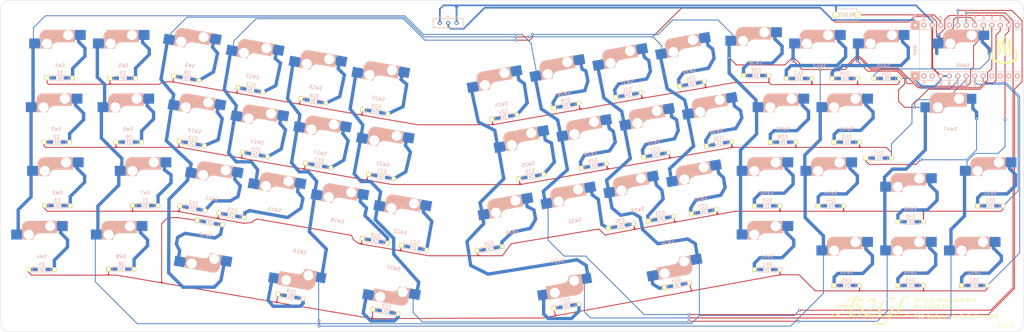
<source format=kicad_pcb>
(kicad_pcb (version 20171130) (host pcbnew "(5.1.5)-3")
  (layers (0 F.Cu signal) (31 B.Cu signal) (34 B.Paste user) (35 F.Paste user) (36 B.SilkS user) (37 F.SilkS user) (38 B.Mask user) (39 F.Mask user) (44 Edge.Cuts user))
  (net 0 "")
  (net 1 "Net-(D1-Pad2)")
  (net 2 Row0)
  (net 3 "Net-(D2-Pad2)")
  (net 4 Row1)
  (net 5 "Net-(D3-Pad2)")
  (net 6 Row2)
  (net 7 "Net-(D4-Pad2)")
  (net 8 Row3)
  (net 9 "Net-(D5-Pad2)")
  (net 10 "Net-(D6-Pad2)")
  (net 11 "Net-(D7-Pad2)")
  (net 12 "Net-(D8-Pad2)")
  (net 13 "Net-(D9-Pad2)")
  (net 14 "Net-(D10-Pad2)")
  (net 15 "Net-(D11-Pad2)")
  (net 16 "Net-(D12-Pad2)")
  (net 17 "Net-(D13-Pad2)")
  (net 18 "Net-(D14-Pad2)")
  (net 19 "Net-(D15-Pad2)")
  (net 20 "Net-(D16-Pad2)")
  (net 21 "Net-(D17-Pad2)")
  (net 22 "Net-(D18-Pad2)")
  (net 23 "Net-(D19-Pad2)")
  (net 24 "Net-(D20-Pad2)")
  (net 25 "Net-(D21-Pad2)")
  (net 26 "Net-(D22-Pad2)")
  (net 27 "Net-(D23-Pad2)")
  (net 28 "Net-(D24-Pad2)")
  (net 29 "Net-(D25-Pad2)")
  (net 30 "Net-(D26-Pad2)")
  (net 31 "Net-(D27-Pad2)")
  (net 32 "Net-(D28-Pad1)")
  (net 33 "Net-(D29-Pad1)")
  (net 34 "Net-(D30-Pad1)")
  (net 35 "Net-(D31-Pad1)")
  (net 36 "Net-(D32-Pad1)")
  (net 37 "Net-(D33-Pad1)")
  (net 38 "Net-(D34-Pad1)")
  (net 39 "Net-(D35-Pad1)")
  (net 40 "Net-(D36-Pad1)")
  (net 41 "Net-(D37-Pad1)")
  (net 42 "Net-(D38-Pad1)")
  (net 43 "Net-(D39-Pad1)")
  (net 44 "Net-(D40-Pad1)")
  (net 45 "Net-(D41-Pad1)")
  (net 46 "Net-(D42-Pad1)")
  (net 47 "Net-(D43-Pad1)")
  (net 48 "Net-(D44-Pad1)")
  (net 49 "Net-(D45-Pad1)")
  (net 50 "Net-(D46-Pad1)")
  (net 51 "Net-(D47-Pad1)")
  (net 52 "Net-(D48-Pad1)")
  (net 53 "Net-(D49-Pad1)")
  (net 54 "Net-(D50-Pad1)")
  (net 55 "Net-(D51-Pad1)")
  (net 56 "Net-(D52-Pad1)")
  (net 57 GND)
  (net 58 Bat+)
  (net 59 Col0)
  (net 60 Col1)
  (net 61 Col2)
  (net 62 Col3)
  (net 63 Col4)
  (net 64 Col5)
  (net 65 Col6)
  (net 66 Reset)
  (net 67 "Net-(U1-Pad1)")
  (net 68 "Net-(U1-Pad2)")
  (net 69 "Net-(U1-Pad9)")
  (net 70 "Net-(U1-Pad10)")
  (net 71 "Net-(U1-Pad11)")
  (net 72 "Net-(U1-Pad12)")
  (net 73 "Net-(U1-Pad13)")
  (net 74 VCC)
  (net 75 "Net-(U1-Pad24)")
  (module logos:onsen (layer F.Cu) (at 318.47 31.86)
    (fp_text reference G*** hide)
    (fp_text value LOGO hide)
  )
  (module logos:A52GL (layer F.Cu) (at 278.68 109.91)
    (fp_text reference G*** hide)
    (fp_text value LOGO hide)
  )
  (module kbd_Parts:Battery_XH2.5_GL_rev (layer B.Cu) (at 152.4 23.8125 180)
    (fp_text reference J1)
    (fp_text value Conn_01x02 hide)
    (pad 2 thru_hole oval (at -2.5 -0.05 180) (size 1.3 1) (drill oval 0.8 0.5) (layers *.Cu *.Mask) (net 57 GND) (clearance 0.15))
    (pad 1 thru_hole oval (at 0 -0.05 180) (size 1.3 1) (drill oval 0.8 0.5) (layers *.Cu *.Mask) (net 58 Bat+) (clearance 0.15))
    (pad 2 thru_hole oval (at 2.5 -0.05 180) (size 1.3 1) (drill oval 0.8 0.5) (layers *.Cu *.Mask) (net 57 GND) (clearance 0.15))
  )
  (module kbd_Parts:ResetSW (layer F.Cu) (at 271.4625 21.43125)
    (fp_text reference SW53 hide)
    (fp_text value SW_PUSH)
    (fp_text user RESET (at 0.127 0) (layer B.SilkS) (effects (justify mirror)))
    (pad 2 thru_hole circle (at -3.25 0) (size 2 2) (drill 1.3) (layers *.Cu *.Mask F.SilkS) (net 57 GND))
    (pad 1 thru_hole circle (at 3.25 0) (size 2 2) (drill 1.3) (layers *.Cu *.Mask F.SilkS) (net 66 Reset))
  )
  (module kbd_Parts:Diode_TH_SMD (layer F.Cu) (at 309.5625 102.39375)
    (fp_text reference D52 (at 0 -1.63) (layer B.SilkS) (effects (font (thickness 0.125)) (justify mirror)))
    (fp_text value D hide)
    (pad 2 thru_hole circle (at 3.81 0) (size 1.397 1.397) (drill 0.8128) (layers *.Cu *.Mask F.SilkS) (net 8 Row3))
    (pad 1 thru_hole rect (at -3.81 0) (size 1.397 1.397) (drill 0.8128) (layers *.Cu *.Mask F.SilkS) (net 56 "Net-(D52-Pad1)"))
    (pad 1 smd rect (at -1.775 0) (size 1.3 0.95) (layers B.Cu B.Paste B.Mask) (net 56 "Net-(D52-Pad1)"))
    (pad 2 smd rect (at 1.775 0) (size 1.3 0.95) (layers B.Cu B.Paste B.Mask) (net 8 Row3))
  )
  (module kbd_Parts:Diode_TH_SMD (layer F.Cu) (at 314.325 78.58125)
    (fp_text reference D51 (at 0 -1.63) (layer B.SilkS) (effects (font (thickness 0.125)) (justify mirror)))
    (fp_text value D hide)
    (pad 2 thru_hole circle (at 3.81 0) (size 1.397 1.397) (drill 0.8128) (layers *.Cu *.Mask F.SilkS) (net 6 Row2))
    (pad 1 thru_hole rect (at -3.81 0) (size 1.397 1.397) (drill 0.8128) (layers *.Cu *.Mask F.SilkS) (net 55 "Net-(D51-Pad1)"))
    (pad 1 smd rect (at -1.775 0) (size 1.3 0.95) (layers B.Cu B.Paste B.Mask) (net 55 "Net-(D51-Pad1)"))
    (pad 2 smd rect (at 1.775 0) (size 1.3 0.95) (layers B.Cu B.Paste B.Mask) (net 6 Row2))
  )
  (module kbd_Parts:Diode_TH_SMD (layer F.Cu) (at 283.36875 40.48125)
    (fp_text reference D50 (at 0 -1.63) (layer B.SilkS) (effects (font (thickness 0.125)) (justify mirror)))
    (fp_text value D hide)
    (pad 2 thru_hole circle (at 3.81 0) (size 1.397 1.397) (drill 0.8128) (layers *.Cu *.Mask F.SilkS) (net 2 Row0))
    (pad 1 thru_hole rect (at -3.81 0) (size 1.397 1.397) (drill 0.8128) (layers *.Cu *.Mask F.SilkS) (net 54 "Net-(D50-Pad1)"))
    (pad 1 smd rect (at -1.775 0) (size 1.3 0.95) (layers B.Cu B.Paste B.Mask) (net 54 "Net-(D50-Pad1)"))
    (pad 2 smd rect (at 1.775 0) (size 1.3 0.95) (layers B.Cu B.Paste B.Mask) (net 2 Row0))
  )
  (module kbd_Parts:Diode_TH_SMD (layer F.Cu) (at 290.5125 102.39375)
    (fp_text reference D49 (at 0 -1.63) (layer B.SilkS) (effects (font (thickness 0.125)) (justify mirror)))
    (fp_text value D hide)
    (pad 2 thru_hole circle (at 3.81 0) (size 1.397 1.397) (drill 0.8128) (layers *.Cu *.Mask F.SilkS) (net 8 Row3))
    (pad 1 thru_hole rect (at -3.81 0) (size 1.397 1.397) (drill 0.8128) (layers *.Cu *.Mask F.SilkS) (net 53 "Net-(D49-Pad1)"))
    (pad 1 smd rect (at -1.775 0) (size 1.3 0.95) (layers B.Cu B.Paste B.Mask) (net 53 "Net-(D49-Pad1)"))
    (pad 2 smd rect (at 1.775 0) (size 1.3 0.95) (layers B.Cu B.Paste B.Mask) (net 8 Row3))
  )
  (module kbd_Parts:Diode_TH_SMD (layer F.Cu) (at 290.5125 83.34375)
    (fp_text reference D48 (at 0 -1.63) (layer B.SilkS) (effects (font (thickness 0.125)) (justify mirror)))
    (fp_text value D hide)
    (pad 2 thru_hole circle (at 3.81 0) (size 1.397 1.397) (drill 0.8128) (layers *.Cu *.Mask F.SilkS) (net 6 Row2))
    (pad 1 thru_hole rect (at -3.81 0) (size 1.397 1.397) (drill 0.8128) (layers *.Cu *.Mask F.SilkS) (net 52 "Net-(D48-Pad1)"))
    (pad 1 smd rect (at -1.775 0) (size 1.3 0.95) (layers B.Cu B.Paste B.Mask) (net 52 "Net-(D48-Pad1)"))
    (pad 2 smd rect (at 1.775 0) (size 1.3 0.95) (layers B.Cu B.Paste B.Mask) (net 6 Row2))
  )
  (module kbd_Parts:Diode_TH_SMD (layer F.Cu) (at 280.9875 64.29375)
    (fp_text reference D47 (at 0 -1.63) (layer B.SilkS) (effects (font (thickness 0.125)) (justify mirror)))
    (fp_text value D hide)
    (pad 2 thru_hole circle (at 3.81 0) (size 1.397 1.397) (drill 0.8128) (layers *.Cu *.Mask F.SilkS) (net 4 Row1))
    (pad 1 thru_hole rect (at -3.81 0) (size 1.397 1.397) (drill 0.8128) (layers *.Cu *.Mask F.SilkS) (net 51 "Net-(D47-Pad1)"))
    (pad 1 smd rect (at -1.775 0) (size 1.3 0.95) (layers B.Cu B.Paste B.Mask) (net 51 "Net-(D47-Pad1)"))
    (pad 2 smd rect (at 1.775 0) (size 1.3 0.95) (layers B.Cu B.Paste B.Mask) (net 4 Row1))
  )
  (module kbd_Parts:Diode_TH_SMD (layer F.Cu) (at 270.85625 40.48125)
    (fp_text reference D46 (at 0 -1.63) (layer B.SilkS) (effects (font (thickness 0.125)) (justify mirror)))
    (fp_text value D hide)
    (pad 2 thru_hole circle (at 3.81 0) (size 1.397 1.397) (drill 0.8128) (layers *.Cu *.Mask F.SilkS) (net 2 Row0))
    (pad 1 thru_hole rect (at -3.81 0) (size 1.397 1.397) (drill 0.8128) (layers *.Cu *.Mask F.SilkS) (net 50 "Net-(D46-Pad1)"))
    (pad 1 smd rect (at -1.775 0) (size 1.3 0.95) (layers B.Cu B.Paste B.Mask) (net 50 "Net-(D46-Pad1)"))
    (pad 2 smd rect (at 1.775 0) (size 1.3 0.95) (layers B.Cu B.Paste B.Mask) (net 2 Row0))
  )
  (module kbd_Parts:Diode_TH_SMD (layer F.Cu) (at 271.4625 102.39375)
    (fp_text reference D45 (at 0 -1.63) (layer B.SilkS) (effects (font (thickness 0.125)) (justify mirror)))
    (fp_text value D hide)
    (pad 2 thru_hole circle (at 3.81 0) (size 1.397 1.397) (drill 0.8128) (layers *.Cu *.Mask F.SilkS) (net 8 Row3))
    (pad 1 thru_hole rect (at -3.81 0) (size 1.397 1.397) (drill 0.8128) (layers *.Cu *.Mask F.SilkS) (net 49 "Net-(D45-Pad1)"))
    (pad 1 smd rect (at -1.775 0) (size 1.3 0.95) (layers B.Cu B.Paste B.Mask) (net 49 "Net-(D45-Pad1)"))
    (pad 2 smd rect (at 1.775 0) (size 1.3 0.95) (layers B.Cu B.Paste B.Mask) (net 8 Row3))
  )
  (module kbd_Parts:Diode_TH_SMD (layer F.Cu) (at 266.7 78.58125)
    (fp_text reference D44 (at 0 -1.63) (layer B.SilkS) (effects (font (thickness 0.125)) (justify mirror)))
    (fp_text value D hide)
    (pad 2 thru_hole circle (at 3.81 0) (size 1.397 1.397) (drill 0.8128) (layers *.Cu *.Mask F.SilkS) (net 6 Row2))
    (pad 1 thru_hole rect (at -3.81 0) (size 1.397 1.397) (drill 0.8128) (layers *.Cu *.Mask F.SilkS) (net 48 "Net-(D44-Pad1)"))
    (pad 1 smd rect (at -1.775 0) (size 1.3 0.95) (layers B.Cu B.Paste B.Mask) (net 48 "Net-(D44-Pad1)"))
    (pad 2 smd rect (at 1.775 0) (size 1.3 0.95) (layers B.Cu B.Paste B.Mask) (net 6 Row2))
  )
  (module kbd_Parts:Diode_TH_SMD (layer F.Cu) (at 271.4625 59.53125)
    (fp_text reference D43 (at 0 -1.63) (layer B.SilkS) (effects (font (thickness 0.125)) (justify mirror)))
    (fp_text value D hide)
    (pad 2 thru_hole circle (at 3.81 0) (size 1.397 1.397) (drill 0.8128) (layers *.Cu *.Mask F.SilkS) (net 4 Row1))
    (pad 1 thru_hole rect (at -3.81 0) (size 1.397 1.397) (drill 0.8128) (layers *.Cu *.Mask F.SilkS) (net 47 "Net-(D43-Pad1)"))
    (pad 1 smd rect (at -1.775 0) (size 1.3 0.95) (layers B.Cu B.Paste B.Mask) (net 47 "Net-(D43-Pad1)"))
    (pad 2 smd rect (at 1.775 0) (size 1.3 0.95) (layers B.Cu B.Paste B.Mask) (net 4 Row1))
  )
  (module kbd_Parts:Diode_TH_SMD (layer F.Cu) (at 257.175 40.48125)
    (fp_text reference D42 (at 0 -1.63) (layer B.SilkS) (effects (font (thickness 0.125)) (justify mirror)))
    (fp_text value D hide)
    (pad 2 thru_hole circle (at 3.81 0) (size 1.397 1.397) (drill 0.8128) (layers *.Cu *.Mask F.SilkS) (net 2 Row0))
    (pad 1 thru_hole rect (at -3.81 0) (size 1.397 1.397) (drill 0.8128) (layers *.Cu *.Mask F.SilkS) (net 46 "Net-(D42-Pad1)"))
    (pad 1 smd rect (at -1.775 0) (size 1.3 0.95) (layers B.Cu B.Paste B.Mask) (net 46 "Net-(D42-Pad1)"))
    (pad 2 smd rect (at 1.775 0) (size 1.3 0.95) (layers B.Cu B.Paste B.Mask) (net 2 Row0))
  )
  (module kbd_Parts:Diode_TH_SMD (layer F.Cu) (at 247.65 97.63125)
    (fp_text reference D41 (at 0 -1.63) (layer B.SilkS) (effects (font (thickness 0.125)) (justify mirror)))
    (fp_text value D hide)
    (pad 2 thru_hole circle (at 3.81 0) (size 1.397 1.397) (drill 0.8128) (layers *.Cu *.Mask F.SilkS) (net 8 Row3))
    (pad 1 thru_hole rect (at -3.81 0) (size 1.397 1.397) (drill 0.8128) (layers *.Cu *.Mask F.SilkS) (net 45 "Net-(D41-Pad1)"))
    (pad 1 smd rect (at -1.775 0) (size 1.3 0.95) (layers B.Cu B.Paste B.Mask) (net 45 "Net-(D41-Pad1)"))
    (pad 2 smd rect (at 1.775 0) (size 1.3 0.95) (layers B.Cu B.Paste B.Mask) (net 8 Row3))
  )
  (module kbd_Parts:Diode_TH_SMD (layer F.Cu) (at 247.65 78.58125)
    (fp_text reference D40 (at 0 -1.63) (layer B.SilkS) (effects (font (thickness 0.125)) (justify mirror)))
    (fp_text value D hide)
    (pad 2 thru_hole circle (at 3.81 0) (size 1.397 1.397) (drill 0.8128) (layers *.Cu *.Mask F.SilkS) (net 6 Row2))
    (pad 1 thru_hole rect (at -3.81 0) (size 1.397 1.397) (drill 0.8128) (layers *.Cu *.Mask F.SilkS) (net 44 "Net-(D40-Pad1)"))
    (pad 1 smd rect (at -1.775 0) (size 1.3 0.95) (layers B.Cu B.Paste B.Mask) (net 44 "Net-(D40-Pad1)"))
    (pad 2 smd rect (at 1.775 0) (size 1.3 0.95) (layers B.Cu B.Paste B.Mask) (net 6 Row2))
  )
  (module kbd_Parts:Diode_TH_SMD (layer F.Cu) (at 252.4125 59.53125)
    (fp_text reference D39 (at 0 -1.63) (layer B.SilkS) (effects (font (thickness 0.125)) (justify mirror)))
    (fp_text value D hide)
    (pad 2 thru_hole circle (at 3.81 0) (size 1.397 1.397) (drill 0.8128) (layers *.Cu *.Mask F.SilkS) (net 4 Row1))
    (pad 1 thru_hole rect (at -3.81 0) (size 1.397 1.397) (drill 0.8128) (layers *.Cu *.Mask F.SilkS) (net 43 "Net-(D39-Pad1)"))
    (pad 1 smd rect (at -1.775 0) (size 1.3 0.95) (layers B.Cu B.Paste B.Mask) (net 43 "Net-(D39-Pad1)"))
    (pad 2 smd rect (at 1.775 0) (size 1.3 0.95) (layers B.Cu B.Paste B.Mask) (net 4 Row1))
  )
  (module kbd_Parts:Diode_TH_SMD (layer F.Cu) (at 244.4 39.6)
    (fp_text reference D38 (at 0 -1.63) (layer B.SilkS) (effects (font (thickness 0.125)) (justify mirror)))
    (fp_text value D hide)
    (pad 2 thru_hole circle (at 3.81 0) (size 1.397 1.397) (drill 0.8128) (layers *.Cu *.Mask F.SilkS) (net 2 Row0))
    (pad 1 thru_hole rect (at -3.81 0) (size 1.397 1.397) (drill 0.8128) (layers *.Cu *.Mask F.SilkS) (net 42 "Net-(D38-Pad1)"))
    (pad 1 smd rect (at -1.775 0) (size 1.3 0.95) (layers B.Cu B.Paste B.Mask) (net 42 "Net-(D38-Pad1)"))
    (pad 2 smd rect (at 1.775 0) (size 1.3 0.95) (layers B.Cu B.Paste B.Mask) (net 2 Row0))
  )
  (module kbd_Parts:Diode_TH_SMD (layer F.Cu) (at 228.8 80.3 10)
    (fp_text reference D37 (at 0 -1.63 10) (layer B.SilkS) (effects (font (thickness 0.125)) (justify mirror)))
    (fp_text value D hide)
    (pad 2 thru_hole circle (at 3.81 0 10) (size 1.397 1.397) (drill 0.8128) (layers *.Cu *.Mask F.SilkS) (net 6 Row2))
    (pad 1 thru_hole rect (at -3.81 0 10) (size 1.397 1.397) (drill 0.8128) (layers *.Cu *.Mask F.SilkS) (net 41 "Net-(D37-Pad1)"))
    (pad 1 smd rect (at -1.775 0 10) (size 1.3 0.95) (layers B.Cu B.Paste B.Mask) (net 41 "Net-(D37-Pad1)"))
    (pad 2 smd rect (at 1.775 0 10) (size 1.3 0.95) (layers B.Cu B.Paste B.Mask) (net 6 Row2))
  )
  (module kbd_Parts:Diode_TH_SMD (layer F.Cu) (at 233.3 60 10)
    (fp_text reference D36 (at 0 -1.63 10) (layer B.SilkS) (effects (font (thickness 0.125)) (justify mirror)))
    (fp_text value D hide)
    (pad 2 thru_hole circle (at 3.81 0 10) (size 1.397 1.397) (drill 0.8128) (layers *.Cu *.Mask F.SilkS) (net 4 Row1))
    (pad 1 thru_hole rect (at -3.81 0 10) (size 1.397 1.397) (drill 0.8128) (layers *.Cu *.Mask F.SilkS) (net 40 "Net-(D36-Pad1)"))
    (pad 1 smd rect (at -1.775 0 10) (size 1.3 0.95) (layers B.Cu B.Paste B.Mask) (net 40 "Net-(D36-Pad1)"))
    (pad 2 smd rect (at 1.775 0 10) (size 1.3 0.95) (layers B.Cu B.Paste B.Mask) (net 4 Row1))
  )
  (module kbd_Parts:Diode_TH_SMD (layer F.Cu) (at 225.2 42.1 10)
    (fp_text reference D35 (at 0 -1.63 10) (layer B.SilkS) (effects (font (thickness 0.125)) (justify mirror)))
    (fp_text value D hide)
    (pad 2 thru_hole circle (at 3.81 0 10) (size 1.397 1.397) (drill 0.8128) (layers *.Cu *.Mask F.SilkS) (net 2 Row0))
    (pad 1 thru_hole rect (at -3.81 0 10) (size 1.397 1.397) (drill 0.8128) (layers *.Cu *.Mask F.SilkS) (net 39 "Net-(D35-Pad1)"))
    (pad 1 smd rect (at -1.775 0 10) (size 1.3 0.95) (layers B.Cu B.Paste B.Mask) (net 39 "Net-(D35-Pad1)"))
    (pad 2 smd rect (at 1.775 0 10) (size 1.3 0.95) (layers B.Cu B.Paste B.Mask) (net 2 Row0))
  )
  (module kbd_Parts:Diode_TH_SMD (layer F.Cu) (at 220.7 102.3 10)
    (fp_text reference D34 (at 0 -1.63 10) (layer B.SilkS) (effects (font (thickness 0.125)) (justify mirror)))
    (fp_text value D hide)
    (pad 2 thru_hole circle (at 3.81 0 10) (size 1.397 1.397) (drill 0.8128) (layers *.Cu *.Mask F.SilkS) (net 8 Row3))
    (pad 1 thru_hole rect (at -3.81 0 10) (size 1.397 1.397) (drill 0.8128) (layers *.Cu *.Mask F.SilkS) (net 38 "Net-(D34-Pad1)"))
    (pad 1 smd rect (at -1.775 0 10) (size 1.3 0.95) (layers B.Cu B.Paste B.Mask) (net 38 "Net-(D34-Pad1)"))
    (pad 2 smd rect (at 1.775 0 10) (size 1.3 0.95) (layers B.Cu B.Paste B.Mask) (net 8 Row3))
  )
  (module kbd_Parts:Diode_TH_SMD (layer F.Cu) (at 216 82.4 10)
    (fp_text reference D33 (at 0 -1.63 10) (layer B.SilkS) (effects (font (thickness 0.125)) (justify mirror)))
    (fp_text value D hide)
    (pad 2 thru_hole circle (at 3.81 0 10) (size 1.397 1.397) (drill 0.8128) (layers *.Cu *.Mask F.SilkS) (net 6 Row2))
    (pad 1 thru_hole rect (at -3.81 0 10) (size 1.397 1.397) (drill 0.8128) (layers *.Cu *.Mask F.SilkS) (net 37 "Net-(D33-Pad1)"))
    (pad 1 smd rect (at -1.775 0 10) (size 1.3 0.95) (layers B.Cu B.Paste B.Mask) (net 37 "Net-(D33-Pad1)"))
    (pad 2 smd rect (at 1.775 0 10) (size 1.3 0.95) (layers B.Cu B.Paste B.Mask) (net 6 Row2))
  )
  (module kbd_Parts:Diode_TH_SMD (layer F.Cu) (at 214.5 63.3 10)
    (fp_text reference D32 (at 0 -1.63 10) (layer B.SilkS) (effects (font (thickness 0.125)) (justify mirror)))
    (fp_text value D hide)
    (pad 2 thru_hole circle (at 3.81 0 10) (size 1.397 1.397) (drill 0.8128) (layers *.Cu *.Mask F.SilkS) (net 4 Row1))
    (pad 1 thru_hole rect (at -3.81 0 10) (size 1.397 1.397) (drill 0.8128) (layers *.Cu *.Mask F.SilkS) (net 36 "Net-(D32-Pad1)"))
    (pad 1 smd rect (at -1.775 0 10) (size 1.3 0.95) (layers B.Cu B.Paste B.Mask) (net 36 "Net-(D32-Pad1)"))
    (pad 2 smd rect (at 1.775 0 10) (size 1.3 0.95) (layers B.Cu B.Paste B.Mask) (net 4 Row1))
  )
  (module kbd_Parts:Diode_TH_SMD (layer F.Cu) (at 206.2 45.4 10)
    (fp_text reference D31 (at 0 -1.63 10) (layer B.SilkS) (effects (font (thickness 0.125)) (justify mirror)))
    (fp_text value D hide)
    (pad 2 thru_hole circle (at 3.81 0 10) (size 1.397 1.397) (drill 0.8128) (layers *.Cu *.Mask F.SilkS) (net 2 Row0))
    (pad 1 thru_hole rect (at -3.81 0 10) (size 1.397 1.397) (drill 0.8128) (layers *.Cu *.Mask F.SilkS) (net 35 "Net-(D31-Pad1)"))
    (pad 1 smd rect (at -1.775 0 10) (size 1.3 0.95) (layers B.Cu B.Paste B.Mask) (net 35 "Net-(D31-Pad1)"))
    (pad 2 smd rect (at 1.775 0 10) (size 1.3 0.95) (layers B.Cu B.Paste B.Mask) (net 2 Row0))
  )
  (module kbd_Parts:Diode_TH_SMD (layer F.Cu) (at 204 84.6 10)
    (fp_text reference D30 (at 0 -1.63 10) (layer B.SilkS) (effects (font (thickness 0.125)) (justify mirror)))
    (fp_text value D hide)
    (pad 2 thru_hole circle (at 3.81 0 10) (size 1.397 1.397) (drill 0.8128) (layers *.Cu *.Mask F.SilkS) (net 6 Row2))
    (pad 1 thru_hole rect (at -3.81 0 10) (size 1.397 1.397) (drill 0.8128) (layers *.Cu *.Mask F.SilkS) (net 34 "Net-(D30-Pad1)"))
    (pad 1 smd rect (at -1.775 0 10) (size 1.3 0.95) (layers B.Cu B.Paste B.Mask) (net 34 "Net-(D30-Pad1)"))
    (pad 2 smd rect (at 1.775 0 10) (size 1.3 0.95) (layers B.Cu B.Paste B.Mask) (net 6 Row2))
  )
  (module kbd_Parts:Diode_TH_SMD (layer F.Cu) (at 195.9 66.6 10)
    (fp_text reference D29 (at 0 -1.63 10) (layer B.SilkS) (effects (font (thickness 0.125)) (justify mirror)))
    (fp_text value D hide)
    (pad 2 thru_hole circle (at 3.81 0 10) (size 1.397 1.397) (drill 0.8128) (layers *.Cu *.Mask F.SilkS) (net 4 Row1))
    (pad 1 thru_hole rect (at -3.81 0 10) (size 1.397 1.397) (drill 0.8128) (layers *.Cu *.Mask F.SilkS) (net 33 "Net-(D29-Pad1)"))
    (pad 1 smd rect (at -1.775 0 10) (size 1.3 0.95) (layers B.Cu B.Paste B.Mask) (net 33 "Net-(D29-Pad1)"))
    (pad 2 smd rect (at 1.775 0 10) (size 1.3 0.95) (layers B.Cu B.Paste B.Mask) (net 4 Row1))
  )
  (module kbd_Parts:Diode_TH_SMD (layer F.Cu) (at 187.7 48.6 10)
    (fp_text reference D28 (at 0 -1.63 10) (layer B.SilkS) (effects (font (thickness 0.125)) (justify mirror)))
    (fp_text value D hide)
    (pad 2 thru_hole circle (at 3.81 0 10) (size 1.397 1.397) (drill 0.8128) (layers *.Cu *.Mask F.SilkS) (net 2 Row0))
    (pad 1 thru_hole rect (at -3.81 0 10) (size 1.397 1.397) (drill 0.8128) (layers *.Cu *.Mask F.SilkS) (net 32 "Net-(D28-Pad1)"))
    (pad 1 smd rect (at -1.775 0 10) (size 1.3 0.95) (layers B.Cu B.Paste B.Mask) (net 32 "Net-(D28-Pad1)"))
    (pad 2 smd rect (at 1.775 0 10) (size 1.3 0.95) (layers B.Cu B.Paste B.Mask) (net 2 Row0))
  )
  (module kbd_Parts:Diode_TH_SMD (layer F.Cu) (at 187.7 108.6 10)
    (fp_text reference D27 (at 0 -1.63 10) (layer B.SilkS) (effects (font (thickness 0.125)) (justify mirror)))
    (fp_text value D hide)
    (pad 2 thru_hole circle (at 3.81 0 10) (size 1.397 1.397) (drill 0.8128) (layers *.Cu *.Mask F.SilkS) (net 31 "Net-(D27-Pad2)"))
    (pad 1 thru_hole rect (at -3.81 0 10) (size 1.397 1.397) (drill 0.8128) (layers *.Cu *.Mask F.SilkS) (net 8 Row3))
    (pad 1 smd rect (at -1.775 0 10) (size 1.3 0.95) (layers B.Cu B.Paste B.Mask) (net 8 Row3))
    (pad 2 smd rect (at 1.775 0 10) (size 1.3 0.95) (layers B.Cu B.Paste B.Mask) (net 31 "Net-(D27-Pad2)"))
  )
  (module kbd_Parts:Diode_TH_SMD (layer F.Cu) (at 164.8 91.4 10)
    (fp_text reference D26 (at 0 -1.63 10) (layer B.SilkS) (effects (font (thickness 0.125)) (justify mirror)))
    (fp_text value D hide)
    (pad 2 thru_hole circle (at 3.81 0 10) (size 1.397 1.397) (drill 0.8128) (layers *.Cu *.Mask F.SilkS) (net 30 "Net-(D26-Pad2)"))
    (pad 1 thru_hole rect (at -3.81 0 10) (size 1.397 1.397) (drill 0.8128) (layers *.Cu *.Mask F.SilkS) (net 6 Row2))
    (pad 1 smd rect (at -1.775 0 10) (size 1.3 0.95) (layers B.Cu B.Paste B.Mask) (net 6 Row2))
    (pad 2 smd rect (at 1.775 0 10) (size 1.3 0.95) (layers B.Cu B.Paste B.Mask) (net 30 "Net-(D26-Pad2)"))
  )
  (module kbd_Parts:Diode_TH_SMD (layer F.Cu) (at 177.2 69.8 10)
    (fp_text reference D25 (at 0 -1.63 10) (layer B.SilkS) (effects (font (thickness 0.125)) (justify mirror)))
    (fp_text value D hide)
    (pad 2 thru_hole circle (at 3.81 0 10) (size 1.397 1.397) (drill 0.8128) (layers *.Cu *.Mask F.SilkS) (net 29 "Net-(D25-Pad2)"))
    (pad 1 thru_hole rect (at -3.81 0 10) (size 1.397 1.397) (drill 0.8128) (layers *.Cu *.Mask F.SilkS) (net 4 Row1))
    (pad 1 smd rect (at -1.775 0 10) (size 1.3 0.95) (layers B.Cu B.Paste B.Mask) (net 4 Row1))
    (pad 2 smd rect (at 1.775 0 10) (size 1.3 0.95) (layers B.Cu B.Paste B.Mask) (net 29 "Net-(D25-Pad2)"))
  )
  (module kbd_Parts:Diode_TH_SMD (layer F.Cu) (at 169.2 52 10)
    (fp_text reference D24 (at 0 -1.63 10) (layer B.SilkS) (effects (font (thickness 0.125)) (justify mirror)))
    (fp_text value D hide)
    (pad 2 thru_hole circle (at 3.81 0 10) (size 1.397 1.397) (drill 0.8128) (layers *.Cu *.Mask F.SilkS) (net 28 "Net-(D24-Pad2)"))
    (pad 1 thru_hole rect (at -3.81 0 10) (size 1.397 1.397) (drill 0.8128) (layers *.Cu *.Mask F.SilkS) (net 2 Row0))
    (pad 1 smd rect (at -1.775 0 10) (size 1.3 0.95) (layers B.Cu B.Paste B.Mask) (net 2 Row0))
    (pad 2 smd rect (at 1.775 0 10) (size 1.3 0.95) (layers B.Cu B.Paste B.Mask) (net 28 "Net-(D24-Pad2)"))
  )
  (module kbd_Parts:Diode_TH_SMD (layer F.Cu) (at 133.7 110.2 350)
    (fp_text reference D23 (at 0 -1.63 170) (layer B.SilkS) (effects (font (thickness 0.125)) (justify mirror)))
    (fp_text value D hide)
    (pad 2 thru_hole circle (at 3.81 0 350) (size 1.397 1.397) (drill 0.8128) (layers *.Cu *.Mask F.SilkS) (net 27 "Net-(D23-Pad2)"))
    (pad 1 thru_hole rect (at -3.81 0 350) (size 1.397 1.397) (drill 0.8128) (layers *.Cu *.Mask F.SilkS) (net 8 Row3))
    (pad 1 smd rect (at -1.775 0 350) (size 1.3 0.95) (layers B.Cu B.Paste B.Mask) (net 8 Row3))
    (pad 2 smd rect (at 1.775 0 350) (size 1.3 0.95) (layers B.Cu B.Paste B.Mask) (net 27 "Net-(D23-Pad2)"))
  )
  (module kbd_Parts:Diode_TH_SMD (layer F.Cu) (at 142.2 91.1 350)
    (fp_text reference D22 (at 0 -1.63 170) (layer B.SilkS) (effects (font (thickness 0.125)) (justify mirror)))
    (fp_text value D hide)
    (pad 2 thru_hole circle (at 3.81 0 350) (size 1.397 1.397) (drill 0.8128) (layers *.Cu *.Mask F.SilkS) (net 26 "Net-(D22-Pad2)"))
    (pad 1 thru_hole rect (at -3.81 0 350) (size 1.397 1.397) (drill 0.8128) (layers *.Cu *.Mask F.SilkS) (net 6 Row2))
    (pad 1 smd rect (at -1.775 0 350) (size 1.3 0.95) (layers B.Cu B.Paste B.Mask) (net 6 Row2))
    (pad 2 smd rect (at 1.775 0 350) (size 1.3 0.95) (layers B.Cu B.Paste B.Mask) (net 26 "Net-(D22-Pad2)"))
  )
  (module kbd_Parts:Diode_TH_SMD (layer F.Cu) (at 132.4 69.8 350)
    (fp_text reference D21 (at 0 -1.63 170) (layer B.SilkS) (effects (font (thickness 0.125)) (justify mirror)))
    (fp_text value D hide)
    (pad 2 thru_hole circle (at 3.81 0 350) (size 1.397 1.397) (drill 0.8128) (layers *.Cu *.Mask F.SilkS) (net 25 "Net-(D21-Pad2)"))
    (pad 1 thru_hole rect (at -3.81 0 350) (size 1.397 1.397) (drill 0.8128) (layers *.Cu *.Mask F.SilkS) (net 4 Row1))
    (pad 1 smd rect (at -1.775 0 350) (size 1.3 0.95) (layers B.Cu B.Paste B.Mask) (net 4 Row1))
    (pad 2 smd rect (at 1.775 0 350) (size 1.3 0.95) (layers B.Cu B.Paste B.Mask) (net 25 "Net-(D21-Pad2)"))
  )
  (module kbd_Parts:Diode_TH_SMD (layer F.Cu) (at 130.6 50.4 350)
    (fp_text reference D20 (at 0 -1.63 170) (layer B.SilkS) (effects (font (thickness 0.125)) (justify mirror)))
    (fp_text value D hide)
    (pad 2 thru_hole circle (at 3.81 0 350) (size 1.397 1.397) (drill 0.8128) (layers *.Cu *.Mask F.SilkS) (net 24 "Net-(D20-Pad2)"))
    (pad 1 thru_hole rect (at -3.81 0 350) (size 1.397 1.397) (drill 0.8128) (layers *.Cu *.Mask F.SilkS) (net 2 Row0))
    (pad 1 smd rect (at -1.775 0 350) (size 1.3 0.95) (layers B.Cu B.Paste B.Mask) (net 2 Row0))
    (pad 2 smd rect (at 1.775 0 350) (size 1.3 0.95) (layers B.Cu B.Paste B.Mask) (net 24 "Net-(D20-Pad2)"))
  )
  (module kbd_Parts:Diode_TH_SMD (layer F.Cu) (at 105.3 105.7 350)
    (fp_text reference D19 (at 0 -1.63 170) (layer B.SilkS) (effects (font (thickness 0.125)) (justify mirror)))
    (fp_text value D hide)
    (pad 2 thru_hole circle (at 3.81 0 350) (size 1.397 1.397) (drill 0.8128) (layers *.Cu *.Mask F.SilkS) (net 23 "Net-(D19-Pad2)"))
    (pad 1 thru_hole rect (at -3.81 0 350) (size 1.397 1.397) (drill 0.8128) (layers *.Cu *.Mask F.SilkS) (net 8 Row3))
    (pad 1 smd rect (at -1.775 0 350) (size 1.3 0.95) (layers B.Cu B.Paste B.Mask) (net 8 Row3))
    (pad 2 smd rect (at 1.775 0 350) (size 1.3 0.95) (layers B.Cu B.Paste B.Mask) (net 23 "Net-(D19-Pad2)"))
  )
  (module kbd_Parts:Diode_TH_SMD (layer F.Cu) (at 130.5 89 350)
    (fp_text reference D18 (at 0 -1.63 170) (layer B.SilkS) (effects (font (thickness 0.125)) (justify mirror)))
    (fp_text value D hide)
    (pad 2 thru_hole circle (at 3.81 0 350) (size 1.397 1.397) (drill 0.8128) (layers *.Cu *.Mask F.SilkS) (net 22 "Net-(D18-Pad2)"))
    (pad 1 thru_hole rect (at -3.81 0 350) (size 1.397 1.397) (drill 0.8128) (layers *.Cu *.Mask F.SilkS) (net 6 Row2))
    (pad 1 smd rect (at -1.775 0 350) (size 1.3 0.95) (layers B.Cu B.Paste B.Mask) (net 6 Row2))
    (pad 2 smd rect (at 1.775 0 350) (size 1.3 0.95) (layers B.Cu B.Paste B.Mask) (net 22 "Net-(D18-Pad2)"))
  )
  (module kbd_Parts:Diode_TH_SMD (layer F.Cu) (at 113.6 66.5 350)
    (fp_text reference D17 (at 0 -1.63 170) (layer B.SilkS) (effects (font (thickness 0.125)) (justify mirror)))
    (fp_text value D hide)
    (pad 2 thru_hole circle (at 3.81 0 350) (size 1.397 1.397) (drill 0.8128) (layers *.Cu *.Mask F.SilkS) (net 21 "Net-(D17-Pad2)"))
    (pad 1 thru_hole rect (at -3.81 0 350) (size 1.397 1.397) (drill 0.8128) (layers *.Cu *.Mask F.SilkS) (net 4 Row1))
    (pad 1 smd rect (at -1.775 0 350) (size 1.3 0.95) (layers B.Cu B.Paste B.Mask) (net 4 Row1))
    (pad 2 smd rect (at 1.775 0 350) (size 1.3 0.95) (layers B.Cu B.Paste B.Mask) (net 21 "Net-(D17-Pad2)"))
  )
  (module kbd_Parts:Diode_TH_SMD (layer F.Cu) (at 112.1 47.2 350)
    (fp_text reference D16 (at 0 -1.63 170) (layer B.SilkS) (effects (font (thickness 0.125)) (justify mirror)))
    (fp_text value D hide)
    (pad 2 thru_hole circle (at 3.81 0 350) (size 1.397 1.397) (drill 0.8128) (layers *.Cu *.Mask F.SilkS) (net 20 "Net-(D16-Pad2)"))
    (pad 1 thru_hole rect (at -3.81 0 350) (size 1.397 1.397) (drill 0.8128) (layers *.Cu *.Mask F.SilkS) (net 2 Row0))
    (pad 1 smd rect (at -1.775 0 350) (size 1.3 0.95) (layers B.Cu B.Paste B.Mask) (net 2 Row0))
    (pad 2 smd rect (at 1.775 0 350) (size 1.3 0.95) (layers B.Cu B.Paste B.Mask) (net 20 "Net-(D16-Pad2)"))
  )
  (module kbd_Parts:Diode_TH_SMD (layer F.Cu) (at 87.648034 81.408226 350)
    (fp_text reference D15 (at 0 -1.63 170) (layer B.SilkS) (effects (font (thickness 0.125)) (justify mirror)))
    (fp_text value D hide)
    (pad 2 thru_hole circle (at 3.81 0 350) (size 1.397 1.397) (drill 0.8128) (layers *.Cu *.Mask F.SilkS) (net 19 "Net-(D15-Pad2)"))
    (pad 1 thru_hole rect (at -3.81 0 350) (size 1.397 1.397) (drill 0.8128) (layers *.Cu *.Mask F.SilkS) (net 6 Row2))
    (pad 1 smd rect (at -1.775 0 350) (size 1.3 0.95) (layers B.Cu B.Paste B.Mask) (net 6 Row2))
    (pad 2 smd rect (at 1.775 0 350) (size 1.3 0.95) (layers B.Cu B.Paste B.Mask) (net 19 "Net-(D15-Pad2)"))
  )
  (module kbd_Parts:Diode_TH_SMD (layer F.Cu) (at 94.7 63.2 350)
    (fp_text reference D14 (at 0 -1.63 170) (layer B.SilkS) (effects (font (thickness 0.125)) (justify mirror)))
    (fp_text value D hide)
    (pad 2 thru_hole circle (at 3.81 0 350) (size 1.397 1.397) (drill 0.8128) (layers *.Cu *.Mask F.SilkS) (net 18 "Net-(D14-Pad2)"))
    (pad 1 thru_hole rect (at -3.81 0 350) (size 1.397 1.397) (drill 0.8128) (layers *.Cu *.Mask F.SilkS) (net 4 Row1))
    (pad 1 smd rect (at -1.775 0 350) (size 1.3 0.95) (layers B.Cu B.Paste B.Mask) (net 4 Row1))
    (pad 2 smd rect (at 1.775 0 350) (size 1.3 0.95) (layers B.Cu B.Paste B.Mask) (net 18 "Net-(D14-Pad2)"))
  )
  (module kbd_Parts:Diode_TH_SMD (layer F.Cu) (at 93.3 43.9 350)
    (fp_text reference D13 (at 0 -1.63 170) (layer B.SilkS) (effects (font (thickness 0.125)) (justify mirror)))
    (fp_text value D hide)
    (pad 2 thru_hole circle (at 3.81 0 350) (size 1.397 1.397) (drill 0.8128) (layers *.Cu *.Mask F.SilkS) (net 17 "Net-(D13-Pad2)"))
    (pad 1 thru_hole rect (at -3.81 0 350) (size 1.397 1.397) (drill 0.8128) (layers *.Cu *.Mask F.SilkS) (net 2 Row0))
    (pad 1 smd rect (at -1.775 0 350) (size 1.3 0.95) (layers B.Cu B.Paste B.Mask) (net 2 Row0))
    (pad 2 smd rect (at 1.775 0 350) (size 1.3 0.95) (layers B.Cu B.Paste B.Mask) (net 17 "Net-(D13-Pad2)"))
  )
  (module kbd_Parts:Diode_TH_SMD (layer F.Cu) (at 81.2 83.6 350)
    (fp_text reference D12 (at 0 -1.63 170) (layer B.SilkS) (effects (font (thickness 0.125)) (justify mirror)))
    (fp_text value D hide)
    (pad 2 thru_hole circle (at 3.81 0 350) (size 1.397 1.397) (drill 0.8128) (layers *.Cu *.Mask F.SilkS) (net 16 "Net-(D12-Pad2)"))
    (pad 1 thru_hole rect (at -3.81 0 350) (size 1.397 1.397) (drill 0.8128) (layers *.Cu *.Mask F.SilkS) (net 8 Row3))
    (pad 1 smd rect (at -1.775 0 350) (size 1.3 0.95) (layers B.Cu B.Paste B.Mask) (net 8 Row3))
    (pad 2 smd rect (at 1.775 0 350) (size 1.3 0.95) (layers B.Cu B.Paste B.Mask) (net 16 "Net-(D12-Pad2)"))
  )
  (module kbd_Parts:Diode_TH_SMD (layer F.Cu) (at 76 79.3 350)
    (fp_text reference D11 (at 0 -1.63 170) (layer B.SilkS) (effects (font (thickness 0.125)) (justify mirror)))
    (fp_text value D hide)
    (pad 2 thru_hole circle (at 3.81 0 350) (size 1.397 1.397) (drill 0.8128) (layers *.Cu *.Mask F.SilkS) (net 15 "Net-(D11-Pad2)"))
    (pad 1 thru_hole rect (at -3.81 0 350) (size 1.397 1.397) (drill 0.8128) (layers *.Cu *.Mask F.SilkS) (net 6 Row2))
    (pad 1 smd rect (at -1.775 0 350) (size 1.3 0.95) (layers B.Cu B.Paste B.Mask) (net 6 Row2))
    (pad 2 smd rect (at 1.775 0 350) (size 1.3 0.95) (layers B.Cu B.Paste B.Mask) (net 15 "Net-(D11-Pad2)"))
  )
  (module kbd_Parts:Diode_TH_SMD (layer F.Cu) (at 75.8 59.9 350)
    (fp_text reference D10 (at 0 -1.63 170) (layer B.SilkS) (effects (font (thickness 0.125)) (justify mirror)))
    (fp_text value D hide)
    (pad 2 thru_hole circle (at 3.81 0 350) (size 1.397 1.397) (drill 0.8128) (layers *.Cu *.Mask F.SilkS) (net 14 "Net-(D10-Pad2)"))
    (pad 1 thru_hole rect (at -3.81 0 350) (size 1.397 1.397) (drill 0.8128) (layers *.Cu *.Mask F.SilkS) (net 4 Row1))
    (pad 1 smd rect (at -1.775 0 350) (size 1.3 0.95) (layers B.Cu B.Paste B.Mask) (net 4 Row1))
    (pad 2 smd rect (at 1.775 0 350) (size 1.3 0.95) (layers B.Cu B.Paste B.Mask) (net 14 "Net-(D10-Pad2)"))
  )
  (module kbd_Parts:Diode_TH_SMD (layer F.Cu) (at 74.2 40.4 350)
    (fp_text reference D9 (at 0 -1.63 170) (layer B.SilkS) (effects (font (thickness 0.125)) (justify mirror)))
    (fp_text value D hide)
    (pad 2 thru_hole circle (at 3.81 0 350) (size 1.397 1.397) (drill 0.8128) (layers *.Cu *.Mask F.SilkS) (net 13 "Net-(D9-Pad2)"))
    (pad 1 thru_hole rect (at -3.81 0 350) (size 1.397 1.397) (drill 0.8128) (layers *.Cu *.Mask F.SilkS) (net 2 Row0))
    (pad 1 smd rect (at -1.775 0 350) (size 1.3 0.95) (layers B.Cu B.Paste B.Mask) (net 2 Row0))
    (pad 2 smd rect (at 1.775 0 350) (size 1.3 0.95) (layers B.Cu B.Paste B.Mask) (net 13 "Net-(D9-Pad2)"))
  )
  (module kbd_Parts:Diode_TH_SMD (layer F.Cu) (at 54.76875 97.5)
    (fp_text reference D8 (at 0 -1.63) (layer B.SilkS) (effects (font (thickness 0.125)) (justify mirror)))
    (fp_text value D hide)
    (pad 2 thru_hole circle (at 3.81 0) (size 1.397 1.397) (drill 0.8128) (layers *.Cu *.Mask F.SilkS) (net 12 "Net-(D8-Pad2)"))
    (pad 1 thru_hole rect (at -3.81 0) (size 1.397 1.397) (drill 0.8128) (layers *.Cu *.Mask F.SilkS) (net 8 Row3))
    (pad 1 smd rect (at -1.775 0) (size 1.3 0.95) (layers B.Cu B.Paste B.Mask) (net 8 Row3))
    (pad 2 smd rect (at 1.775 0) (size 1.3 0.95) (layers B.Cu B.Paste B.Mask) (net 12 "Net-(D8-Pad2)"))
  )
  (module kbd_Parts:Diode_TH_SMD (layer F.Cu) (at 61.9125 78.5)
    (fp_text reference D7 (at 0 -1.63) (layer B.SilkS) (effects (font (thickness 0.125)) (justify mirror)))
    (fp_text value D hide)
    (pad 2 thru_hole circle (at 3.81 0) (size 1.397 1.397) (drill 0.8128) (layers *.Cu *.Mask F.SilkS) (net 11 "Net-(D7-Pad2)"))
    (pad 1 thru_hole rect (at -3.81 0) (size 1.397 1.397) (drill 0.8128) (layers *.Cu *.Mask F.SilkS) (net 6 Row2))
    (pad 1 smd rect (at -1.775 0) (size 1.3 0.95) (layers B.Cu B.Paste B.Mask) (net 6 Row2))
    (pad 2 smd rect (at 1.775 0) (size 1.3 0.95) (layers B.Cu B.Paste B.Mask) (net 11 "Net-(D7-Pad2)"))
  )
  (module kbd_Parts:Diode_TH_SMD (layer F.Cu) (at 57 59.5)
    (fp_text reference D6 (at 0 -1.63) (layer B.SilkS) (effects (font (thickness 0.125)) (justify mirror)))
    (fp_text value D hide)
    (pad 2 thru_hole circle (at 3.81 0) (size 1.397 1.397) (drill 0.8128) (layers *.Cu *.Mask F.SilkS) (net 10 "Net-(D6-Pad2)"))
    (pad 1 thru_hole rect (at -3.81 0) (size 1.397 1.397) (drill 0.8128) (layers *.Cu *.Mask F.SilkS) (net 4 Row1))
    (pad 1 smd rect (at -1.775 0) (size 1.3 0.95) (layers B.Cu B.Paste B.Mask) (net 4 Row1))
    (pad 2 smd rect (at 1.775 0) (size 1.3 0.95) (layers B.Cu B.Paste B.Mask) (net 10 "Net-(D6-Pad2)"))
  )
  (module kbd_Parts:Diode_TH_SMD (layer F.Cu) (at 55.2 40.4)
    (fp_text reference D5 (at 0 -1.63) (layer B.SilkS) (effects (font (thickness 0.125)) (justify mirror)))
    (fp_text value D hide)
    (pad 2 thru_hole circle (at 3.81 0) (size 1.397 1.397) (drill 0.8128) (layers *.Cu *.Mask F.SilkS) (net 9 "Net-(D5-Pad2)"))
    (pad 1 thru_hole rect (at -3.81 0) (size 1.397 1.397) (drill 0.8128) (layers *.Cu *.Mask F.SilkS) (net 2 Row0))
    (pad 1 smd rect (at -1.775 0) (size 1.3 0.95) (layers B.Cu B.Paste B.Mask) (net 2 Row0))
    (pad 2 smd rect (at 1.775 0) (size 1.3 0.95) (layers B.Cu B.Paste B.Mask) (net 9 "Net-(D5-Pad2)"))
  )
  (module kbd_Parts:Diode_TH_SMD (layer F.Cu) (at 30.95625 97.6)
    (fp_text reference D4 (at 0 -1.63) (layer B.SilkS) (effects (font (thickness 0.125)) (justify mirror)))
    (fp_text value D hide)
    (pad 2 thru_hole circle (at 3.81 0) (size 1.397 1.397) (drill 0.8128) (layers *.Cu *.Mask F.SilkS) (net 7 "Net-(D4-Pad2)"))
    (pad 1 thru_hole rect (at -3.81 0) (size 1.397 1.397) (drill 0.8128) (layers *.Cu *.Mask F.SilkS) (net 8 Row3))
    (pad 1 smd rect (at -1.775 0) (size 1.3 0.95) (layers B.Cu B.Paste B.Mask) (net 8 Row3))
    (pad 2 smd rect (at 1.775 0) (size 1.3 0.95) (layers B.Cu B.Paste B.Mask) (net 7 "Net-(D4-Pad2)"))
  )
  (module kbd_Parts:Diode_TH_SMD (layer F.Cu) (at 35.7 78.5)
    (fp_text reference D3 (at 0 -1.63) (layer B.SilkS) (effects (font (thickness 0.125)) (justify mirror)))
    (fp_text value D hide)
    (pad 2 thru_hole circle (at 3.81 0) (size 1.397 1.397) (drill 0.8128) (layers *.Cu *.Mask F.SilkS) (net 5 "Net-(D3-Pad2)"))
    (pad 1 thru_hole rect (at -3.81 0) (size 1.397 1.397) (drill 0.8128) (layers *.Cu *.Mask F.SilkS) (net 6 Row2))
    (pad 1 smd rect (at -1.775 0) (size 1.3 0.95) (layers B.Cu B.Paste B.Mask) (net 6 Row2))
    (pad 2 smd rect (at 1.775 0) (size 1.3 0.95) (layers B.Cu B.Paste B.Mask) (net 5 "Net-(D3-Pad2)"))
  )
  (module kbd_Parts:Diode_TH_SMD (layer F.Cu) (at 35.5 59.5)
    (fp_text reference D2 (at 0 -1.63) (layer B.SilkS) (effects (font (thickness 0.125)) (justify mirror)))
    (fp_text value D hide)
    (pad 2 thru_hole circle (at 3.81 0) (size 1.397 1.397) (drill 0.8128) (layers *.Cu *.Mask F.SilkS) (net 3 "Net-(D2-Pad2)"))
    (pad 1 thru_hole rect (at -3.81 0) (size 1.397 1.397) (drill 0.8128) (layers *.Cu *.Mask F.SilkS) (net 4 Row1))
    (pad 1 smd rect (at -1.775 0) (size 1.3 0.95) (layers B.Cu B.Paste B.Mask) (net 4 Row1))
    (pad 2 smd rect (at 1.775 0) (size 1.3 0.95) (layers B.Cu B.Paste B.Mask) (net 3 "Net-(D2-Pad2)"))
  )
  (module kbd_Parts:Diode_TH_SMD (layer F.Cu) (at 36.4 40.3)
    (fp_text reference D1 (at 0 -1.63) (layer B.SilkS) (effects (font (thickness 0.125)) (justify mirror)))
    (fp_text value D hide)
    (pad 2 thru_hole circle (at 3.81 0) (size 1.397 1.397) (drill 0.8128) (layers *.Cu *.Mask F.SilkS) (net 1 "Net-(D1-Pad2)"))
    (pad 1 thru_hole rect (at -3.81 0) (size 1.397 1.397) (drill 0.8128) (layers *.Cu *.Mask F.SilkS) (net 2 Row0))
    (pad 1 smd rect (at -1.775 0) (size 1.3 0.95) (layers B.Cu B.Paste B.Mask) (net 2 Row0))
    (pad 2 smd rect (at 1.775 0) (size 1.3 0.95) (layers B.Cu B.Paste B.Mask) (net 1 "Net-(D1-Pad2)"))
  )
  (module kbd_Parts:Micon_BMP_GL (layer B.Cu) (at 308.9 32.1 270)
    (fp_text reference U1 hide)
    (fp_text value BLEMicroPro hide)
    (fp_text user BMP (at 0 17 270) (layer B.SilkS) (effects (justify mirror)))
    (fp_text user BAT- (at 10.1 17.018 270) (layer B.SilkS) (effects (font (size 0.75 0.5) (thickness 0.125)) (justify mirror)))
    (fp_text user BAT+ (at -9.9155 17.018 270) (layer B.SilkS) (effects (font (size 0.75 0.5) (thickness 0.125)) (justify mirror)))
    (fp_text user "" (at -1.2065 16.256 90) (layer F.SilkS))
    (fp_text user "" (at -1.2065 16.256 90) (layer F.SilkS))
    (fp_text user RAW (at -9.7155 14.478 270) (layer B.SilkS) (effects (font (size 0.75 0.5) (thickness 0.125)) (justify mirror)))
    (fp_text user LED (at 9.8 14.478 270) (layer B.SilkS) (effects (font (size 0.75 0.5) (thickness 0.125)) (justify mirror)))
    (fp_text user GND (at 9.9 6.8 90) (layer B.SilkS) (effects (font (size 0.75 0.5) (thickness 0.125)) (justify mirror)))
    (fp_text user RST (at -9.7155 9.3345 270) (layer B.SilkS) (effects (font (size 0.75 0.5) (thickness 0.125)) (justify mirror)))
    (fp_text user GND (at 9.9 9.3345 90) (layer B.SilkS) (effects (font (size 0.75 0.5) (thickness 0.125)) (justify mirror)))
    (fp_text user VCC (at -9.7155 6.858 270) (layer B.SilkS) (effects (font (size 0.75 0.5) (thickness 0.125)) (justify mirror)))
    (fp_text user GND (at -9.7 12 90) (layer B.SilkS) (effects (font (size 0.75 0.5) (thickness 0.125)) (justify mirror)))
    (fp_text user Col3 (at -9.9 -3.35 90) (layer B.SilkS) (effects (font (size 0.75 0.5) (thickness 0.125)) (justify mirror)))
    (fp_text user Row2 (at 10.1 -0.8 90) (layer B.SilkS) (effects (font (size 0.75 0.5) (thickness 0.125)) (justify mirror)))
    (fp_text user Col2 (at -9.9 -0.762 90) (layer B.SilkS) (effects (font (size 0.75 0.5) (thickness 0.125)) (justify mirror)))
    (fp_text user Row1 (at 10.1 1.8 90) (layer B.SilkS) (effects (font (size 0.75 0.5) (thickness 0.125)) (justify mirror)))
    (fp_text user Col1 (at -9.85 1.778 90) (layer B.SilkS) (effects (font (size 0.75 0.5) (thickness 0.125)) (justify mirror)))
    (fp_text user Row0 (at 10.1 4.318 90) (layer B.SilkS) (effects (font (size 0.75 0.5) (thickness 0.125)) (justify mirror)))
    (fp_text user Col0 (at -9.9 4.3 90) (layer B.SilkS) (effects (font (size 0.75 0.5) (thickness 0.125)) (justify mirror)))
    (fp_text user Col6 (at -9.95 -10.95 90) (layer B.SilkS) (effects (font (size 0.75 0.5) (thickness 0.125)) (justify mirror)))
    (fp_text user Col5 (at -9.95 -8.4455 90) (layer B.SilkS) (effects (font (size 0.75 0.5) (thickness 0.125)) (justify mirror)))
    (fp_text user Col4 (at -9.95 -5.85 90) (layer B.SilkS) (effects (font (size 0.75 0.5) (thickness 0.125)) (justify mirror)))
    (fp_text user Row3 (at 10.1 -3.302 90) (layer B.SilkS) (effects (font (size 0.75 0.5) (thickness 0.125)) (justify mirror)))
    (pad 25 thru_hole circle (at -7.5636 17.018 270) (size 1.524 1.524) (drill 0.8128) (layers *.Cu *.Mask B.SilkS) (net 58 Bat+))
    (pad 26 thru_hole circle (at 7.6564 17.018 270) (size 1.524 1.524) (drill 0.8128) (layers *.Cu *.Mask B.SilkS) (net 57 GND))
    (pad 1 thru_hole circle (at 7.6564 14.478 270) (size 1.524 1.524) (drill 0.8128) (layers *.Cu *.Mask B.SilkS) (net 67 "Net-(U1-Pad1)"))
    (pad 2 thru_hole circle (at 7.6564 11.938 270) (size 1.524 1.524) (drill 0.8128) (layers *.Cu *.Mask B.SilkS) (net 68 "Net-(U1-Pad2)"))
    (pad 3 thru_hole circle (at 7.6564 9.398 270) (size 1.524 1.524) (drill 0.8128) (layers *.Cu *.Mask B.SilkS) (net 57 GND))
    (pad 4 thru_hole circle (at 7.6564 6.858 270) (size 1.524 1.524) (drill 0.8128) (layers *.Cu *.Mask B.SilkS) (net 57 GND))
    (pad 5 thru_hole circle (at 7.6564 4.318 270) (size 1.524 1.524) (drill 0.8128) (layers *.Cu *.Mask B.SilkS) (net 2 Row0))
    (pad 6 thru_hole circle (at 7.6564 1.778 270) (size 1.524 1.524) (drill 0.8128) (layers *.Cu *.Mask B.SilkS) (net 4 Row1))
    (pad 7 thru_hole circle (at 7.6564 -0.762 270) (size 1.524 1.524) (drill 0.8128) (layers *.Cu *.Mask B.SilkS) (net 6 Row2))
    (pad 8 thru_hole circle (at 7.6564 -3.302 270) (size 1.524 1.524) (drill 0.8128) (layers *.Cu *.Mask B.SilkS) (net 8 Row3))
    (pad 9 thru_hole circle (at 7.6564 -5.842 270) (size 1.524 1.524) (drill 0.8128) (layers *.Cu *.Mask B.SilkS) (net 69 "Net-(U1-Pad9)"))
    (pad 10 thru_hole circle (at 7.6564 -8.382 270) (size 1.524 1.524) (drill 0.8128) (layers *.Cu *.Mask B.SilkS) (net 70 "Net-(U1-Pad10)"))
    (pad 11 thru_hole circle (at 7.6564 -10.922 270) (size 1.524 1.524) (drill 0.8128) (layers *.Cu *.Mask B.SilkS) (net 71 "Net-(U1-Pad11)"))
    (pad 12 thru_hole circle (at 7.6564 -13.462 270) (size 1.524 1.524) (drill 0.8128) (layers *.Cu *.Mask B.SilkS) (net 72 "Net-(U1-Pad12)"))
    (pad 13 thru_hole circle (at -7.5636 -13.462 270) (size 1.524 1.524) (drill 0.8128) (layers *.Cu *.Mask B.SilkS) (net 73 "Net-(U1-Pad13)"))
    (pad 14 thru_hole circle (at -7.5636 -10.922 270) (size 1.524 1.524) (drill 0.8128) (layers *.Cu *.Mask B.SilkS) (net 65 Col6))
    (pad 15 thru_hole circle (at -7.5636 -8.382 270) (size 1.524 1.524) (drill 0.8128) (layers *.Cu *.Mask B.SilkS) (net 64 Col5))
    (pad 16 thru_hole circle (at -7.5636 -5.842 270) (size 1.524 1.524) (drill 0.8128) (layers *.Cu *.Mask B.SilkS) (net 63 Col4))
    (pad 17 thru_hole circle (at -7.5636 -3.302 270) (size 1.524 1.524) (drill 0.8128) (layers *.Cu *.Mask B.SilkS) (net 62 Col3))
    (pad 18 thru_hole circle (at -7.5636 -0.762 270) (size 1.524 1.524) (drill 0.8128) (layers *.Cu *.Mask B.SilkS) (net 61 Col2))
    (pad 19 thru_hole circle (at -7.5636 1.778 270) (size 1.524 1.524) (drill 0.8128) (layers *.Cu *.Mask B.SilkS) (net 60 Col1))
    (pad 20 thru_hole circle (at -7.5636 4.318 270) (size 1.524 1.524) (drill 0.8128) (layers *.Cu *.Mask B.SilkS) (net 59 Col0))
    (pad 21 thru_hole circle (at -7.5636 6.858 270) (size 1.524 1.524) (drill 0.8128) (layers *.Cu *.Mask B.SilkS) (net 74 VCC))
    (pad 22 thru_hole circle (at -7.5636 9.398 270) (size 1.524 1.524) (drill 0.8128) (layers *.Cu *.Mask B.SilkS) (net 66 Reset))
    (pad 23 thru_hole circle (at -7.5636 11.938 270) (size 1.524 1.524) (drill 0.8128) (layers *.Cu *.Mask B.SilkS) (net 57 GND))
    (pad 24 thru_hole circle (at -7.5636 14.478 270) (size 1.524 1.524) (drill 0.8128) (layers *.Cu *.Mask B.SilkS) (net 75 "Net-(U1-Pad24)"))
  )
  (module kbd_SW:CherryMX_Hotswap_2.25u (layer F.Cu) (at 302.41875 51.625)
    (fp_text reference SW47 (at 0 4) (layer B.SilkS) (effects (justify mirror)))
    (fp_text value SW_PUSH hide)
    (pad "" np_thru_hole circle (at -11.938 8.255 180) (size 3.9878 3.9878) (drill 3.9878) (layers *.Cu *.Mask))
    (pad "" np_thru_hole circle (at 11.938 8.255 180) (size 3.9878 3.9878) (drill 3.9878) (layers *.Cu *.Mask))
    (pad "" np_thru_hole circle (at 11.938 -6.985 180) (size 3.048 3.048) (drill 3.048) (layers *.Cu *.Mask))
    (pad "" np_thru_hole circle (at -11.938 -6.985 180) (size 3.048 3.048) (drill 3.048) (layers *.Cu *.Mask))
    (pad 1 smd rect (at -6.9 -2.54 180) (size 3.3 3) (drill (offset 0.45 0)) (layers B.Cu B.Paste B.Mask) (net 64 Col5))
    (pad "" np_thru_hole circle (at 2.54 -5.08 180) (size 3 3) (drill 3) (layers *.Cu *.Mask))
    (pad "" np_thru_hole circle (at 0 0 90) (size 4 4) (drill 4) (layers *.Cu *.Mask))
    (pad "" np_thru_hole circle (at 5.08 0) (size 1.8 1.8) (drill 1.8) (layers *.Cu *.Mask))
    (pad "" np_thru_hole circle (at -5.08 0) (size 1.8 1.8) (drill 1.8) (layers *.Cu *.Mask))
    (pad "" np_thru_hole circle (at -3.81 -2.54 180) (size 3 3) (drill 3) (layers *.Cu *.Mask))
    (pad 2 smd rect (at 5.6 -5.08 180) (size 3.3 3) (drill (offset -0.45 0)) (layers B.Cu B.Paste B.Mask) (net 51 "Net-(D47-Pad1)"))
  )
  (module kbd_SW:CherryMX_Hotswap_2.25u (layer F.Cu) (at 185.847437 99.115573 190)
    (fp_text reference SW27 (at 0 4 10) (layer B.SilkS) (effects (justify mirror)))
    (fp_text value SW_PUSH hide)
    (pad "" np_thru_hole circle (at -11.938 8.255 10) (size 3.9878 3.9878) (drill 3.9878) (layers *.Cu *.Mask))
    (pad "" np_thru_hole circle (at 11.938 8.255 10) (size 3.9878 3.9878) (drill 3.9878) (layers *.Cu *.Mask))
    (pad "" np_thru_hole circle (at 11.938 -6.985 10) (size 3.048 3.048) (drill 3.048) (layers *.Cu *.Mask))
    (pad "" np_thru_hole circle (at -11.938 -6.985 10) (size 3.048 3.048) (drill 3.048) (layers *.Cu *.Mask))
    (pad 1 smd rect (at -6.9 -2.54 10) (size 3.3 3) (drill (offset 0.45 0)) (layers B.Cu B.Paste B.Mask) (net 65 Col6))
    (pad "" np_thru_hole circle (at 2.54 -5.08 10) (size 3 3) (drill 3) (layers *.Cu *.Mask))
    (pad "" np_thru_hole circle (at 0 0 280) (size 4 4) (drill 4) (layers *.Cu *.Mask))
    (pad "" np_thru_hole circle (at 5.08 0 190) (size 1.8 1.8) (drill 1.8) (layers *.Cu *.Mask))
    (pad "" np_thru_hole circle (at -5.08 0 190) (size 1.8 1.8) (drill 1.8) (layers *.Cu *.Mask))
    (pad "" np_thru_hole circle (at -3.81 -2.54 10) (size 3 3) (drill 3) (layers *.Cu *.Mask))
    (pad 2 smd rect (at 5.6 -5.08 10) (size 3.3 3) (drill (offset -0.45 0)) (layers B.Cu B.Paste B.Mask) (net 31 "Net-(D27-Pad2)"))
  )
  (module kbd_SW:CherryMX_Hotswap_2u (layer F.Cu) (at 107.344152 96.22531 170)
    (fp_text reference SW19 (at -0.062742 3.996927 170) (layer B.SilkS) (effects (justify mirror)))
    (fp_text value SW_PUSH hide)
    (pad "" np_thru_hole circle (at -11.938 8.255 350) (size 3.9878 3.9878) (drill 3.9878) (layers *.Cu *.Mask))
    (pad "" np_thru_hole circle (at 11.938 8.255 350) (size 3.9878 3.9878) (drill 3.9878) (layers *.Cu *.Mask))
    (pad "" np_thru_hole circle (at 11.938 -6.985 350) (size 3.048 3.048) (drill 3.048) (layers *.Cu *.Mask))
    (pad "" np_thru_hole circle (at -11.938 -6.985 350) (size 3.048 3.048) (drill 3.048) (layers *.Cu *.Mask))
    (pad 1 smd rect (at -6.9 -2.54 350) (size 3.3 3) (drill (offset 0.5 0)) (layers B.Cu B.Paste B.Mask) (net 63 Col4))
    (pad "" np_thru_hole circle (at 2.54 -5.08 350) (size 3 3) (drill 3) (layers *.Cu *.Mask))
    (pad "" np_thru_hole circle (at 0 0 260) (size 4 4) (drill 4) (layers *.Cu *.Mask))
    (pad "" np_thru_hole circle (at 5.08 0 170) (size 1.8 1.8) (drill 1.8) (layers *.Cu *.Mask))
    (pad "" np_thru_hole circle (at -5.08 0 170) (size 1.8 1.8) (drill 1.8) (layers *.Cu *.Mask))
    (pad "" np_thru_hole circle (at -3.81 -2.54 350) (size 3 3) (drill 3) (layers *.Cu *.Mask))
    (pad 2 smd rect (at 5.6 -5.08 350) (size 3.3 3) (drill (offset -0.5 0)) (layers B.Cu B.Paste B.Mask) (net 23 "Net-(D19-Pad2)"))
  )
  (module kbd_SW:CherryMX_Hotswap_1.75u (layer F.Cu) (at 35.71875 70.675)
    (fp_text reference SW3 (at 0 4) (layer B.SilkS) (effects (justify mirror)))
    (fp_text value SW_PUSH hide)
    (pad 1 smd rect (at -7 -2.58 180) (size 3.3 3) (drill (offset 0.45 0)) (layers B.Cu B.Paste B.Mask) (net 59 Col0))
    (pad "" np_thru_hole circle (at -3.81 -2.54 180) (size 3 3) (drill 3) (layers *.Cu *.Mask))
    (pad "" np_thru_hole circle (at 2.54 -5.08 180) (size 3 3) (drill 3) (layers *.Cu *.Mask))
    (pad "" np_thru_hole circle (at 0 0 90) (size 4 4) (drill 4) (layers *.Cu *.Mask F.SilkS))
    (pad "" np_thru_hole circle (at 5.08 0) (size 2.2 2.2) (drill 2.2) (layers *.Cu *.Mask F.SilkS))
    (pad "" np_thru_hole circle (at -5.08 0) (size 1.8 1.8) (drill 1.8) (layers *.Cu *.Mask F.SilkS))
    (pad 2 smd rect (at 5.7 -5.12 180) (size 3.3 3) (drill (offset -0.45 0)) (layers B.Cu B.Paste B.Mask) (net 5 "Net-(D3-Pad2)"))
  )
  (module kbd_SW:CherryMX_Hotswap_1.25u (layer F.Cu) (at 218.678465 93.326577 190)
    (fp_text reference SW34 (at 0 4 10) (layer B.SilkS) (effects (justify mirror)))
    (fp_text value SW_PUSH hide)
    (pad 2 smd rect (at 5.7 -5.12 10) (size 3.3 3) (drill (offset -0.45 0)) (layers B.Cu B.Paste B.Mask) (net 38 "Net-(D34-Pad1)"))
    (pad "" np_thru_hole circle (at -5.08 0 190) (size 2.2 2.2) (drill 2.2) (layers *.Cu *.Mask F.SilkS))
    (pad "" np_thru_hole circle (at 5.08 0 190) (size 2.2 2.2) (drill 2.2) (layers *.Cu *.Mask F.SilkS))
    (pad "" np_thru_hole circle (at 0 0 280) (size 4 4) (drill 4) (layers *.Cu *.Mask F.SilkS))
    (pad "" np_thru_hole circle (at 2.54 -5.08 10) (size 3 3) (drill 3) (layers *.Cu *.Mask))
    (pad "" np_thru_hole circle (at -3.81 -2.54 10) (size 3 3) (drill 3) (layers *.Cu *.Mask))
    (pad 1 smd rect (at -7 -2.58 10) (size 3.3 3) (drill (offset 0.45 0)) (layers B.Cu B.Paste B.Mask) (net 60 Col1))
  )
  (module kbd_SW:CherryMX_Hotswap_1.25u (layer F.Cu) (at 54.76875 89.725)
    (fp_text reference SW8 (at 0 4) (layer B.SilkS) (effects (justify mirror)))
    (fp_text value SW_PUSH hide)
    (pad 2 smd rect (at 5.7 -5.12 180) (size 3.3 3) (drill (offset -0.45 0)) (layers B.Cu B.Paste B.Mask) (net 12 "Net-(D8-Pad2)"))
    (pad "" np_thru_hole circle (at -5.08 0) (size 2.2 2.2) (drill 2.2) (layers *.Cu *.Mask F.SilkS))
    (pad "" np_thru_hole circle (at 5.08 0) (size 2.2 2.2) (drill 2.2) (layers *.Cu *.Mask F.SilkS))
    (pad "" np_thru_hole circle (at 0 0 90) (size 4 4) (drill 4) (layers *.Cu *.Mask F.SilkS))
    (pad "" np_thru_hole circle (at 2.54 -5.08 180) (size 3 3) (drill 3) (layers *.Cu *.Mask))
    (pad "" np_thru_hole circle (at -3.81 -2.54 180) (size 3 3) (drill 3) (layers *.Cu *.Mask))
    (pad 1 smd rect (at -7 -2.58 180) (size 3.3 3) (drill (offset 0.45 0)) (layers B.Cu B.Paste B.Mask) (net 60 Col1))
  )
  (module kbd_SW:CherryMX_Hotswap_1.25u (layer F.Cu) (at 30.95625 89.725)
    (fp_text reference SW4 (at 0 4) (layer B.SilkS) (effects (justify mirror)))
    (fp_text value SW_PUSH hide)
    (pad 2 smd rect (at 5.7 -5.12 180) (size 3.3 3) (drill (offset -0.45 0)) (layers B.Cu B.Paste B.Mask) (net 7 "Net-(D4-Pad2)"))
    (pad "" np_thru_hole circle (at -5.08 0) (size 2.2 2.2) (drill 2.2) (layers *.Cu *.Mask F.SilkS))
    (pad "" np_thru_hole circle (at 5.08 0) (size 2.2 2.2) (drill 2.2) (layers *.Cu *.Mask F.SilkS))
    (pad "" np_thru_hole circle (at 0 0 90) (size 4 4) (drill 4) (layers *.Cu *.Mask F.SilkS))
    (pad "" np_thru_hole circle (at 2.54 -5.08 180) (size 3 3) (drill 3) (layers *.Cu *.Mask))
    (pad "" np_thru_hole circle (at -3.81 -2.54 180) (size 3 3) (drill 3) (layers *.Cu *.Mask))
    (pad 1 smd rect (at -7 -2.58 180) (size 3.3 3) (drill (offset 0.45 0)) (layers B.Cu B.Paste B.Mask) (net 59 Col0))
  )
  (module kbd_SW:CherryMX_Hotswap_1.25u (layer F.Cu) (at 35.3375 51.625)
    (fp_text reference SW2 (at 0 4) (layer B.SilkS) (effects (justify mirror)))
    (fp_text value SW_PUSH hide)
    (pad 2 smd rect (at 5.7 -5.12 180) (size 3.3 3) (drill (offset -0.45 0)) (layers B.Cu B.Paste B.Mask) (net 3 "Net-(D2-Pad2)"))
    (pad "" np_thru_hole circle (at -5.08 0) (size 2.2 2.2) (drill 2.2) (layers *.Cu *.Mask F.SilkS))
    (pad "" np_thru_hole circle (at 5.08 0) (size 2.2 2.2) (drill 2.2) (layers *.Cu *.Mask F.SilkS))
    (pad "" np_thru_hole circle (at 0 0 90) (size 4 4) (drill 4) (layers *.Cu *.Mask F.SilkS))
    (pad "" np_thru_hole circle (at 2.54 -5.08 180) (size 3 3) (drill 3) (layers *.Cu *.Mask))
    (pad "" np_thru_hole circle (at -3.81 -2.54 180) (size 3 3) (drill 3) (layers *.Cu *.Mask))
    (pad 1 smd rect (at -7 -2.58 180) (size 3.3 3) (drill (offset 0.45 0)) (layers B.Cu B.Paste B.Mask) (net 59 Col0))
  )
  (module kbd_SW:CherryMX_Hotswap_1.0u (layer F.Cu) (at 309.55625 94.4875)
    (fp_text reference SW52 (at 0 4) (layer B.SilkS) (effects (justify mirror)))
    (fp_text value SW_PUSH hide)
    (pad 2 smd rect (at 5.7 -5.12 180) (size 3.3 3) (drill (offset -0.45 0)) (layers B.Cu B.Paste B.Mask) (net 56 "Net-(D52-Pad1)"))
    (pad "" np_thru_hole circle (at -5.08 0) (size 2.2 2.2) (drill 2.2) (layers *.Cu *.Mask F.SilkS))
    (pad "" np_thru_hole circle (at 5.08 0) (size 2.2 2.2) (drill 2.2) (layers *.Cu *.Mask F.SilkS))
    (pad "" np_thru_hole circle (at 0 0 90) (size 4 4) (drill 4) (layers *.Cu *.Mask F.SilkS))
    (pad "" np_thru_hole circle (at 2.54 -5.08 180) (size 3 3) (drill 3) (layers *.Cu *.Mask))
    (pad "" np_thru_hole circle (at -3.81 -2.54 180) (size 3 3) (drill 3) (layers *.Cu *.Mask))
    (pad 1 smd rect (at -7 -2.58 180) (size 3.3 3) (drill (offset 0.45 0)) (layers B.Cu B.Paste B.Mask) (net 65 Col6))
  )
  (module kbd_SW:CherryMX_Hotswap_1.0u (layer F.Cu) (at 314.31875 70.675)
    (fp_text reference SW51 (at 0 4) (layer B.SilkS) (effects (justify mirror)))
    (fp_text value SW_PUSH hide)
    (pad 2 smd rect (at 5.7 -5.12 180) (size 3.3 3) (drill (offset -0.45 0)) (layers B.Cu B.Paste B.Mask) (net 55 "Net-(D51-Pad1)"))
    (pad "" np_thru_hole circle (at -5.08 0) (size 2.2 2.2) (drill 2.2) (layers *.Cu *.Mask F.SilkS))
    (pad "" np_thru_hole circle (at 5.08 0) (size 2.2 2.2) (drill 2.2) (layers *.Cu *.Mask F.SilkS))
    (pad "" np_thru_hole circle (at 0 0 90) (size 4 4) (drill 4) (layers *.Cu *.Mask F.SilkS))
    (pad "" np_thru_hole circle (at 2.54 -5.08 180) (size 3 3) (drill 3) (layers *.Cu *.Mask))
    (pad "" np_thru_hole circle (at -3.81 -2.54 180) (size 3 3) (drill 3) (layers *.Cu *.Mask))
    (pad 1 smd rect (at -7 -2.58 180) (size 3.3 3) (drill (offset 0.45 0)) (layers B.Cu B.Paste B.Mask) (net 65 Col6))
  )
  (module kbd_SW:CherryMX_Hotswap_1.0u (layer F.Cu) (at 290.50625 94.4875)
    (fp_text reference SW49 (at 0 4) (layer B.SilkS) (effects (justify mirror)))
    (fp_text value SW_PUSH hide)
    (pad 2 smd rect (at 5.7 -5.12 180) (size 3.3 3) (drill (offset -0.45 0)) (layers B.Cu B.Paste B.Mask) (net 53 "Net-(D49-Pad1)"))
    (pad "" np_thru_hole circle (at -5.08 0) (size 2.2 2.2) (drill 2.2) (layers *.Cu *.Mask F.SilkS))
    (pad "" np_thru_hole circle (at 5.08 0) (size 2.2 2.2) (drill 2.2) (layers *.Cu *.Mask F.SilkS))
    (pad "" np_thru_hole circle (at 0 0 90) (size 4 4) (drill 4) (layers *.Cu *.Mask F.SilkS))
    (pad "" np_thru_hole circle (at 2.54 -5.08 180) (size 3 3) (drill 3) (layers *.Cu *.Mask))
    (pad "" np_thru_hole circle (at -3.81 -2.54 180) (size 3 3) (drill 3) (layers *.Cu *.Mask))
    (pad 1 smd rect (at -7 -2.58 180) (size 3.3 3) (drill (offset 0.45 0)) (layers B.Cu B.Paste B.Mask) (net 64 Col5))
  )
  (module kbd_SW:CherryMX_Hotswap_1.0u (layer F.Cu) (at 290.50625 75.4375)
    (fp_text reference SW48 (at 0 4) (layer B.SilkS) (effects (justify mirror)))
    (fp_text value SW_PUSH hide)
    (pad 2 smd rect (at 5.7 -5.12 180) (size 3.3 3) (drill (offset -0.45 0)) (layers B.Cu B.Paste B.Mask) (net 52 "Net-(D48-Pad1)"))
    (pad "" np_thru_hole circle (at -5.08 0) (size 2.2 2.2) (drill 2.2) (layers *.Cu *.Mask F.SilkS))
    (pad "" np_thru_hole circle (at 5.08 0) (size 2.2 2.2) (drill 2.2) (layers *.Cu *.Mask F.SilkS))
    (pad "" np_thru_hole circle (at 0 0 90) (size 4 4) (drill 4) (layers *.Cu *.Mask F.SilkS))
    (pad "" np_thru_hole circle (at 2.54 -5.08 180) (size 3 3) (drill 3) (layers *.Cu *.Mask))
    (pad "" np_thru_hole circle (at -3.81 -2.54 180) (size 3 3) (drill 3) (layers *.Cu *.Mask))
    (pad 1 smd rect (at -7 -2.58 180) (size 3.3 3) (drill (offset 0.45 0)) (layers B.Cu B.Paste B.Mask) (net 64 Col5))
  )
  (module kbd_SW:CherryMX_Hotswap_1.0u (layer F.Cu) (at 282.36875 32.575)
    (fp_text reference SW46 (at 0 4) (layer B.SilkS) (effects (justify mirror)))
    (fp_text value SW_PUSH hide)
    (pad 2 smd rect (at 5.7 -5.12 180) (size 3.3 3) (drill (offset -0.45 0)) (layers B.Cu B.Paste B.Mask) (net 50 "Net-(D46-Pad1)"))
    (pad "" np_thru_hole circle (at -5.08 0) (size 2.2 2.2) (drill 2.2) (layers *.Cu *.Mask F.SilkS))
    (pad "" np_thru_hole circle (at 5.08 0) (size 2.2 2.2) (drill 2.2) (layers *.Cu *.Mask F.SilkS))
    (pad "" np_thru_hole circle (at 0 0 90) (size 4 4) (drill 4) (layers *.Cu *.Mask F.SilkS))
    (pad "" np_thru_hole circle (at 2.54 -5.08 180) (size 3 3) (drill 3) (layers *.Cu *.Mask))
    (pad "" np_thru_hole circle (at -3.81 -2.54 180) (size 3 3) (drill 3) (layers *.Cu *.Mask))
    (pad 1 smd rect (at -7 -2.58 180) (size 3.3 3) (drill (offset 0.45 0)) (layers B.Cu B.Paste B.Mask) (net 64 Col5))
  )
  (module kbd_SW:CherryMX_Hotswap_1.0u (layer F.Cu) (at 271.45625 94.4875)
    (fp_text reference SW45 (at 0 4) (layer B.SilkS) (effects (justify mirror)))
    (fp_text value SW_PUSH hide)
    (pad 2 smd rect (at 5.7 -5.12 180) (size 3.3 3) (drill (offset -0.45 0)) (layers B.Cu B.Paste B.Mask) (net 49 "Net-(D45-Pad1)"))
    (pad "" np_thru_hole circle (at -5.08 0) (size 2.2 2.2) (drill 2.2) (layers *.Cu *.Mask F.SilkS))
    (pad "" np_thru_hole circle (at 5.08 0) (size 2.2 2.2) (drill 2.2) (layers *.Cu *.Mask F.SilkS))
    (pad "" np_thru_hole circle (at 0 0 90) (size 4 4) (drill 4) (layers *.Cu *.Mask F.SilkS))
    (pad "" np_thru_hole circle (at 2.54 -5.08 180) (size 3 3) (drill 3) (layers *.Cu *.Mask))
    (pad "" np_thru_hole circle (at -3.81 -2.54 180) (size 3 3) (drill 3) (layers *.Cu *.Mask))
    (pad 1 smd rect (at -7 -2.58 180) (size 3.3 3) (drill (offset 0.45 0)) (layers B.Cu B.Paste B.Mask) (net 63 Col4))
  )
  (module kbd_SW:CherryMX_Hotswap_1.0u (layer F.Cu) (at 266.7 70.675)
    (fp_text reference SW44 (at 0 4) (layer B.SilkS) (effects (justify mirror)))
    (fp_text value SW_PUSH hide)
    (pad 2 smd rect (at 5.7 -5.12 180) (size 3.3 3) (drill (offset -0.45 0)) (layers B.Cu B.Paste B.Mask) (net 48 "Net-(D44-Pad1)"))
    (pad "" np_thru_hole circle (at -5.08 0) (size 2.2 2.2) (drill 2.2) (layers *.Cu *.Mask F.SilkS))
    (pad "" np_thru_hole circle (at 5.08 0) (size 2.2 2.2) (drill 2.2) (layers *.Cu *.Mask F.SilkS))
    (pad "" np_thru_hole circle (at 0 0 90) (size 4 4) (drill 4) (layers *.Cu *.Mask F.SilkS))
    (pad "" np_thru_hole circle (at 2.54 -5.08 180) (size 3 3) (drill 3) (layers *.Cu *.Mask))
    (pad "" np_thru_hole circle (at -3.81 -2.54 180) (size 3 3) (drill 3) (layers *.Cu *.Mask))
    (pad 1 smd rect (at -7 -2.58 180) (size 3.3 3) (drill (offset 0.45 0)) (layers B.Cu B.Paste B.Mask) (net 63 Col4))
  )
  (module kbd_SW:CherryMX_Hotswap_1.0u (layer F.Cu) (at 271.4625 51.625)
    (fp_text reference SW43 (at 0 4) (layer B.SilkS) (effects (justify mirror)))
    (fp_text value SW_PUSH hide)
    (pad 2 smd rect (at 5.7 -5.12 180) (size 3.3 3) (drill (offset -0.45 0)) (layers B.Cu B.Paste B.Mask) (net 47 "Net-(D43-Pad1)"))
    (pad "" np_thru_hole circle (at -5.08 0) (size 2.2 2.2) (drill 2.2) (layers *.Cu *.Mask F.SilkS))
    (pad "" np_thru_hole circle (at 5.08 0) (size 2.2 2.2) (drill 2.2) (layers *.Cu *.Mask F.SilkS))
    (pad "" np_thru_hole circle (at 0 0 90) (size 4 4) (drill 4) (layers *.Cu *.Mask F.SilkS))
    (pad "" np_thru_hole circle (at 2.54 -5.08 180) (size 3 3) (drill 3) (layers *.Cu *.Mask))
    (pad "" np_thru_hole circle (at -3.81 -2.54 180) (size 3 3) (drill 3) (layers *.Cu *.Mask))
    (pad 1 smd rect (at -7 -2.58 180) (size 3.3 3) (drill (offset 0.45 0)) (layers B.Cu B.Paste B.Mask) (net 63 Col4))
  )
  (module kbd_SW:CherryMX_Hotswap_1.0u (layer F.Cu) (at 263.31875 32.575)
    (fp_text reference SW42 (at 0 4) (layer B.SilkS) (effects (justify mirror)))
    (fp_text value SW_PUSH hide)
    (pad 2 smd rect (at 5.7 -5.12 180) (size 3.3 3) (drill (offset -0.45 0)) (layers B.Cu B.Paste B.Mask) (net 46 "Net-(D42-Pad1)"))
    (pad "" np_thru_hole circle (at -5.08 0) (size 2.2 2.2) (drill 2.2) (layers *.Cu *.Mask F.SilkS))
    (pad "" np_thru_hole circle (at 5.08 0) (size 2.2 2.2) (drill 2.2) (layers *.Cu *.Mask F.SilkS))
    (pad "" np_thru_hole circle (at 0 0 90) (size 4 4) (drill 4) (layers *.Cu *.Mask F.SilkS))
    (pad "" np_thru_hole circle (at 2.54 -5.08 180) (size 3 3) (drill 3) (layers *.Cu *.Mask))
    (pad "" np_thru_hole circle (at -3.81 -2.54 180) (size 3 3) (drill 3) (layers *.Cu *.Mask))
    (pad 1 smd rect (at -7 -2.58 180) (size 3.3 3) (drill (offset 0.45 0)) (layers B.Cu B.Paste B.Mask) (net 63 Col4))
  )
  (module kbd_SW:CherryMX_Hotswap_1.0u (layer F.Cu) (at 247.65 89.725)
    (fp_text reference SW41 (at 0 4) (layer B.SilkS) (effects (justify mirror)))
    (fp_text value SW_PUSH hide)
    (pad 2 smd rect (at 5.7 -5.12 180) (size 3.3 3) (drill (offset -0.45 0)) (layers B.Cu B.Paste B.Mask) (net 45 "Net-(D41-Pad1)"))
    (pad "" np_thru_hole circle (at -5.08 0) (size 2.2 2.2) (drill 2.2) (layers *.Cu *.Mask F.SilkS))
    (pad "" np_thru_hole circle (at 5.08 0) (size 2.2 2.2) (drill 2.2) (layers *.Cu *.Mask F.SilkS))
    (pad "" np_thru_hole circle (at 0 0 90) (size 4 4) (drill 4) (layers *.Cu *.Mask F.SilkS))
    (pad "" np_thru_hole circle (at 2.54 -5.08 180) (size 3 3) (drill 3) (layers *.Cu *.Mask))
    (pad "" np_thru_hole circle (at -3.81 -2.54 180) (size 3 3) (drill 3) (layers *.Cu *.Mask))
    (pad 1 smd rect (at -7 -2.58 180) (size 3.3 3) (drill (offset 0.45 0)) (layers B.Cu B.Paste B.Mask) (net 62 Col3))
  )
  (module kbd_SW:CherryMX_Hotswap_1.0u (layer F.Cu) (at 247.65 70.675)
    (fp_text reference SW40 (at 0 4) (layer B.SilkS) (effects (justify mirror)))
    (fp_text value SW_PUSH hide)
    (pad 2 smd rect (at 5.7 -5.12 180) (size 3.3 3) (drill (offset -0.45 0)) (layers B.Cu B.Paste B.Mask) (net 44 "Net-(D40-Pad1)"))
    (pad "" np_thru_hole circle (at -5.08 0) (size 2.2 2.2) (drill 2.2) (layers *.Cu *.Mask F.SilkS))
    (pad "" np_thru_hole circle (at 5.08 0) (size 2.2 2.2) (drill 2.2) (layers *.Cu *.Mask F.SilkS))
    (pad "" np_thru_hole circle (at 0 0 90) (size 4 4) (drill 4) (layers *.Cu *.Mask F.SilkS))
    (pad "" np_thru_hole circle (at 2.54 -5.08 180) (size 3 3) (drill 3) (layers *.Cu *.Mask))
    (pad "" np_thru_hole circle (at -3.81 -2.54 180) (size 3 3) (drill 3) (layers *.Cu *.Mask))
    (pad 1 smd rect (at -7 -2.58 180) (size 3.3 3) (drill (offset 0.45 0)) (layers B.Cu B.Paste B.Mask) (net 62 Col3))
  )
  (module kbd_SW:CherryMX_Hotswap_1.0u (layer F.Cu) (at 252.4125 51.625)
    (fp_text reference SW39 (at 0 4) (layer B.SilkS) (effects (justify mirror)))
    (fp_text value SW_PUSH hide)
    (pad 2 smd rect (at 5.7 -5.12 180) (size 3.3 3) (drill (offset -0.45 0)) (layers B.Cu B.Paste B.Mask) (net 43 "Net-(D39-Pad1)"))
    (pad "" np_thru_hole circle (at -5.08 0) (size 2.2 2.2) (drill 2.2) (layers *.Cu *.Mask F.SilkS))
    (pad "" np_thru_hole circle (at 5.08 0) (size 2.2 2.2) (drill 2.2) (layers *.Cu *.Mask F.SilkS))
    (pad "" np_thru_hole circle (at 0 0 90) (size 4 4) (drill 4) (layers *.Cu *.Mask F.SilkS))
    (pad "" np_thru_hole circle (at 2.54 -5.08 180) (size 3 3) (drill 3) (layers *.Cu *.Mask))
    (pad "" np_thru_hole circle (at -3.81 -2.54 180) (size 3 3) (drill 3) (layers *.Cu *.Mask))
    (pad 1 smd rect (at -7 -2.58 180) (size 3.3 3) (drill (offset 0.45 0)) (layers B.Cu B.Paste B.Mask) (net 62 Col3))
  )
  (module kbd_SW:CherryMX_Hotswap_1.0u (layer F.Cu) (at 244.26875 31.75625)
    (fp_text reference SW38 (at 0 4) (layer B.SilkS) (effects (justify mirror)))
    (fp_text value SW_PUSH hide)
    (pad 2 smd rect (at 5.7 -5.12 180) (size 3.3 3) (drill (offset -0.45 0)) (layers B.Cu B.Paste B.Mask) (net 42 "Net-(D38-Pad1)"))
    (pad "" np_thru_hole circle (at -5.08 0) (size 2.2 2.2) (drill 2.2) (layers *.Cu *.Mask F.SilkS))
    (pad "" np_thru_hole circle (at 5.08 0) (size 2.2 2.2) (drill 2.2) (layers *.Cu *.Mask F.SilkS))
    (pad "" np_thru_hole circle (at 0 0 90) (size 4 4) (drill 4) (layers *.Cu *.Mask F.SilkS))
    (pad "" np_thru_hole circle (at 2.54 -5.08 180) (size 3 3) (drill 3) (layers *.Cu *.Mask))
    (pad "" np_thru_hole circle (at -3.81 -2.54 180) (size 3 3) (drill 3) (layers *.Cu *.Mask))
    (pad 1 smd rect (at -7 -2.58 180) (size 3.3 3) (drill (offset 0.45 0)) (layers B.Cu B.Paste B.Mask) (net 62 Col3))
  )
  (module kbd_SW:CherryMX_Hotswap_1.0u (layer F.Cu) (at 227.101015 72.502061 10)
    (fp_text reference SW37 (at 0 4 10) (layer B.SilkS) (effects (justify mirror)))
    (fp_text value SW_PUSH hide)
    (pad 2 smd rect (at 5.7 -5.12 190) (size 3.3 3) (drill (offset -0.45 0)) (layers B.Cu B.Paste B.Mask) (net 41 "Net-(D37-Pad1)"))
    (pad "" np_thru_hole circle (at -5.08 0 10) (size 2.2 2.2) (drill 2.2) (layers *.Cu *.Mask F.SilkS))
    (pad "" np_thru_hole circle (at 5.08 0 10) (size 2.2 2.2) (drill 2.2) (layers *.Cu *.Mask F.SilkS))
    (pad "" np_thru_hole circle (at 0 0 100) (size 4 4) (drill 4) (layers *.Cu *.Mask F.SilkS))
    (pad "" np_thru_hole circle (at 2.54 -5.08 190) (size 3 3) (drill 3) (layers *.Cu *.Mask))
    (pad "" np_thru_hole circle (at -3.81 -2.54 190) (size 3 3) (drill 3) (layers *.Cu *.Mask))
    (pad 1 smd rect (at -7 -2.58 190) (size 3.3 3) (drill (offset 0.45 0)) (layers B.Cu B.Paste B.Mask) (net 61 Col2))
  )
  (module kbd_SW:CherryMX_Hotswap_1.0u (layer F.Cu) (at 231.846767 52.320223 10)
    (fp_text reference SW36 (at 0 4 10) (layer B.SilkS) (effects (justify mirror)))
    (fp_text value SW_PUSH hide)
    (pad 2 smd rect (at 5.7 -5.12 190) (size 3.3 3) (drill (offset -0.45 0)) (layers B.Cu B.Paste B.Mask) (net 40 "Net-(D36-Pad1)"))
    (pad "" np_thru_hole circle (at -5.08 0 10) (size 2.2 2.2) (drill 2.2) (layers *.Cu *.Mask F.SilkS))
    (pad "" np_thru_hole circle (at 5.08 0 10) (size 2.2 2.2) (drill 2.2) (layers *.Cu *.Mask F.SilkS))
    (pad "" np_thru_hole circle (at 0 0 100) (size 4 4) (drill 4) (layers *.Cu *.Mask F.SilkS))
    (pad "" np_thru_hole circle (at 2.54 -5.08 190) (size 3 3) (drill 3) (layers *.Cu *.Mask))
    (pad "" np_thru_hole circle (at -3.81 -2.54 190) (size 3 3) (drill 3) (layers *.Cu *.Mask))
    (pad 1 smd rect (at -7 -2.58 190) (size 3.3 3) (drill (offset 0.45 0)) (layers B.Cu B.Paste B.Mask) (net 61 Col2))
  )
  (module kbd_SW:CherryMX_Hotswap_1.0u (layer F.Cu) (at 223.827518 34.379637 10)
    (fp_text reference SW35 (at 0 4 10) (layer B.SilkS) (effects (justify mirror)))
    (fp_text value SW_PUSH hide)
    (pad 2 smd rect (at 5.7 -5.12 190) (size 3.3 3) (drill (offset -0.45 0)) (layers B.Cu B.Paste B.Mask) (net 39 "Net-(D35-Pad1)"))
    (pad "" np_thru_hole circle (at -5.08 0 10) (size 2.2 2.2) (drill 2.2) (layers *.Cu *.Mask F.SilkS))
    (pad "" np_thru_hole circle (at 5.08 0 10) (size 2.2 2.2) (drill 2.2) (layers *.Cu *.Mask F.SilkS))
    (pad "" np_thru_hole circle (at 0 0 100) (size 4 4) (drill 4) (layers *.Cu *.Mask F.SilkS))
    (pad "" np_thru_hole circle (at 2.54 -5.08 190) (size 3 3) (drill 3) (layers *.Cu *.Mask))
    (pad "" np_thru_hole circle (at -3.81 -2.54 190) (size 3 3) (drill 3) (layers *.Cu *.Mask))
    (pad 1 smd rect (at -7 -2.58 190) (size 3.3 3) (drill (offset 0.45 0)) (layers B.Cu B.Paste B.Mask) (net 61 Col2))
  )
  (module kbd_SW:CherryMX_Hotswap_1.0u (layer F.Cu) (at 208.340428 75.810059 10)
    (fp_text reference SW33 (at 0 4 10) (layer B.SilkS) (effects (justify mirror)))
    (fp_text value SW_PUSH hide)
    (pad 2 smd rect (at 5.7 -5.12 190) (size 3.3 3) (drill (offset -0.45 0)) (layers B.Cu B.Paste B.Mask) (net 37 "Net-(D33-Pad1)"))
    (pad "" np_thru_hole circle (at -5.08 0 10) (size 2.2 2.2) (drill 2.2) (layers *.Cu *.Mask F.SilkS))
    (pad "" np_thru_hole circle (at 5.08 0 10) (size 2.2 2.2) (drill 2.2) (layers *.Cu *.Mask F.SilkS))
    (pad "" np_thru_hole circle (at 0 0 100) (size 4 4) (drill 4) (layers *.Cu *.Mask F.SilkS))
    (pad "" np_thru_hole circle (at 2.54 -5.08 190) (size 3 3) (drill 3) (layers *.Cu *.Mask))
    (pad "" np_thru_hole circle (at -3.81 -2.54 190) (size 3 3) (drill 3) (layers *.Cu *.Mask))
    (pad 1 smd rect (at -7 -2.58 190) (size 3.3 3) (drill (offset 0.45 0)) (layers B.Cu B.Paste B.Mask) (net 60 Col1))
  )
  (module kbd_SW:CherryMX_Hotswap_1.0u (layer F.Cu) (at 213.086179 55.628221 10)
    (fp_text reference SW32 (at 0 4 10) (layer B.SilkS) (effects (justify mirror)))
    (fp_text value SW_PUSH hide)
    (pad 2 smd rect (at 5.7 -5.12 190) (size 3.3 3) (drill (offset -0.45 0)) (layers B.Cu B.Paste B.Mask) (net 36 "Net-(D32-Pad1)"))
    (pad "" np_thru_hole circle (at -5.08 0 10) (size 2.2 2.2) (drill 2.2) (layers *.Cu *.Mask F.SilkS))
    (pad "" np_thru_hole circle (at 5.08 0 10) (size 2.2 2.2) (drill 2.2) (layers *.Cu *.Mask F.SilkS))
    (pad "" np_thru_hole circle (at 0 0 100) (size 4 4) (drill 4) (layers *.Cu *.Mask F.SilkS))
    (pad "" np_thru_hole circle (at 2.54 -5.08 190) (size 3 3) (drill 3) (layers *.Cu *.Mask))
    (pad "" np_thru_hole circle (at -3.81 -2.54 190) (size 3 3) (drill 3) (layers *.Cu *.Mask))
    (pad 1 smd rect (at -7 -2.58 190) (size 3.3 3) (drill (offset 0.45 0)) (layers B.Cu B.Paste B.Mask) (net 60 Col1))
  )
  (module kbd_SW:CherryMX_Hotswap_1.0u (layer F.Cu) (at 205.06693 37.687634 10)
    (fp_text reference SW31 (at 0 4 10) (layer B.SilkS) (effects (justify mirror)))
    (fp_text value SW_PUSH hide)
    (pad 2 smd rect (at 5.7 -5.12 190) (size 3.3 3) (drill (offset -0.45 0)) (layers B.Cu B.Paste B.Mask) (net 35 "Net-(D31-Pad1)"))
    (pad "" np_thru_hole circle (at -5.08 0 10) (size 2.2 2.2) (drill 2.2) (layers *.Cu *.Mask F.SilkS))
    (pad "" np_thru_hole circle (at 5.08 0 10) (size 2.2 2.2) (drill 2.2) (layers *.Cu *.Mask F.SilkS))
    (pad "" np_thru_hole circle (at 0 0 100) (size 4 4) (drill 4) (layers *.Cu *.Mask F.SilkS))
    (pad "" np_thru_hole circle (at 2.54 -5.08 190) (size 3 3) (drill 3) (layers *.Cu *.Mask))
    (pad "" np_thru_hole circle (at -3.81 -2.54 190) (size 3 3) (drill 3) (layers *.Cu *.Mask))
    (pad 1 smd rect (at -7 -2.58 190) (size 3.3 3) (drill (offset 0.45 0)) (layers B.Cu B.Paste B.Mask) (net 60 Col1))
  )
  (module kbd_SW:CherryMX_Hotswap_1.0u (layer F.Cu) (at 189.57984 79.118058 10)
    (fp_text reference SW30 (at 0 4 10) (layer B.SilkS) (effects (justify mirror)))
    (fp_text value SW_PUSH hide)
    (pad 2 smd rect (at 5.7 -5.12 190) (size 3.3 3) (drill (offset -0.45 0)) (layers B.Cu B.Paste B.Mask) (net 34 "Net-(D30-Pad1)"))
    (pad "" np_thru_hole circle (at -5.08 0 10) (size 2.2 2.2) (drill 2.2) (layers *.Cu *.Mask F.SilkS))
    (pad "" np_thru_hole circle (at 5.08 0 10) (size 2.2 2.2) (drill 2.2) (layers *.Cu *.Mask F.SilkS))
    (pad "" np_thru_hole circle (at 0 0 100) (size 4 4) (drill 4) (layers *.Cu *.Mask F.SilkS))
    (pad "" np_thru_hole circle (at 2.54 -5.08 190) (size 3 3) (drill 3) (layers *.Cu *.Mask))
    (pad "" np_thru_hole circle (at -3.81 -2.54 190) (size 3 3) (drill 3) (layers *.Cu *.Mask))
    (pad 1 smd rect (at -7 -2.58 190) (size 3.3 3) (drill (offset 0.45 0)) (layers B.Cu B.Paste B.Mask) (net 59 Col0))
  )
  (module kbd_SW:CherryMX_Hotswap_1.0u (layer F.Cu) (at 194.32559 58.936219 10)
    (fp_text reference SW29 (at 0 4 10) (layer B.SilkS) (effects (justify mirror)))
    (fp_text value SW_PUSH hide)
    (pad 2 smd rect (at 5.7 -5.12 190) (size 3.3 3) (drill (offset -0.45 0)) (layers B.Cu B.Paste B.Mask) (net 33 "Net-(D29-Pad1)"))
    (pad "" np_thru_hole circle (at -5.08 0 10) (size 2.2 2.2) (drill 2.2) (layers *.Cu *.Mask F.SilkS))
    (pad "" np_thru_hole circle (at 5.08 0 10) (size 2.2 2.2) (drill 2.2) (layers *.Cu *.Mask F.SilkS))
    (pad "" np_thru_hole circle (at 0 0 100) (size 4 4) (drill 4) (layers *.Cu *.Mask F.SilkS))
    (pad "" np_thru_hole circle (at 2.54 -5.08 190) (size 3 3) (drill 3) (layers *.Cu *.Mask))
    (pad "" np_thru_hole circle (at -3.81 -2.54 190) (size 3 3) (drill 3) (layers *.Cu *.Mask))
    (pad 1 smd rect (at -7 -2.58 190) (size 3.3 3) (drill (offset 0.45 0)) (layers B.Cu B.Paste B.Mask) (net 59 Col0))
  )
  (module kbd_SW:CherryMX_Hotswap_1.0u (layer F.Cu) (at 186.306342 40.995631 10)
    (fp_text reference SW28 (at 0 4 10) (layer B.SilkS) (effects (justify mirror)))
    (fp_text value SW_PUSH hide)
    (pad 2 smd rect (at 5.7 -5.12 190) (size 3.3 3) (drill (offset -0.45 0)) (layers B.Cu B.Paste B.Mask) (net 32 "Net-(D28-Pad1)"))
    (pad "" np_thru_hole circle (at -5.08 0 10) (size 2.2 2.2) (drill 2.2) (layers *.Cu *.Mask F.SilkS))
    (pad "" np_thru_hole circle (at 5.08 0 10) (size 2.2 2.2) (drill 2.2) (layers *.Cu *.Mask F.SilkS))
    (pad "" np_thru_hole circle (at 0 0 100) (size 4 4) (drill 4) (layers *.Cu *.Mask F.SilkS))
    (pad "" np_thru_hole circle (at 2.54 -5.08 190) (size 3 3) (drill 3) (layers *.Cu *.Mask))
    (pad "" np_thru_hole circle (at -3.81 -2.54 190) (size 3 3) (drill 3) (layers *.Cu *.Mask))
    (pad 1 smd rect (at -7 -2.58 190) (size 3.3 3) (drill (offset 0.45 0)) (layers B.Cu B.Paste B.Mask) (net 59 Col0))
  )
  (module kbd_SW:CherryMX_Hotswap_1.0u (layer F.Cu) (at 170.819251 82.426056 10)
    (fp_text reference SW26 (at 0 4 10) (layer B.SilkS) (effects (justify mirror)))
    (fp_text value SW_PUSH hide)
    (pad 2 smd rect (at 5.7 -5.12 190) (size 3.3 3) (drill (offset -0.45 0)) (layers B.Cu B.Paste B.Mask) (net 30 "Net-(D26-Pad2)"))
    (pad "" np_thru_hole circle (at -5.08 0 10) (size 2.2 2.2) (drill 2.2) (layers *.Cu *.Mask F.SilkS))
    (pad "" np_thru_hole circle (at 5.08 0 10) (size 2.2 2.2) (drill 2.2) (layers *.Cu *.Mask F.SilkS))
    (pad "" np_thru_hole circle (at 0 0 100) (size 4 4) (drill 4) (layers *.Cu *.Mask F.SilkS))
    (pad "" np_thru_hole circle (at 2.54 -5.08 190) (size 3 3) (drill 3) (layers *.Cu *.Mask))
    (pad "" np_thru_hole circle (at -3.81 -2.54 190) (size 3 3) (drill 3) (layers *.Cu *.Mask))
    (pad 1 smd rect (at -7 -2.58 190) (size 3.3 3) (drill (offset 0.45 0)) (layers B.Cu B.Paste B.Mask) (net 65 Col6))
  )
  (module kbd_SW:CherryMX_Hotswap_1.0u (layer F.Cu) (at 175.565003 62.244218 10)
    (fp_text reference SW25 (at 0 4 10) (layer B.SilkS) (effects (justify mirror)))
    (fp_text value SW_PUSH hide)
    (pad 2 smd rect (at 5.7 -5.12 190) (size 3.3 3) (drill (offset -0.45 0)) (layers B.Cu B.Paste B.Mask) (net 29 "Net-(D25-Pad2)"))
    (pad "" np_thru_hole circle (at -5.08 0 10) (size 2.2 2.2) (drill 2.2) (layers *.Cu *.Mask F.SilkS))
    (pad "" np_thru_hole circle (at 5.08 0 10) (size 2.2 2.2) (drill 2.2) (layers *.Cu *.Mask F.SilkS))
    (pad "" np_thru_hole circle (at 0 0 100) (size 4 4) (drill 4) (layers *.Cu *.Mask F.SilkS))
    (pad "" np_thru_hole circle (at 2.54 -5.08 190) (size 3 3) (drill 3) (layers *.Cu *.Mask))
    (pad "" np_thru_hole circle (at -3.81 -2.54 190) (size 3 3) (drill 3) (layers *.Cu *.Mask))
    (pad 1 smd rect (at -7 -2.58 190) (size 3.3 3) (drill (offset 0.45 0)) (layers B.Cu B.Paste B.Mask) (net 65 Col6))
  )
  (module kbd_SW:CherryMX_Hotswap_1.0u (layer F.Cu) (at 167.545755 44.303629 10)
    (fp_text reference SW24 (at 0 4 10) (layer B.SilkS) (effects (justify mirror)))
    (fp_text value SW_PUSH hide)
    (pad 2 smd rect (at 5.7 -5.12 190) (size 3.3 3) (drill (offset -0.45 0)) (layers B.Cu B.Paste B.Mask) (net 28 "Net-(D24-Pad2)"))
    (pad "" np_thru_hole circle (at -5.08 0 10) (size 2.2 2.2) (drill 2.2) (layers *.Cu *.Mask F.SilkS))
    (pad "" np_thru_hole circle (at 5.08 0 10) (size 2.2 2.2) (drill 2.2) (layers *.Cu *.Mask F.SilkS))
    (pad "" np_thru_hole circle (at 0 0 100) (size 4 4) (drill 4) (layers *.Cu *.Mask F.SilkS))
    (pad "" np_thru_hole circle (at 2.54 -5.08 190) (size 3 3) (drill 3) (layers *.Cu *.Mask))
    (pad "" np_thru_hole circle (at -3.81 -2.54 190) (size 3 3) (drill 3) (layers *.Cu *.Mask))
    (pad 1 smd rect (at -7 -2.58 190) (size 3.3 3) (drill (offset 0.45 0)) (layers B.Cu B.Paste B.Mask) (net 65 Col6))
  )
  (module kbd_SW:CherryMX_Hotswap_1.0u (layer F.Cu) (at 135.485032 101.187307 170)
    (fp_text reference SW23 (at 0 4 170) (layer B.SilkS) (effects (justify mirror)))
    (fp_text value SW_PUSH hide)
    (pad 2 smd rect (at 5.7 -5.12 350) (size 3.3 3) (drill (offset -0.45 0)) (layers B.Cu B.Paste B.Mask) (net 27 "Net-(D23-Pad2)"))
    (pad "" np_thru_hole circle (at -5.08 0 170) (size 2.2 2.2) (drill 2.2) (layers *.Cu *.Mask F.SilkS))
    (pad "" np_thru_hole circle (at 5.08 0 170) (size 2.2 2.2) (drill 2.2) (layers *.Cu *.Mask F.SilkS))
    (pad "" np_thru_hole circle (at 0 0 260) (size 4 4) (drill 4) (layers *.Cu *.Mask F.SilkS))
    (pad "" np_thru_hole circle (at 2.54 -5.08 350) (size 3 3) (drill 3) (layers *.Cu *.Mask))
    (pad "" np_thru_hole circle (at -3.81 -2.54 350) (size 3 3) (drill 3) (layers *.Cu *.Mask))
    (pad 1 smd rect (at -7 -2.58 350) (size 3.3 3) (drill (offset 0.45 0)) (layers B.Cu B.Paste B.Mask) (net 64 Col5))
  )
  (module kbd_SW:CherryMX_Hotswap_1.0u (layer F.Cu) (at 138.783745 82.424329 350)
    (fp_text reference SW22 (at 0 4 170) (layer B.SilkS) (effects (justify mirror)))
    (fp_text value SW_PUSH hide)
    (pad 2 smd rect (at 5.7 -5.12 170) (size 3.3 3) (drill (offset -0.45 0)) (layers B.Cu B.Paste B.Mask) (net 26 "Net-(D22-Pad2)"))
    (pad "" np_thru_hole circle (at -5.08 0 350) (size 2.2 2.2) (drill 2.2) (layers *.Cu *.Mask F.SilkS))
    (pad "" np_thru_hole circle (at 5.08 0 350) (size 2.2 2.2) (drill 2.2) (layers *.Cu *.Mask F.SilkS))
    (pad "" np_thru_hole circle (at 0 0 80) (size 4 4) (drill 4) (layers *.Cu *.Mask F.SilkS))
    (pad "" np_thru_hole circle (at 2.54 -5.08 170) (size 3 3) (drill 3) (layers *.Cu *.Mask))
    (pad "" np_thru_hole circle (at -3.81 -2.54 170) (size 3 3) (drill 3) (layers *.Cu *.Mask))
    (pad 1 smd rect (at -7 -2.58 170) (size 3.3 3) (drill (offset 0.45 0)) (layers B.Cu B.Paste B.Mask) (net 64 Col5))
  )
  (module kbd_SW:CherryMX_Hotswap_1.0u (layer F.Cu) (at 133.606743 62.162492 350)
    (fp_text reference SW21 (at 0 4 170) (layer B.SilkS) (effects (justify mirror)))
    (fp_text value SW_PUSH hide)
    (pad 2 smd rect (at 5.7 -5.12 170) (size 3.3 3) (drill (offset -0.45 0)) (layers B.Cu B.Paste B.Mask) (net 25 "Net-(D21-Pad2)"))
    (pad "" np_thru_hole circle (at -5.08 0 350) (size 2.2 2.2) (drill 2.2) (layers *.Cu *.Mask F.SilkS))
    (pad "" np_thru_hole circle (at 5.08 0 350) (size 2.2 2.2) (drill 2.2) (layers *.Cu *.Mask F.SilkS))
    (pad "" np_thru_hole circle (at 0 0 80) (size 4 4) (drill 4) (layers *.Cu *.Mask F.SilkS))
    (pad "" np_thru_hole circle (at 2.54 -5.08 170) (size 3 3) (drill 3) (layers *.Cu *.Mask))
    (pad "" np_thru_hole circle (at -3.81 -2.54 170) (size 3 3) (drill 3) (layers *.Cu *.Mask))
    (pad 1 smd rect (at -7 -2.58 170) (size 3.3 3) (drill (offset 0.45 0)) (layers B.Cu B.Paste B.Mask) (net 64 Col5))
  )
  (module kbd_SW:CherryMX_Hotswap_1.0u (layer F.Cu) (at 132.232241 42.570654 350)
    (fp_text reference SW20 (at 0 4 170) (layer B.SilkS) (effects (justify mirror)))
    (fp_text value SW_PUSH hide)
    (pad 2 smd rect (at 5.7 -5.12 170) (size 3.3 3) (drill (offset -0.45 0)) (layers B.Cu B.Paste B.Mask) (net 24 "Net-(D20-Pad2)"))
    (pad "" np_thru_hole circle (at -5.08 0 350) (size 2.2 2.2) (drill 2.2) (layers *.Cu *.Mask F.SilkS))
    (pad "" np_thru_hole circle (at 5.08 0 350) (size 2.2 2.2) (drill 2.2) (layers *.Cu *.Mask F.SilkS))
    (pad "" np_thru_hole circle (at 0 0 80) (size 4 4) (drill 4) (layers *.Cu *.Mask F.SilkS))
    (pad "" np_thru_hole circle (at 2.54 -5.08 170) (size 3 3) (drill 3) (layers *.Cu *.Mask))
    (pad "" np_thru_hole circle (at -3.81 -2.54 170) (size 3 3) (drill 3) (layers *.Cu *.Mask))
    (pad 1 smd rect (at -7 -2.58 170) (size 3.3 3) (drill (offset 0.45 0)) (layers B.Cu B.Paste B.Mask) (net 64 Col5))
  )
  (module kbd_SW:CherryMX_Hotswap_1.0u (layer F.Cu) (at 120.023158 79.116331 350)
    (fp_text reference SW18 (at 0 4 170) (layer B.SilkS) (effects (justify mirror)))
    (fp_text value SW_PUSH hide)
    (pad 2 smd rect (at 5.7 -5.12 170) (size 3.3 3) (drill (offset -0.45 0)) (layers B.Cu B.Paste B.Mask) (net 22 "Net-(D18-Pad2)"))
    (pad "" np_thru_hole circle (at -5.08 0 350) (size 2.2 2.2) (drill 2.2) (layers *.Cu *.Mask F.SilkS))
    (pad "" np_thru_hole circle (at 5.08 0 350) (size 2.2 2.2) (drill 2.2) (layers *.Cu *.Mask F.SilkS))
    (pad "" np_thru_hole circle (at 0 0 80) (size 4 4) (drill 4) (layers *.Cu *.Mask F.SilkS))
    (pad "" np_thru_hole circle (at 2.54 -5.08 170) (size 3 3) (drill 3) (layers *.Cu *.Mask))
    (pad "" np_thru_hole circle (at -3.81 -2.54 170) (size 3 3) (drill 3) (layers *.Cu *.Mask))
    (pad 1 smd rect (at -7 -2.58 170) (size 3.3 3) (drill (offset 0.45 0)) (layers B.Cu B.Paste B.Mask) (net 63 Col4))
  )
  (module kbd_SW:CherryMX_Hotswap_1.0u (layer F.Cu) (at 114.846156 58.854493 350)
    (fp_text reference SW17 (at 0 4 170) (layer B.SilkS) (effects (justify mirror)))
    (fp_text value SW_PUSH hide)
    (pad 2 smd rect (at 5.7 -5.12 170) (size 3.3 3) (drill (offset -0.45 0)) (layers B.Cu B.Paste B.Mask) (net 21 "Net-(D17-Pad2)"))
    (pad "" np_thru_hole circle (at -5.08 0 350) (size 2.2 2.2) (drill 2.2) (layers *.Cu *.Mask F.SilkS))
    (pad "" np_thru_hole circle (at 5.08 0 350) (size 2.2 2.2) (drill 2.2) (layers *.Cu *.Mask F.SilkS))
    (pad "" np_thru_hole circle (at 0 0 80) (size 4 4) (drill 4) (layers *.Cu *.Mask F.SilkS))
    (pad "" np_thru_hole circle (at 2.54 -5.08 170) (size 3 3) (drill 3) (layers *.Cu *.Mask))
    (pad "" np_thru_hole circle (at -3.81 -2.54 170) (size 3 3) (drill 3) (layers *.Cu *.Mask))
    (pad 1 smd rect (at -7 -2.58 170) (size 3.3 3) (drill (offset 0.45 0)) (layers B.Cu B.Paste B.Mask) (net 63 Col4))
  )
  (module kbd_SW:CherryMX_Hotswap_1.0u (layer F.Cu) (at 113.471653 39.262654 350)
    (fp_text reference SW16 (at 0 4 170) (layer B.SilkS) (effects (justify mirror)))
    (fp_text value SW_PUSH hide)
    (pad 2 smd rect (at 5.7 -5.12 170) (size 3.3 3) (drill (offset -0.45 0)) (layers B.Cu B.Paste B.Mask) (net 20 "Net-(D16-Pad2)"))
    (pad "" np_thru_hole circle (at -5.08 0 350) (size 2.2 2.2) (drill 2.2) (layers *.Cu *.Mask F.SilkS))
    (pad "" np_thru_hole circle (at 5.08 0 350) (size 2.2 2.2) (drill 2.2) (layers *.Cu *.Mask F.SilkS))
    (pad "" np_thru_hole circle (at 0 0 80) (size 4 4) (drill 4) (layers *.Cu *.Mask F.SilkS))
    (pad "" np_thru_hole circle (at 2.54 -5.08 170) (size 3 3) (drill 3) (layers *.Cu *.Mask))
    (pad "" np_thru_hole circle (at -3.81 -2.54 170) (size 3 3) (drill 3) (layers *.Cu *.Mask))
    (pad 1 smd rect (at -7 -2.58 170) (size 3.3 3) (drill (offset 0.45 0)) (layers B.Cu B.Paste B.Mask) (net 63 Col4))
  )
  (module kbd_SW:CherryMX_Hotswap_1.0u (layer F.Cu) (at 101.26257 75.808332 350)
    (fp_text reference SW15 (at 0 4 170) (layer B.SilkS) (effects (justify mirror)))
    (fp_text value SW_PUSH hide)
    (pad 2 smd rect (at 5.7 -5.12 170) (size 3.3 3) (drill (offset -0.45 0)) (layers B.Cu B.Paste B.Mask) (net 19 "Net-(D15-Pad2)"))
    (pad "" np_thru_hole circle (at -5.08 0 350) (size 2.2 2.2) (drill 2.2) (layers *.Cu *.Mask F.SilkS))
    (pad "" np_thru_hole circle (at 5.08 0 350) (size 2.2 2.2) (drill 2.2) (layers *.Cu *.Mask F.SilkS))
    (pad "" np_thru_hole circle (at 0 0 80) (size 4 4) (drill 4) (layers *.Cu *.Mask F.SilkS))
    (pad "" np_thru_hole circle (at 2.54 -5.08 170) (size 3 3) (drill 3) (layers *.Cu *.Mask))
    (pad "" np_thru_hole circle (at -3.81 -2.54 170) (size 3 3) (drill 3) (layers *.Cu *.Mask))
    (pad 1 smd rect (at -7 -2.58 170) (size 3.3 3) (drill (offset 0.45 0)) (layers B.Cu B.Paste B.Mask) (net 62 Col3))
  )
  (module kbd_SW:CherryMX_Hotswap_1.0u (layer F.Cu) (at 96.085568 55.546494 350)
    (fp_text reference SW14 (at 0 4 170) (layer B.SilkS) (effects (justify mirror)))
    (fp_text value SW_PUSH hide)
    (pad 2 smd rect (at 5.7 -5.12 170) (size 3.3 3) (drill (offset -0.45 0)) (layers B.Cu B.Paste B.Mask) (net 18 "Net-(D14-Pad2)"))
    (pad "" np_thru_hole circle (at -5.08 0 350) (size 2.2 2.2) (drill 2.2) (layers *.Cu *.Mask F.SilkS))
    (pad "" np_thru_hole circle (at 5.08 0 350) (size 2.2 2.2) (drill 2.2) (layers *.Cu *.Mask F.SilkS))
    (pad "" np_thru_hole circle (at 0 0 80) (size 4 4) (drill 4) (layers *.Cu *.Mask F.SilkS))
    (pad "" np_thru_hole circle (at 2.54 -5.08 170) (size 3 3) (drill 3) (layers *.Cu *.Mask))
    (pad "" np_thru_hole circle (at -3.81 -2.54 170) (size 3 3) (drill 3) (layers *.Cu *.Mask))
    (pad 1 smd rect (at -7 -2.58 170) (size 3.3 3) (drill (offset 0.45 0)) (layers B.Cu B.Paste B.Mask) (net 62 Col3))
  )
  (module kbd_SW:CherryMX_Hotswap_1.0u (layer F.Cu) (at 94.711066 35.954656 350)
    (fp_text reference SW13 (at 0 4 170) (layer B.SilkS) (effects (justify mirror)))
    (fp_text value SW_PUSH hide)
    (pad 2 smd rect (at 5.7 -5.12 170) (size 3.3 3) (drill (offset -0.45 0)) (layers B.Cu B.Paste B.Mask) (net 17 "Net-(D13-Pad2)"))
    (pad "" np_thru_hole circle (at -5.08 0 350) (size 2.2 2.2) (drill 2.2) (layers *.Cu *.Mask F.SilkS))
    (pad "" np_thru_hole circle (at 5.08 0 350) (size 2.2 2.2) (drill 2.2) (layers *.Cu *.Mask F.SilkS))
    (pad "" np_thru_hole circle (at 0 0 80) (size 4 4) (drill 4) (layers *.Cu *.Mask F.SilkS))
    (pad "" np_thru_hole circle (at 2.54 -5.08 170) (size 3 3) (drill 3) (layers *.Cu *.Mask))
    (pad "" np_thru_hole circle (at -3.81 -2.54 170) (size 3 3) (drill 3) (layers *.Cu *.Mask))
    (pad 1 smd rect (at -7 -2.58 170) (size 3.3 3) (drill (offset 0.45 0)) (layers B.Cu B.Paste B.Mask) (net 62 Col3))
  )
  (module kbd_SW:CherryMX_Hotswap_1.0u (layer F.Cu) (at 79.20327 91.263312 170)
    (fp_text reference SW12 (at 0 4 170) (layer B.SilkS) (effects (justify mirror)))
    (fp_text value SW_PUSH hide)
    (pad 2 smd rect (at 5.7 -5.12 350) (size 3.3 3) (drill (offset -0.45 0)) (layers B.Cu B.Paste B.Mask) (net 16 "Net-(D12-Pad2)"))
    (pad "" np_thru_hole circle (at -5.08 0 170) (size 2.2 2.2) (drill 2.2) (layers *.Cu *.Mask F.SilkS))
    (pad "" np_thru_hole circle (at 5.08 0 170) (size 2.2 2.2) (drill 2.2) (layers *.Cu *.Mask F.SilkS))
    (pad "" np_thru_hole circle (at 0 0 260) (size 4 4) (drill 4) (layers *.Cu *.Mask F.SilkS))
    (pad "" np_thru_hole circle (at 2.54 -5.08 350) (size 3 3) (drill 3) (layers *.Cu *.Mask))
    (pad "" np_thru_hole circle (at -3.81 -2.54 350) (size 3 3) (drill 3) (layers *.Cu *.Mask))
    (pad 1 smd rect (at -7 -2.58 350) (size 3.3 3) (drill (offset 0.45 0)) (layers B.Cu B.Paste B.Mask) (net 61 Col2))
  )
  (module kbd_SW:CherryMX_Hotswap_1.0u (layer F.Cu) (at 82.501982 72.500336 350)
    (fp_text reference SW11 (at 0 4 170) (layer B.SilkS) (effects (justify mirror)))
    (fp_text value SW_PUSH hide)
    (pad 2 smd rect (at 5.7 -5.12 170) (size 3.3 3) (drill (offset -0.45 0)) (layers B.Cu B.Paste B.Mask) (net 15 "Net-(D11-Pad2)"))
    (pad "" np_thru_hole circle (at -5.08 0 350) (size 2.2 2.2) (drill 2.2) (layers *.Cu *.Mask F.SilkS))
    (pad "" np_thru_hole circle (at 5.08 0 350) (size 2.2 2.2) (drill 2.2) (layers *.Cu *.Mask F.SilkS))
    (pad "" np_thru_hole circle (at 0 0 80) (size 4 4) (drill 4) (layers *.Cu *.Mask F.SilkS))
    (pad "" np_thru_hole circle (at 2.54 -5.08 170) (size 3 3) (drill 3) (layers *.Cu *.Mask))
    (pad "" np_thru_hole circle (at -3.81 -2.54 170) (size 3 3) (drill 3) (layers *.Cu *.Mask))
    (pad 1 smd rect (at -7 -2.58 170) (size 3.3 3) (drill (offset 0.45 0)) (layers B.Cu B.Paste B.Mask) (net 61 Col2))
  )
  (module kbd_SW:CherryMX_Hotswap_1.0u (layer F.Cu) (at 77.32498 52.238498 350)
    (fp_text reference SW10 (at 0 4 170) (layer B.SilkS) (effects (justify mirror)))
    (fp_text value SW_PUSH hide)
    (pad 2 smd rect (at 5.7 -5.12 170) (size 3.3 3) (drill (offset -0.45 0)) (layers B.Cu B.Paste B.Mask) (net 14 "Net-(D10-Pad2)"))
    (pad "" np_thru_hole circle (at -5.08 0 350) (size 2.2 2.2) (drill 2.2) (layers *.Cu *.Mask F.SilkS))
    (pad "" np_thru_hole circle (at 5.08 0 350) (size 2.2 2.2) (drill 2.2) (layers *.Cu *.Mask F.SilkS))
    (pad "" np_thru_hole circle (at 0 0 80) (size 4 4) (drill 4) (layers *.Cu *.Mask F.SilkS))
    (pad "" np_thru_hole circle (at 2.54 -5.08 170) (size 3 3) (drill 3) (layers *.Cu *.Mask))
    (pad "" np_thru_hole circle (at -3.81 -2.54 170) (size 3 3) (drill 3) (layers *.Cu *.Mask))
    (pad 1 smd rect (at -7 -2.58 170) (size 3.3 3) (drill (offset 0.45 0)) (layers B.Cu B.Paste B.Mask) (net 61 Col2))
  )
  (module kbd_SW:CherryMX_Hotswap_1.0u (layer F.Cu) (at 75.950478 32.64666 350)
    (fp_text reference SW9 (at 0 4 170) (layer B.SilkS) (effects (justify mirror)))
    (fp_text value SW_PUSH hide)
    (pad 2 smd rect (at 5.7 -5.12 170) (size 3.3 3) (drill (offset -0.45 0)) (layers B.Cu B.Paste B.Mask) (net 13 "Net-(D9-Pad2)"))
    (pad "" np_thru_hole circle (at -5.08 0 350) (size 2.2 2.2) (drill 2.2) (layers *.Cu *.Mask F.SilkS))
    (pad "" np_thru_hole circle (at 5.08 0 350) (size 2.2 2.2) (drill 2.2) (layers *.Cu *.Mask F.SilkS))
    (pad "" np_thru_hole circle (at 0 0 80) (size 4 4) (drill 4) (layers *.Cu *.Mask F.SilkS))
    (pad "" np_thru_hole circle (at 2.54 -5.08 170) (size 3 3) (drill 3) (layers *.Cu *.Mask))
    (pad "" np_thru_hole circle (at -3.81 -2.54 170) (size 3 3) (drill 3) (layers *.Cu *.Mask))
    (pad 1 smd rect (at -7 -2.58 170) (size 3.3 3) (drill (offset 0.45 0)) (layers B.Cu B.Paste B.Mask) (net 61 Col2))
  )
  (module kbd_SW:CherryMX_Hotswap_1.0u (layer F.Cu) (at 61.9125 70.675)
    (fp_text reference SW7 (at 0 4) (layer B.SilkS) (effects (justify mirror)))
    (fp_text value SW_PUSH hide)
    (pad 2 smd rect (at 5.7 -5.12 180) (size 3.3 3) (drill (offset -0.45 0)) (layers B.Cu B.Paste B.Mask) (net 11 "Net-(D7-Pad2)"))
    (pad "" np_thru_hole circle (at -5.08 0) (size 2.2 2.2) (drill 2.2) (layers *.Cu *.Mask F.SilkS))
    (pad "" np_thru_hole circle (at 5.08 0) (size 2.2 2.2) (drill 2.2) (layers *.Cu *.Mask F.SilkS))
    (pad "" np_thru_hole circle (at 0 0 90) (size 4 4) (drill 4) (layers *.Cu *.Mask F.SilkS))
    (pad "" np_thru_hole circle (at 2.54 -5.08 180) (size 3 3) (drill 3) (layers *.Cu *.Mask))
    (pad "" np_thru_hole circle (at -3.81 -2.54 180) (size 3 3) (drill 3) (layers *.Cu *.Mask))
    (pad 1 smd rect (at -7 -2.58 180) (size 3.3 3) (drill (offset 0.45 0)) (layers B.Cu B.Paste B.Mask) (net 60 Col1))
  )
  (module kbd_SW:CherryMX_Hotswap_1.0u (layer F.Cu) (at 56.76875 51.625)
    (fp_text reference SW6 (at 0 4) (layer B.SilkS) (effects (justify mirror)))
    (fp_text value SW_PUSH hide)
    (pad 2 smd rect (at 5.7 -5.12 180) (size 3.3 3) (drill (offset -0.45 0)) (layers B.Cu B.Paste B.Mask) (net 10 "Net-(D6-Pad2)"))
    (pad "" np_thru_hole circle (at -5.08 0) (size 2.2 2.2) (drill 2.2) (layers *.Cu *.Mask F.SilkS))
    (pad "" np_thru_hole circle (at 5.08 0) (size 2.2 2.2) (drill 2.2) (layers *.Cu *.Mask F.SilkS))
    (pad "" np_thru_hole circle (at 0 0 90) (size 4 4) (drill 4) (layers *.Cu *.Mask F.SilkS))
    (pad "" np_thru_hole circle (at 2.54 -5.08 180) (size 3 3) (drill 3) (layers *.Cu *.Mask))
    (pad "" np_thru_hole circle (at -3.81 -2.54 180) (size 3 3) (drill 3) (layers *.Cu *.Mask))
    (pad 1 smd rect (at -7 -2.58 180) (size 3.3 3) (drill (offset 0.45 0)) (layers B.Cu B.Paste B.Mask) (net 60 Col1))
  )
  (module kbd_SW:CherryMX_Hotswap_1.0u (layer F.Cu) (at 55.3875 32.575)
    (fp_text reference SW5 (at 0 4) (layer B.SilkS) (effects (justify mirror)))
    (fp_text value SW_PUSH hide)
    (pad 2 smd rect (at 5.7 -5.12 180) (size 3.3 3) (drill (offset -0.45 0)) (layers B.Cu B.Paste B.Mask) (net 9 "Net-(D5-Pad2)"))
    (pad "" np_thru_hole circle (at -5.08 0) (size 2.2 2.2) (drill 2.2) (layers *.Cu *.Mask F.SilkS))
    (pad "" np_thru_hole circle (at 5.08 0) (size 2.2 2.2) (drill 2.2) (layers *.Cu *.Mask F.SilkS))
    (pad "" np_thru_hole circle (at 0 0 90) (size 4 4) (drill 4) (layers *.Cu *.Mask F.SilkS))
    (pad "" np_thru_hole circle (at 2.54 -5.08 180) (size 3 3) (drill 3) (layers *.Cu *.Mask))
    (pad "" np_thru_hole circle (at -3.81 -2.54 180) (size 3 3) (drill 3) (layers *.Cu *.Mask))
    (pad 1 smd rect (at -7 -2.58 180) (size 3.3 3) (drill (offset 0.45 0)) (layers B.Cu B.Paste B.Mask) (net 60 Col1))
  )
  (module kbd_SW:CherryMX_Hotswap_1.0u (layer F.Cu) (at 36.3375 32.575)
    (fp_text reference SW1 (at 0 4) (layer B.SilkS) (effects (justify mirror)))
    (fp_text value SW_PUSH hide)
    (pad 2 smd rect (at 5.7 -5.12 180) (size 3.3 3) (drill (offset -0.45 0)) (layers B.Cu B.Paste B.Mask) (net 1 "Net-(D1-Pad2)"))
    (pad "" np_thru_hole circle (at -5.08 0) (size 2.2 2.2) (drill 2.2) (layers *.Cu *.Mask F.SilkS))
    (pad "" np_thru_hole circle (at 5.08 0) (size 2.2 2.2) (drill 2.2) (layers *.Cu *.Mask F.SilkS))
    (pad "" np_thru_hole circle (at 0 0 90) (size 4 4) (drill 4) (layers *.Cu *.Mask F.SilkS))
    (pad "" np_thru_hole circle (at 2.54 -5.08 180) (size 3 3) (drill 3) (layers *.Cu *.Mask))
    (pad "" np_thru_hole circle (at -3.81 -2.54 180) (size 3 3) (drill 3) (layers *.Cu *.Mask))
    (pad 1 smd rect (at -7 -2.58 180) (size 3.3 3) (drill (offset 0.45 0)) (layers B.Cu B.Paste B.Mask) (net 59 Col0))
  )
  (module kbd:CherryMX_Hotswap_BL_LH_v2_ (layer F.Cu) (at 306.18125 32.575)
    (fp_text reference SW50 (at 0 4) (layer B.SilkS) (effects (justify mirror)))
    (fp_text value SW_PUSH hide)
    (pad 1 smd rect (at -7 -2.58 180) (size 3.3 3) (drill (offset 0.45 0)) (layers B.Cu B.Paste B.Mask) (net 65 Col6))
    (pad "" np_thru_hole circle (at -3.81 -2.54 180) (size 3 3) (drill 3) (layers *.Cu *.Mask))
    (pad "" np_thru_hole circle (at 2.54 -5.08 180) (size 3 3) (drill 3) (layers *.Cu *.Mask))
    (pad "" np_thru_hole circle (at 0 0 90) (size 4 4) (drill 4) (layers *.Cu *.Mask F.SilkS))
    (pad "" np_thru_hole circle (at 5.08 0) (size 2.2 2.2) (drill 2.2) (layers *.Cu *.Mask F.SilkS))
    (pad "" np_thru_hole circle (at -5.08 0) (size 2.2 2.2) (drill 2.2) (layers *.Cu *.Mask F.SilkS))
    (pad 2 smd rect (at 5.7 -5.12 180) (size 3.3 2.8) (drill (offset -0.45 -0.1)) (layers B.Cu B.Paste B.Mask) (net 54 "Net-(D50-Pad1)"))
  )
  (gr_text Rev0.1 (at 318.8 114.45) (layer F.SilkS) (effects (font (size 1 1) (thickness 0.1))))
  (gr_text "52 Keys Alice style PCB\nfor GL516 case\n\nPCD Designed by Salicylic_acid3" (at 291.55 109.21) (layer F.SilkS) (effects (font (size 1 1)) (justify left)))
  (gr_text - (at 149.89 21.9) (layer F.SilkS) (effects (font (size 1 1))))
  (gr_text + (at 152.4 21.9) (layer F.SilkS) (effects (font (size 1 1))))
  (gr_text - (at 154.89 21.9) (layer F.SilkS) (effects (font (size 1 1))))
  (gr_text - (at 149.9 21.9) (layer B.SilkS) (effects (font (size 1 1)) (justify mirror)))
  (gr_text - (at 154.9 21.9) (layer B.SilkS) (effects (font (size 1 1)) (justify mirror)))
  (gr_text + (at 152.4 21.9) (layer B.SilkS) (effects (font (size 1 1)) (justify mirror)))
  (gr_arc (start 21.575 113.25) (end 18.575 113.25) (angle -90) (layer Edge.Cuts) (width 0.1))
  (gr_line (start 21.575 116.25) (end 321.325 116.25) (layer Edge.Cuts) (width 0.1))
  (gr_line (start 321.325 17.05) (end 21.575 17.05) (layer Edge.Cuts) (width 0.1))
  (gr_arc (start 321.325 20.05) (end 324.325 20.05) (angle -90) (layer Edge.Cuts) (width 0.1))
  (gr_arc (start 321.325 113.25) (end 321.325 116.25) (angle -90) (layer Edge.Cuts) (width 0.1))
  (gr_arc (start 21.575 20.05) (end 21.575 17.05) (angle -90) (layer Edge.Cuts) (width 0.1))
  (gr_line (start 324.325 20.05) (end 324.325 113.25) (layer Edge.Cuts) (width 0.1))
  (gr_line (start 18.575 20.05) (end 18.575 113.25) (layer Edge.Cuts) (width 0.1))
  (segment (start 38.175 40.3) (end 40.21 40.3) (width 0.9) (layer B.Cu) (net 1))
  (segment (start 42.0375 27.455) (end 42.0375 29.5375) (width 1) (layer B.Cu) (net 1))
  (segment (start 42.0375 29.5375) (end 43.9 31.4) (width 1) (layer B.Cu) (net 1))
  (segment (start 43.9 31.4) (end 43.9 33.8) (width 1) (layer B.Cu) (net 1))
  (segment (start 40.21 37.49) (end 40.21 40.3) (width 1) (layer B.Cu) (net 1))
  (segment (start 43.9 33.8) (end 40.21 37.49) (width 1) (layer B.Cu) (net 1))
  (segment (start 34.625 40.3) (end 32.59 40.3) (width 0.9) (layer B.Cu) (net 2))
  (segment (start 53.425 40.4) (end 51.39 40.4) (width 0.9) (layer B.Cu) (net 2))
  (segment (start 72.451966 40.091774) (end 70.447882 39.7384) (width 0.9) (layer B.Cu) (net 2))
  (segment (start 89.547882 43.2384) (end 91.551966 43.591774) (width 0.9) (layer B.Cu) (net 2))
  (segment (start 110.351966 46.891774) (end 108.347882 46.5384) (width 0.9) (layer B.Cu) (net 2))
  (segment (start 126.847882 49.7384) (end 128.851966 50.091774) (width 0.9) (layer B.Cu) (net 2))
  (segment (start 167.451966 52.308226) (end 165.447882 52.6616) (width 0.9) (layer B.Cu) (net 2))
  (segment (start 246.175 39.6) (end 248.21 39.6) (width 0.9) (layer B.Cu) (net 2))
  (segment (start 258.95 40.48125) (end 260.985 40.48125) (width 0.9) (layer B.Cu) (net 2))
  (segment (start 272.63125 40.48125) (end 274.66625 40.48125) (width 0.9) (layer B.Cu) (net 2))
  (segment (start 285.14375 40.48125) (end 287.17875 40.48125) (width 0.9) (layer B.Cu) (net 2))
  (segment (start 226.948034 41.791774) (end 228.952118 41.4384) (width 0.9) (layer B.Cu) (net 2))
  (segment (start 189.448034 48.291774) (end 191.452118 47.9384) (width 0.9) (layer B.Cu) (net 2))
  (segment (start 207.948034 45.091774) (end 209.952118 44.7384) (width 0.9) (layer B.Cu) (net 2))
  (segment (start 286.5 42.3) (end 275 42.3) (width 0.25) (layer F.Cu) (net 2))
  (segment (start 287.17875 40.48125) (end 287.17875 41.62125) (width 0.25) (layer F.Cu) (net 2))
  (segment (start 287.17875 41.62125) (end 286.5 42.3) (width 0.25) (layer F.Cu) (net 2))
  (segment (start 191.8 49.7) (end 191.452118 47.9384) (width 0.25) (layer F.Cu) (net 2))
  (segment (start 210.291719 46.408281) (end 209.952118 44.7384) (width 0.25) (layer F.Cu) (net 2))
  (segment (start 228.952118 41.4384) (end 229.3 43.2) (width 0.25) (layer F.Cu) (net 2))
  (segment (start 248.19 41.69) (end 248.21 41.71) (width 0.25) (layer F.Cu) (net 2))
  (segment (start 237.59 41.71) (end 237.7 41.7) (width 0.25) (layer F.Cu) (net 2))
  (segment (start 165.7 54.3) (end 165.447882 52.6616) (width 0.25) (layer F.Cu) (net 2))
  (segment (start 143.2 54.3) (end 132.7 52.5) (width 0.25) (layer F.Cu) (net 2))
  (segment (start 69.887787 41.512213) (end 66.887787 41.512213) (width 0.25) (layer F.Cu) (net 2))
  (segment (start 32.59 41.79) (end 32.59 40.3) (width 0.25) (layer F.Cu) (net 2))
  (segment (start 70.1 41.5) (end 69.887787 41.512213) (width 0.25) (layer F.Cu) (net 2))
  (segment (start 66.887787 41.512213) (end 66.2 42.2) (width 0.25) (layer F.Cu) (net 2))
  (segment (start 33 42.2) (end 32.59 41.79) (width 0.25) (layer F.Cu) (net 2))
  (segment (start 51.4 42.2) (end 51.39 42.19) (width 0.25) (layer F.Cu) (net 2))
  (segment (start 274.66625 42.23375) (end 274.66625 40.48125) (width 0.25) (layer F.Cu) (net 2))
  (segment (start 274.6 42.3) (end 274.66625 42.23375) (width 0.25) (layer F.Cu) (net 2))
  (segment (start 275 42.3) (end 274.6 42.3) (width 0.25) (layer F.Cu) (net 2))
  (segment (start 261 42.3) (end 260.985 42.285) (width 0.25) (layer F.Cu) (net 2))
  (segment (start 260.985 42.285) (end 260.985 40.48125) (width 0.25) (layer F.Cu) (net 2))
  (segment (start 304.582 39.7564) (end 304.582 41.218) (width 0.25) (layer B.Cu) (net 2))
  (segment (start 304.582 41.218) (end 302.42499 43.37501) (width 0.25) (layer B.Cu) (net 2))
  (segment (start 302.42499 43.37501) (end 293.609794 43.37501) (width 0.25) (layer B.Cu) (net 2))
  (segment (start 290.716034 40.48125) (end 293.609794 43.37501) (width 0.25) (layer B.Cu) (net 2))
  (segment (start 287.17875 40.48125) (end 290.716034 40.48125) (width 0.25) (layer B.Cu) (net 2))
  (segment (start 51.1 42.2) (end 51.4 41.9) (width 0.25) (layer F.Cu) (net 2))
  (segment (start 51 42.2) (end 51.1 42.2) (width 0.25) (layer F.Cu) (net 2))
  (segment (start 51.39 42.19) (end 51.4 41.9) (width 0.25) (layer F.Cu) (net 2))
  (segment (start 51.4 42.2) (end 51 42.2) (width 0.25) (layer F.Cu) (net 2))
  (segment (start 51 42.2) (end 33 42.2) (width 0.25) (layer F.Cu) (net 2))
  (segment (start 51.4 41.9) (end 51.39 40.4) (width 0.25) (layer F.Cu) (net 2))
  (segment (start 51.7 42.2) (end 51.4 41.9) (width 0.25) (layer F.Cu) (net 2))
  (segment (start 51.7 42.2) (end 51.4 42.2) (width 0.25) (layer F.Cu) (net 2))
  (segment (start 66.2 42.2) (end 51.7 42.2) (width 0.25) (layer F.Cu) (net 2))
  (segment (start 70.2 41.3) (end 70.447882 39.7384) (width 0.25) (layer F.Cu) (net 2))
  (segment (start 70.1 41.5) (end 70.2 41.3) (width 0.25) (layer F.Cu) (net 2))
  (segment (start 70.463871 41.563871) (end 70.1 41.5) (width 0.25) (layer F.Cu) (net 2))
  (segment (start 70.463871 41.563871) (end 70.2 41.3) (width 0.25) (layer F.Cu) (net 2))
  (segment (start 89.580543 44.880543) (end 89.3 44.6) (width 0.25) (layer F.Cu) (net 2))
  (segment (start 89.580543 44.919457) (end 89.580543 44.880543) (width 0.25) (layer F.Cu) (net 2))
  (segment (start 89.3 44.6) (end 89.547882 43.2384) (width 0.25) (layer F.Cu) (net 2))
  (segment (start 89.580543 44.919457) (end 89.240271 44.859729) (width 0.25) (layer F.Cu) (net 2))
  (segment (start 89.240271 44.859729) (end 89.3 44.6) (width 0.25) (layer F.Cu) (net 2))
  (segment (start 88.9 44.8) (end 70.463871 41.563871) (width 0.25) (layer F.Cu) (net 2))
  (segment (start 89.240271 44.859729) (end 88.9 44.8) (width 0.25) (layer F.Cu) (net 2))
  (segment (start 88.9 44.8) (end 89.3 44.6) (width 0.25) (layer F.Cu) (net 2))
  (segment (start 107.814932 48.085068) (end 108 47.9) (width 0.25) (layer F.Cu) (net 2))
  (segment (start 107.614932 48.085068) (end 107.814932 48.085068) (width 0.25) (layer F.Cu) (net 2))
  (segment (start 107.955204 48.144796) (end 107.614932 48.085068) (width 0.25) (layer F.Cu) (net 2))
  (segment (start 107.614932 48.085068) (end 89.580543 44.919457) (width 0.25) (layer F.Cu) (net 2))
  (segment (start 108 47.9) (end 108.347882 46.5384) (width 0.25) (layer F.Cu) (net 2))
  (segment (start 107.614932 48.085068) (end 108 47.9) (width 0.25) (layer F.Cu) (net 2))
  (segment (start 108.295476 48.204524) (end 108.295476 48.195476) (width 0.25) (layer F.Cu) (net 2))
  (segment (start 108.295476 48.195476) (end 108 47.9) (width 0.25) (layer F.Cu) (net 2))
  (segment (start 108.295476 48.204524) (end 107.955204 48.144796) (width 0.25) (layer F.Cu) (net 2))
  (segment (start 126.986275 51.486275) (end 126.6 51.1) (width 0.25) (layer F.Cu) (net 2))
  (segment (start 126.6 51.1) (end 126.847882 49.7384) (width 0.25) (layer F.Cu) (net 2))
  (segment (start 126.5 51.4) (end 126.6 51.1) (width 0.25) (layer F.Cu) (net 2))
  (segment (start 126.986275 51.486275) (end 126.5 51.4) (width 0.25) (layer F.Cu) (net 2))
  (segment (start 132.7 52.5) (end 126.986275 51.486275) (width 0.25) (layer F.Cu) (net 2))
  (segment (start 126.25742 51.35742) (end 108.295476 48.204524) (width 0.25) (layer F.Cu) (net 2))
  (segment (start 126.5 51.4) (end 126.25742 51.35742) (width 0.25) (layer F.Cu) (net 2))
  (segment (start 126.136129 51.336129) (end 126.6 51.1) (width 0.25) (layer F.Cu) (net 2))
  (segment (start 126.25742 51.35742) (end 126.136129 51.336129) (width 0.25) (layer F.Cu) (net 2))
  (segment (start 274.66625 41.96625) (end 274.66625 40.48125) (width 0.25) (layer F.Cu) (net 2))
  (segment (start 275 42.3) (end 274.66625 41.96625) (width 0.25) (layer F.Cu) (net 2))
  (segment (start 274.66625 41.93375) (end 274.66625 40.48125) (width 0.25) (layer F.Cu) (net 2))
  (segment (start 274.3 42.3) (end 274.66625 41.93375) (width 0.25) (layer F.Cu) (net 2))
  (segment (start 274.3 42.3) (end 261.5 42.3) (width 0.25) (layer F.Cu) (net 2))
  (segment (start 274.6 42.3) (end 274.3 42.3) (width 0.25) (layer F.Cu) (net 2))
  (segment (start 260.985 41.985) (end 260.985 40.48125) (width 0.25) (layer F.Cu) (net 2))
  (segment (start 261.3 42.3) (end 260.985 41.985) (width 0.25) (layer F.Cu) (net 2))
  (segment (start 261.3 42.3) (end 261 42.3) (width 0.25) (layer F.Cu) (net 2))
  (segment (start 261.5 42.3) (end 261.3 42.3) (width 0.25) (layer F.Cu) (net 2))
  (segment (start 260.7 42.3) (end 260.985 42.015) (width 0.25) (layer F.Cu) (net 2))
  (segment (start 260.7 42.3) (end 248.8 42.3) (width 0.25) (layer F.Cu) (net 2))
  (segment (start 260.985 42.015) (end 260.985 40.48125) (width 0.25) (layer F.Cu) (net 2))
  (segment (start 261 42.3) (end 260.7 42.3) (width 0.25) (layer F.Cu) (net 2))
  (segment (start 248.21 41.39) (end 248.21 39.6) (width 0.25) (layer F.Cu) (net 2))
  (segment (start 247.909732 41.690268) (end 248.21 41.39) (width 0.25) (layer F.Cu) (net 2))
  (segment (start 247.909732 41.690268) (end 248.19 41.69) (width 0.25) (layer F.Cu) (net 2))
  (segment (start 237.7 41.7) (end 247.909732 41.690268) (width 0.25) (layer F.Cu) (net 2))
  (segment (start 248.5 42) (end 248.21 41.71) (width 0.25) (layer F.Cu) (net 2))
  (segment (start 248.21 41.71) (end 248.21 39.6) (width 0.25) (layer F.Cu) (net 2))
  (segment (start 248.8 42.3) (end 248.5 42) (width 0.25) (layer F.Cu) (net 2))
  (segment (start 229.665736 43.134264) (end 237.59 41.71) (width 0.25) (layer F.Cu) (net 2))
  (segment (start 229.3 43.2) (end 229.665736 43.134264) (width 0.25) (layer F.Cu) (net 2))
  (segment (start 229.250784 42.950784) (end 228.952118 41.4384) (width 0.25) (layer F.Cu) (net 2))
  (segment (start 229.665736 43.134264) (end 229.250784 42.950784) (width 0.25) (layer F.Cu) (net 2))
  (segment (start 228.939215 43.260785) (end 210.9 46.3) (width 0.25) (layer F.Cu) (net 2))
  (segment (start 229.3 43.2) (end 228.939215 43.260785) (width 0.25) (layer F.Cu) (net 2))
  (segment (start 228.939215 43.260785) (end 229.250784 42.950784) (width 0.25) (layer F.Cu) (net 2))
  (segment (start 210.9 46.3) (end 210.656688 46.343312) (width 0.25) (layer F.Cu) (net 2))
  (segment (start 210.22412 46.07588) (end 209.952118 44.7384) (width 0.25) (layer F.Cu) (net 2))
  (segment (start 210.656688 46.343312) (end 210.22412 46.07588) (width 0.25) (layer F.Cu) (net 2))
  (segment (start 210.656688 46.343312) (end 209.966223 46.466223) (width 0.25) (layer F.Cu) (net 2))
  (segment (start 209.966223 46.466223) (end 210.22412 46.07588) (width 0.25) (layer F.Cu) (net 2))
  (segment (start 192.139555 49.639555) (end 191.8 49.7) (width 0.25) (layer F.Cu) (net 2))
  (segment (start 209.966223 46.466223) (end 192.139555 49.639555) (width 0.25) (layer F.Cu) (net 2))
  (segment (start 191.7 49.4) (end 191.452118 47.9384) (width 0.25) (layer F.Cu) (net 2))
  (segment (start 192.139555 49.639555) (end 191.7 49.4) (width 0.25) (layer F.Cu) (net 2))
  (segment (start 191.8 49.7) (end 191.459935 49.759935) (width 0.25) (layer F.Cu) (net 2))
  (segment (start 191.459935 49.759935) (end 191.7 49.4) (width 0.25) (layer F.Cu) (net 2))
  (segment (start 166.064187 54.235813) (end 165.7 54.3) (width 0.25) (layer F.Cu) (net 2))
  (segment (start 191.459935 49.759935) (end 166.064187 54.235813) (width 0.25) (layer F.Cu) (net 2))
  (segment (start 165.659992 54.040008) (end 165.447882 52.6616) (width 0.25) (layer F.Cu) (net 2))
  (segment (start 166.064187 54.235813) (end 165.659992 54.040008) (width 0.25) (layer F.Cu) (net 2))
  (segment (start 165.4 54.3) (end 165.659992 54.040008) (width 0.25) (layer F.Cu) (net 2))
  (segment (start 165.3 54.3) (end 165.4 54.3) (width 0.25) (layer F.Cu) (net 2))
  (segment (start 165.3 54.3) (end 143.2 54.3) (width 0.25) (layer F.Cu) (net 2))
  (segment (start 165.7 54.3) (end 165.3 54.3) (width 0.25) (layer F.Cu) (net 2))
  (segment (start 37.275 59.5) (end 39.31 59.5) (width 0.9) (layer B.Cu) (net 3))
  (segment (start 41.0375 46.505) (end 41.0375 48.4375) (width 1) (layer B.Cu) (net 3))
  (segment (start 41.0375 48.4375) (end 43.5 50.9) (width 1) (layer B.Cu) (net 3))
  (segment (start 43.5 50.9) (end 43.5 52.8) (width 1) (layer B.Cu) (net 3))
  (segment (start 39.31 56.99) (end 39.31 59.5) (width 1) (layer B.Cu) (net 3))
  (segment (start 43.5 52.8) (end 39.31 56.99) (width 1) (layer B.Cu) (net 3))
  (segment (start 33.725 59.5) (end 31.69 59.5) (width 0.9) (layer B.Cu) (net 4))
  (segment (start 55.225 59.5) (end 53.19 59.5) (width 0.9) (layer B.Cu) (net 4))
  (segment (start 74.051966 59.591774) (end 72.047882 59.2384) (width 0.9) (layer B.Cu) (net 4))
  (segment (start 130.651966 69.491774) (end 128.647882 69.1384) (width 0.9) (layer B.Cu) (net 4))
  (segment (start 111.851966 66.191774) (end 109.847882 65.8384) (width 0.9) (layer B.Cu) (net 4))
  (segment (start 92.951966 62.891774) (end 90.947882 62.5384) (width 0.9) (layer B.Cu) (net 4))
  (segment (start 173.447882 70.4616) (end 175.451966 70.108226) (width 0.9) (layer B.Cu) (net 4))
  (segment (start 282.7625 64.29375) (end 284.7975 64.29375) (width 0.9) (layer B.Cu) (net 4))
  (segment (start 275.2725 59.53125) (end 273.2375 59.53125) (width 0.9) (layer B.Cu) (net 4))
  (segment (start 254.1875 59.53125) (end 256.2225 59.53125) (width 0.9) (layer B.Cu) (net 4))
  (segment (start 235.048034 59.691774) (end 237.052118 59.3384) (width 0.9) (layer B.Cu) (net 4))
  (segment (start 218.252118 62.6384) (end 216.248034 62.991774) (width 0.9) (layer B.Cu) (net 4))
  (segment (start 197.648034 66.291774) (end 199.652118 65.9384) (width 0.9) (layer B.Cu) (net 4))
  (segment (start 31.69 60.69) (end 32.1 61.1) (width 0.25) (layer F.Cu) (net 4))
  (segment (start 31.69 59.5) (end 31.69 60.69) (width 0.25) (layer F.Cu) (net 4))
  (segment (start 135.6 72.2) (end 172.7 72.2) (width 0.25) (layer F.Cu) (net 4))
  (segment (start 173.9 72.2) (end 173.447882 70.4616) (width 0.25) (layer F.Cu) (net 4))
  (segment (start 284.7975 62.5975) (end 284.7975 64.29375) (width 0.25) (layer F.Cu) (net 4))
  (segment (start 283.3 61.1) (end 284.7975 62.5975) (width 0.25) (layer F.Cu) (net 4))
  (segment (start 237.1 60.37411) (end 237.1 61.1) (width 0.25) (layer F.Cu) (net 4))
  (segment (start 237.052118 59.3384) (end 237.1 60.37411) (width 0.25) (layer F.Cu) (net 4))
  (segment (start 199.652118 65.9384) (end 200 67.6) (width 0.25) (layer F.Cu) (net 4))
  (segment (start 218.252118 62.6384) (end 218.6 64.3) (width 0.25) (layer F.Cu) (net 4))
  (segment (start 256.2 61.1) (end 256.2225 61.0775) (width 0.25) (layer F.Cu) (net 4))
  (segment (start 256.2225 61.0775) (end 256.2225 59.53125) (width 0.25) (layer F.Cu) (net 4))
  (segment (start 275.2725 61.0725) (end 275.2725 59.53125) (width 0.25) (layer F.Cu) (net 4))
  (segment (start 275.3 61.1) (end 275.2725 61.0725) (width 0.25) (layer F.Cu) (net 4))
  (segment (start 53.3 61.1) (end 53.19 60.99) (width 0.25) (layer F.Cu) (net 4))
  (segment (start 72 61.1) (end 72.047882 61.052118) (width 0.25) (layer F.Cu) (net 4))
  (segment (start 72 61.1) (end 72.5 61.1) (width 0.25) (layer F.Cu) (net 4))
  (segment (start 307.122 40.83403) (end 301.15603 46.8) (width 0.25) (layer B.Cu) (net 4))
  (segment (start 307.122 39.7564) (end 307.122 40.83403) (width 0.25) (layer B.Cu) (net 4))
  (segment (start 301.15603 46.8) (end 292.4 46.8) (width 0.25) (layer B.Cu) (net 4))
  (segment (start 292.4 46.8) (end 290.9 48.3) (width 0.25) (layer B.Cu) (net 4))
  (segment (start 290.9 48.3) (end 290.9 53.9) (width 0.25) (layer B.Cu) (net 4))
  (segment (start 284.7975 60.0025) (end 284.7975 64.29375) (width 0.25) (layer B.Cu) (net 4))
  (segment (start 290.9 53.9) (end 284.7975 60.0025) (width 0.25) (layer B.Cu) (net 4))
  (segment (start 53.3 61.1) (end 53.8 61.1) (width 0.25) (layer F.Cu) (net 4))
  (segment (start 53.5 61.1) (end 53.2 60.8) (width 0.25) (layer F.Cu) (net 4))
  (segment (start 53.8 61.1) (end 53.5 61.1) (width 0.25) (layer F.Cu) (net 4))
  (segment (start 53.19 60.99) (end 53.2 60.8) (width 0.25) (layer F.Cu) (net 4))
  (segment (start 53.2 60.8) (end 53.19 59.5) (width 0.25) (layer F.Cu) (net 4))
  (segment (start 52.9 61.1) (end 53.2 60.8) (width 0.25) (layer F.Cu) (net 4))
  (segment (start 52.9 61.1) (end 53.3 61.1) (width 0.25) (layer F.Cu) (net 4))
  (segment (start 32.1 61.1) (end 52.9 61.1) (width 0.25) (layer F.Cu) (net 4))
  (segment (start 72.3 61.1) (end 72 60.8) (width 0.25) (layer F.Cu) (net 4))
  (segment (start 72.5 61.1) (end 72.3 61.1) (width 0.25) (layer F.Cu) (net 4))
  (segment (start 72.047882 61.052118) (end 72 60.8) (width 0.25) (layer F.Cu) (net 4))
  (segment (start 72 60.8) (end 72.047882 59.2384) (width 0.25) (layer F.Cu) (net 4))
  (segment (start 71.6 61.1) (end 71.7 61.1) (width 0.25) (layer F.Cu) (net 4))
  (segment (start 71.7 61.1) (end 72 60.8) (width 0.25) (layer F.Cu) (net 4))
  (segment (start 71.6 61.1) (end 72 61.1) (width 0.25) (layer F.Cu) (net 4))
  (segment (start 53.8 61.1) (end 71.6 61.1) (width 0.25) (layer F.Cu) (net 4))
  (segment (start 90.946226 64.346226) (end 90.7 64.1) (width 0.25) (layer F.Cu) (net 4))
  (segment (start 90.580577 64.280577) (end 90.953774 64.346226) (width 0.25) (layer F.Cu) (net 4))
  (segment (start 90.580577 64.280577) (end 90.7 64.1) (width 0.25) (layer F.Cu) (net 4))
  (segment (start 90.953774 64.346226) (end 90.946226 64.346226) (width 0.25) (layer F.Cu) (net 4))
  (segment (start 72.5 61.1) (end 90.216538 64.216538) (width 0.25) (layer F.Cu) (net 4))
  (segment (start 90.7 64.1) (end 90.7 64) (width 0.25) (layer F.Cu) (net 4))
  (segment (start 90.7 64) (end 90.947882 62.5384) (width 0.25) (layer F.Cu) (net 4))
  (segment (start 90.216538 64.216538) (end 90.580577 64.280577) (width 0.25) (layer F.Cu) (net 4))
  (segment (start 90.216538 64.216538) (end 90.7 64) (width 0.25) (layer F.Cu) (net 4))
  (segment (start 90.7 64) (end 91.1 64.4) (width 0.25) (layer F.Cu) (net 4))
  (segment (start 90.953774 64.346226) (end 91.1 64.4) (width 0.25) (layer F.Cu) (net 4))
  (segment (start 109.266942 67.533058) (end 109.5 67.3) (width 0.25) (layer F.Cu) (net 4))
  (segment (start 109.066942 67.533058) (end 109.266942 67.533058) (width 0.25) (layer F.Cu) (net 4))
  (segment (start 91.1 64.4) (end 109.066942 67.533058) (width 0.25) (layer F.Cu) (net 4))
  (segment (start 109.066942 67.533058) (end 109.407547 67.592453) (width 0.25) (layer F.Cu) (net 4))
  (segment (start 109.5 67.3) (end 109.847882 65.8384) (width 0.25) (layer F.Cu) (net 4))
  (segment (start 109.407547 67.592453) (end 109.747708 67.652292) (width 0.25) (layer F.Cu) (net 4))
  (segment (start 109.747708 67.652292) (end 109.5 67.3) (width 0.25) (layer F.Cu) (net 4))
  (segment (start 108.981791 67.518209) (end 109.5 67.3) (width 0.25) (layer F.Cu) (net 4))
  (segment (start 128.541644 70.941644) (end 128.2 70.6) (width 0.25) (layer F.Cu) (net 4))
  (segment (start 128.541644 70.958356) (end 128.541644 70.941644) (width 0.25) (layer F.Cu) (net 4))
  (segment (start 128.116442 70.883558) (end 128.541644 70.958356) (width 0.25) (layer F.Cu) (net 4))
  (segment (start 128.541644 70.958356) (end 135.6 72.2) (width 0.25) (layer F.Cu) (net 4))
  (segment (start 128.116442 70.883558) (end 128.2 70.6) (width 0.25) (layer F.Cu) (net 4))
  (segment (start 128.2 70.6) (end 128.647882 69.1384) (width 0.25) (layer F.Cu) (net 4))
  (segment (start 127.7125 70.8125) (end 128.116442 70.883558) (width 0.25) (layer F.Cu) (net 4))
  (segment (start 109.747708 67.652292) (end 127.7125 70.8125) (width 0.25) (layer F.Cu) (net 4))
  (segment (start 127.9875 70.7) (end 128.2 70.6) (width 0.25) (layer F.Cu) (net 4))
  (segment (start 127.7125 70.8125) (end 127.9875 70.7) (width 0.25) (layer F.Cu) (net 4))
  (segment (start 173.9 72.2) (end 174.385582 72.114418) (width 0.25) (layer F.Cu) (net 4))
  (segment (start 173.829701 71.929701) (end 173.447882 70.4616) (width 0.25) (layer F.Cu) (net 4))
  (segment (start 174.385582 72.114418) (end 173.829701 71.929701) (width 0.25) (layer F.Cu) (net 4))
  (segment (start 173.4 72.2) (end 173.9 72.2) (width 0.25) (layer F.Cu) (net 4))
  (segment (start 172.7 72.2) (end 173.4 72.2) (width 0.25) (layer F.Cu) (net 4))
  (segment (start 173.4 72.2) (end 173.829701 71.929701) (width 0.25) (layer F.Cu) (net 4))
  (segment (start 200 67.6) (end 200.486275 67.513725) (width 0.25) (layer F.Cu) (net 4))
  (segment (start 199.948064 67.351936) (end 199.652118 65.9384) (width 0.25) (layer F.Cu) (net 4))
  (segment (start 200.486275 67.513725) (end 199.948064 67.351936) (width 0.25) (layer F.Cu) (net 4))
  (segment (start 199.635813 67.664187) (end 200 67.6) (width 0.25) (layer F.Cu) (net 4))
  (segment (start 174.385582 72.114418) (end 199.635813 67.664187) (width 0.25) (layer F.Cu) (net 4))
  (segment (start 199.920557 67.220557) (end 199.652118 65.9384) (width 0.25) (layer F.Cu) (net 4))
  (segment (start 200.486275 67.513725) (end 199.920557 67.220557) (width 0.25) (layer F.Cu) (net 4))
  (segment (start 199.635813 67.664187) (end 199.920557 67.220557) (width 0.25) (layer F.Cu) (net 4))
  (segment (start 218.6 64.3) (end 219.026267 64.226267) (width 0.25) (layer F.Cu) (net 4))
  (segment (start 218.530752 63.969248) (end 218.252118 62.6384) (width 0.25) (layer F.Cu) (net 4))
  (segment (start 219.026267 64.226267) (end 218.530752 63.969248) (width 0.25) (layer F.Cu) (net 4))
  (segment (start 218.235294 64.364706) (end 218.6 64.3) (width 0.25) (layer F.Cu) (net 4))
  (segment (start 200.486275 67.513725) (end 218.235294 64.364706) (width 0.25) (layer F.Cu) (net 4))
  (segment (start 218.235294 64.364706) (end 218.530752 63.969248) (width 0.25) (layer F.Cu) (net 4))
  (segment (start 237.1 61.1) (end 237.5 61.1) (width 0.25) (layer F.Cu) (net 4))
  (segment (start 237.1 60.8) (end 237.052118 59.3384) (width 0.25) (layer F.Cu) (net 4))
  (segment (start 237.5 61.1) (end 237.1 60.8) (width 0.25) (layer F.Cu) (net 4))
  (segment (start 236.58848 61.18848) (end 237.1 61.1) (width 0.25) (layer F.Cu) (net 4))
  (segment (start 219.026267 64.226267) (end 236.58848 61.18848) (width 0.25) (layer F.Cu) (net 4))
  (segment (start 236.58848 61.18848) (end 237.1 60.8) (width 0.25) (layer F.Cu) (net 4))
  (segment (start 256.2225 60.8225) (end 256.2225 59.53125) (width 0.25) (layer F.Cu) (net 4))
  (segment (start 256.5 61.1) (end 256.2225 60.8225) (width 0.25) (layer F.Cu) (net 4))
  (segment (start 256.2 61.1) (end 256.5 61.1) (width 0.25) (layer F.Cu) (net 4))
  (segment (start 255.9 61.1) (end 256.2225 60.7775) (width 0.25) (layer F.Cu) (net 4))
  (segment (start 255.9 61.1) (end 256.2 61.1) (width 0.25) (layer F.Cu) (net 4))
  (segment (start 256.2225 60.7775) (end 256.2225 59.53125) (width 0.25) (layer F.Cu) (net 4))
  (segment (start 237.5 61.1) (end 255.9 61.1) (width 0.25) (layer F.Cu) (net 4))
  (segment (start 275.6 61.1) (end 275.2725 60.7725) (width 0.25) (layer F.Cu) (net 4))
  (segment (start 275.2725 60.7725) (end 275.2725 59.53125) (width 0.25) (layer F.Cu) (net 4))
  (segment (start 275.6 61.1) (end 283.3 61.1) (width 0.25) (layer F.Cu) (net 4))
  (segment (start 275.3 61.1) (end 275.6 61.1) (width 0.25) (layer F.Cu) (net 4))
  (segment (start 275.2725 60.7275) (end 275.2725 59.53125) (width 0.25) (layer F.Cu) (net 4))
  (segment (start 274.9 61.1) (end 275.2725 60.7275) (width 0.25) (layer F.Cu) (net 4))
  (segment (start 274.9 61.1) (end 275.3 61.1) (width 0.25) (layer F.Cu) (net 4))
  (segment (start 256.5 61.1) (end 274.9 61.1) (width 0.25) (layer F.Cu) (net 4))
  (segment (start 37.475 78.5) (end 39.51 78.5) (width 0.9) (layer B.Cu) (net 5))
  (segment (start 41.41875 65.555) (end 41.41875 67.21875) (width 1) (layer B.Cu) (net 5))
  (segment (start 41.41875 67.21875) (end 43.8 69.6) (width 1) (layer B.Cu) (net 5))
  (segment (start 43.8 69.6) (end 43.8 71.5) (width 1) (layer B.Cu) (net 5))
  (segment (start 39.51 77.512172) (end 39.51 78.5) (width 1) (layer B.Cu) (net 5))
  (segment (start 39.51 75.79) (end 39.51 77.512172) (width 1) (layer B.Cu) (net 5))
  (segment (start 43.8 71.5) (end 39.51 75.79) (width 1) (layer B.Cu) (net 5))
  (segment (start 33.925 78.5) (end 31.89 78.5) (width 0.9) (layer B.Cu) (net 6))
  (segment (start 60.1375 78.5) (end 58.1025 78.5) (width 0.9) (layer B.Cu) (net 6))
  (segment (start 74.251966 78.991774) (end 72.247882 78.6384) (width 0.9) (layer B.Cu) (net 6))
  (segment (start 85.9 81.1) (end 83.895916 80.746626) (width 0.9) (layer B.Cu) (net 6))
  (segment (start 128.751966 88.691774) (end 126.747882 88.3384) (width 0.9) (layer B.Cu) (net 6))
  (segment (start 140.451966 90.791774) (end 138.447882 90.4384) (width 0.9) (layer B.Cu) (net 6))
  (segment (start 163.051966 91.708226) (end 161.047882 92.0616) (width 0.9) (layer B.Cu) (net 6))
  (segment (start 292.2875 83.34375) (end 294.3225 83.34375) (width 0.9) (layer B.Cu) (net 6))
  (segment (start 316.1 78.58125) (end 318.135 78.58125) (width 0.9) (layer B.Cu) (net 6))
  (segment (start 268.475 78.58125) (end 270.51 78.58125) (width 0.9) (layer B.Cu) (net 6))
  (segment (start 249.425 78.58125) (end 251.46 78.58125) (width 0.9) (layer B.Cu) (net 6))
  (segment (start 205.748034 84.291774) (end 207.752118 83.9384) (width 0.9) (layer B.Cu) (net 6))
  (segment (start 217.748034 82.091774) (end 219.752118 81.7384) (width 0.9) (layer B.Cu) (net 6))
  (segment (start 230.548034 79.991774) (end 232.552118 79.6384) (width 0.9) (layer B.Cu) (net 6))
  (segment (start 123.5 87.4) (end 124.1 88.7) (width 0.25) (layer F.Cu) (net 6))
  (segment (start 95.1 82.5) (end 123.5 87.4) (width 0.25) (layer F.Cu) (net 6))
  (segment (start 93.6 83.6) (end 95.1 82.5) (width 0.25) (layer F.Cu) (net 6))
  (segment (start 31.89 79.4485) (end 32.6415 80.2) (width 0.25) (layer F.Cu) (net 6))
  (segment (start 124.1 88.7) (end 125.8 89.9) (width 0.25) (layer F.Cu) (net 6))
  (segment (start 91.2 83.775) (end 93.6 83.6) (width 0.25) (layer F.Cu) (net 6))
  (segment (start 31.89 78.5) (end 31.89 79.4485) (width 0.25) (layer F.Cu) (net 6))
  (segment (start 171.2 89.9) (end 197.4 85.5) (width 0.25) (layer F.Cu) (net 6))
  (segment (start 168.6 93.5) (end 171.2 89.9) (width 0.25) (layer F.Cu) (net 6))
  (segment (start 197.4 85.5) (end 199.2 87.3) (width 0.25) (layer F.Cu) (net 6))
  (segment (start 318.135 79.569078) (end 317.504078 80.2) (width 0.25) (layer F.Cu) (net 6))
  (segment (start 318.135 78.58125) (end 318.135 79.569078) (width 0.25) (layer F.Cu) (net 6))
  (segment (start 238.1 80.2) (end 238.2 80.2) (width 0.25) (layer F.Cu) (net 6))
  (segment (start 207.752118 83.9384) (end 208.1 85.6) (width 0.25) (layer F.Cu) (net 6))
  (segment (start 232.845762 81.145762) (end 232.552118 79.6384) (width 0.25) (layer F.Cu) (net 6))
  (segment (start 251.5 80.2) (end 251.46 80.16) (width 0.25) (layer F.Cu) (net 6))
  (segment (start 251.46 80.16) (end 251.46 78.58125) (width 0.25) (layer F.Cu) (net 6))
  (segment (start 270.51 80.11) (end 270.51 78.58125) (width 0.25) (layer F.Cu) (net 6))
  (segment (start 270.6 80.2) (end 270.51 80.11) (width 0.25) (layer F.Cu) (net 6))
  (segment (start 294.3 80.2) (end 294.3225 80.2225) (width 0.25) (layer F.Cu) (net 6))
  (segment (start 294.3225 80.2225) (end 294.3225 83.34375) (width 0.25) (layer F.Cu) (net 6))
  (segment (start 125.8 89.9) (end 126.397917 90.002083) (width 0.25) (layer F.Cu) (net 6))
  (segment (start 71.4 80.2) (end 71.908235 80.291765) (width 0.25) (layer F.Cu) (net 6))
  (segment (start 58.1 80.2) (end 58.1025 80.1975) (width 0.25) (layer F.Cu) (net 6))
  (segment (start 322.62501 74.09124) (end 322.62501 46.02501) (width 0.25) (layer B.Cu) (net 6))
  (segment (start 309.662 41.462) (end 309.662 39.7564) (width 0.25) (layer B.Cu) (net 6))
  (segment (start 318.8 42.2) (end 310.4 42.2) (width 0.25) (layer B.Cu) (net 6))
  (segment (start 318.135 78.58125) (end 322.62501 74.09124) (width 0.25) (layer B.Cu) (net 6))
  (segment (start 322.62501 46.02501) (end 318.8 42.2) (width 0.25) (layer B.Cu) (net 6))
  (segment (start 310.4 42.2) (end 309.662 41.462) (width 0.25) (layer B.Cu) (net 6))
  (segment (start 138.524242 92.075758) (end 146.5 93.5) (width 0.25) (layer F.Cu) (net 6))
  (segment (start 138.524242 92.024242) (end 138.2 91.7) (width 0.25) (layer F.Cu) (net 6))
  (segment (start 138.1 92) (end 138.2 91.7) (width 0.25) (layer F.Cu) (net 6))
  (segment (start 138.524242 92.075758) (end 138.524242 92.024242) (width 0.25) (layer F.Cu) (net 6))
  (segment (start 138.2 91.7) (end 138.447882 90.4384) (width 0.25) (layer F.Cu) (net 6))
  (segment (start 138.1 92) (end 138.524242 92.075758) (width 0.25) (layer F.Cu) (net 6))
  (segment (start 137.617647 91.917647) (end 138.1 92) (width 0.25) (layer F.Cu) (net 6))
  (segment (start 138 91.8) (end 138.2 91.7) (width 0.25) (layer F.Cu) (net 6))
  (segment (start 137.617647 91.917647) (end 138 91.8) (width 0.25) (layer F.Cu) (net 6))
  (segment (start 127.005881 90.105881) (end 126.905881 90.105881) (width 0.25) (layer F.Cu) (net 6))
  (segment (start 127.005881 90.105881) (end 137.617647 91.917647) (width 0.25) (layer F.Cu) (net 6))
  (segment (start 126.905881 90.105881) (end 126.5 89.7) (width 0.25) (layer F.Cu) (net 6))
  (segment (start 126.397917 90.002083) (end 127.005881 90.105881) (width 0.25) (layer F.Cu) (net 6))
  (segment (start 126.397917 90.002083) (end 126.5 89.7) (width 0.25) (layer F.Cu) (net 6))
  (segment (start 126.5 89.7) (end 126.747882 88.3384) (width 0.25) (layer F.Cu) (net 6))
  (segment (start 126.3 89.8) (end 126.5 89.7) (width 0.25) (layer F.Cu) (net 6))
  (segment (start 125.8 89.9) (end 126.3 89.8) (width 0.25) (layer F.Cu) (net 6))
  (segment (start 83.603389 82.403389) (end 84.275295 82.524705) (width 0.25) (layer F.Cu) (net 6))
  (segment (start 84.275295 82.524705) (end 91.2 83.775) (width 0.25) (layer F.Cu) (net 6))
  (segment (start 83.603389 82.403389) (end 83.7 82.1) (width 0.25) (layer F.Cu) (net 6))
  (segment (start 83.7 82.1) (end 83.895916 80.746626) (width 0.25) (layer F.Cu) (net 6))
  (segment (start 83.115253 82.315253) (end 83.603389 82.403389) (width 0.25) (layer F.Cu) (net 6))
  (segment (start 83.4 82.2) (end 83.7 82.1) (width 0.25) (layer F.Cu) (net 6))
  (segment (start 83.115253 82.315253) (end 83.4 82.2) (width 0.25) (layer F.Cu) (net 6))
  (segment (start 84.124705 82.524705) (end 83.7 82.1) (width 0.25) (layer F.Cu) (net 6))
  (segment (start 84.275295 82.524705) (end 84.124705 82.524705) (width 0.25) (layer F.Cu) (net 6))
  (segment (start 72.498306 80.398306) (end 72.398306 80.398306) (width 0.25) (layer F.Cu) (net 6))
  (segment (start 72.398306 80.398306) (end 72 80) (width 0.25) (layer F.Cu) (net 6))
  (segment (start 71.908235 80.291765) (end 72.498306 80.398306) (width 0.25) (layer F.Cu) (net 6))
  (segment (start 72 80) (end 72.247882 78.6384) (width 0.25) (layer F.Cu) (net 6))
  (segment (start 72.498306 80.398306) (end 83.115253 82.315253) (width 0.25) (layer F.Cu) (net 6))
  (segment (start 71.8 80.2) (end 72 80) (width 0.25) (layer F.Cu) (net 6))
  (segment (start 71.4 80.2) (end 71.8 80.2) (width 0.25) (layer F.Cu) (net 6))
  (segment (start 71.7 80.2) (end 72 80) (width 0.25) (layer F.Cu) (net 6))
  (segment (start 57.7 80.2) (end 57.9 80.2) (width 0.25) (layer F.Cu) (net 6))
  (segment (start 57.9 80.2) (end 58.1 80) (width 0.25) (layer F.Cu) (net 6))
  (segment (start 32.6415 80.2) (end 57.7 80.2) (width 0.25) (layer F.Cu) (net 6))
  (segment (start 58.1025 80.1975) (end 58.1 80) (width 0.25) (layer F.Cu) (net 6))
  (segment (start 57.7 80.2) (end 58.1 80.2) (width 0.25) (layer F.Cu) (net 6))
  (segment (start 58.3 80.2) (end 58.1 80) (width 0.25) (layer F.Cu) (net 6))
  (segment (start 58.1 80.2) (end 58.3 80.2) (width 0.25) (layer F.Cu) (net 6))
  (segment (start 58.4 80.2) (end 58.1 79.9) (width 0.25) (layer F.Cu) (net 6))
  (segment (start 58.3 80.2) (end 58.7 80.2) (width 0.25) (layer F.Cu) (net 6))
  (segment (start 58.7 80.2) (end 58.4 80.2) (width 0.25) (layer F.Cu) (net 6))
  (segment (start 58.7 80.2) (end 71.4 80.2) (width 0.25) (layer F.Cu) (net 6))
  (segment (start 58.1 80) (end 58.1 79.9) (width 0.25) (layer F.Cu) (net 6))
  (segment (start 58.1 79.9) (end 58.1025 78.5) (width 0.25) (layer F.Cu) (net 6))
  (segment (start 57.8 80.2) (end 58.1 79.9) (width 0.25) (layer F.Cu) (net 6))
  (segment (start 57.7 80.2) (end 57.8 80.2) (width 0.25) (layer F.Cu) (net 6))
  (segment (start 161.1 93.5) (end 161.3 93.3) (width 0.25) (layer F.Cu) (net 6))
  (segment (start 161 93.5) (end 161.1 93.5) (width 0.25) (layer F.Cu) (net 6))
  (segment (start 146.5 93.5) (end 161 93.5) (width 0.25) (layer F.Cu) (net 6))
  (segment (start 161.3 93.3) (end 161.047882 92.0616) (width 0.25) (layer F.Cu) (net 6))
  (segment (start 161.4 93.5) (end 161.3 93.3) (width 0.25) (layer F.Cu) (net 6))
  (segment (start 161.9 93.5) (end 161.5 93.5) (width 0.25) (layer F.Cu) (net 6))
  (segment (start 161.9 93.5) (end 168.6 93.5) (width 0.25) (layer F.Cu) (net 6))
  (segment (start 161.5 93.5) (end 161.3 93.3) (width 0.25) (layer F.Cu) (net 6))
  (segment (start 161 93.5) (end 161.9 93.5) (width 0.25) (layer F.Cu) (net 6))
  (segment (start 294.6 80.2) (end 294.3225 80.4775) (width 0.25) (layer F.Cu) (net 6))
  (segment (start 294.3225 80.4775) (end 294.3225 83.34375) (width 0.25) (layer F.Cu) (net 6))
  (segment (start 294.6 80.2) (end 294.3 80.2) (width 0.25) (layer F.Cu) (net 6))
  (segment (start 317.504078 80.2) (end 294.6 80.2) (width 0.25) (layer F.Cu) (net 6))
  (segment (start 294.3225 80.5225) (end 294.3225 83.34375) (width 0.25) (layer F.Cu) (net 6))
  (segment (start 294 80.2) (end 294.3225 80.5225) (width 0.25) (layer F.Cu) (net 6))
  (segment (start 294.3 80.2) (end 294 80.2) (width 0.25) (layer F.Cu) (net 6))
  (segment (start 270.51 79.91) (end 270.51 78.58125) (width 0.25) (layer F.Cu) (net 6))
  (segment (start 270.8 80.2) (end 270.51 79.91) (width 0.25) (layer F.Cu) (net 6))
  (segment (start 270.8 80.2) (end 270.6 80.2) (width 0.25) (layer F.Cu) (net 6))
  (segment (start 294 80.2) (end 270.8 80.2) (width 0.25) (layer F.Cu) (net 6))
  (segment (start 270.51 79.89) (end 270.51 78.58125) (width 0.25) (layer F.Cu) (net 6))
  (segment (start 270.2 80.2) (end 270.51 79.89) (width 0.25) (layer F.Cu) (net 6))
  (segment (start 270.6 80.2) (end 270.2 80.2) (width 0.25) (layer F.Cu) (net 6))
  (segment (start 251.8 80.2) (end 251.46 79.86) (width 0.25) (layer F.Cu) (net 6))
  (segment (start 251.8 80.2) (end 251.5 80.2) (width 0.25) (layer F.Cu) (net 6))
  (segment (start 251.46 79.86) (end 251.46 78.58125) (width 0.25) (layer F.Cu) (net 6))
  (segment (start 270.2 80.2) (end 251.8 80.2) (width 0.25) (layer F.Cu) (net 6))
  (segment (start 251.46 79.84) (end 251.46 78.58125) (width 0.25) (layer F.Cu) (net 6))
  (segment (start 251.1 80.2) (end 251.46 79.84) (width 0.25) (layer F.Cu) (net 6))
  (segment (start 251.1 80.2) (end 238.2 80.2) (width 0.25) (layer F.Cu) (net 6))
  (segment (start 251.5 80.2) (end 251.1 80.2) (width 0.25) (layer F.Cu) (net 6))
  (segment (start 233.221952 81.078048) (end 238.1 80.2) (width 0.25) (layer F.Cu) (net 6))
  (segment (start 232.845762 81.145762) (end 233.221952 81.078048) (width 0.25) (layer F.Cu) (net 6))
  (segment (start 232.773181 80.773181) (end 232.552118 79.6384) (width 0.25) (layer F.Cu) (net 6))
  (segment (start 233.221952 81.078048) (end 233.1 81) (width 0.25) (layer F.Cu) (net 6))
  (segment (start 233.1 81) (end 232.773181 80.773181) (width 0.25) (layer F.Cu) (net 6))
  (segment (start 232.422033 81.222033) (end 232.845762 81.145762) (width 0.25) (layer F.Cu) (net 6))
  (segment (start 232.781926 80.818074) (end 232.552118 79.6384) (width 0.25) (layer F.Cu) (net 6))
  (segment (start 232.422033 81.222033) (end 232.781926 80.818074) (width 0.25) (layer F.Cu) (net 6))
  (segment (start 220.05122 83.44878) (end 220.539024 83.360976) (width 0.25) (layer F.Cu) (net 6))
  (segment (start 220 83.1) (end 219.752118 81.7384) (width 0.25) (layer F.Cu) (net 6))
  (segment (start 220.539024 83.360976) (end 232.422033 81.222033) (width 0.25) (layer F.Cu) (net 6))
  (segment (start 220.05122 83.44878) (end 220 83.1) (width 0.25) (layer F.Cu) (net 6))
  (segment (start 219.625423 83.525423) (end 220.05122 83.44878) (width 0.25) (layer F.Cu) (net 6))
  (segment (start 219.794915 83.494915) (end 220 83.1) (width 0.25) (layer F.Cu) (net 6))
  (segment (start 219.625423 83.525423) (end 219.794915 83.494915) (width 0.25) (layer F.Cu) (net 6))
  (segment (start 220.472881 83.372881) (end 220 83.1) (width 0.25) (layer F.Cu) (net 6))
  (segment (start 220.539024 83.360976) (end 220.472881 83.372881) (width 0.25) (layer F.Cu) (net 6))
  (segment (start 208.465854 85.534146) (end 219.625423 83.525423) (width 0.25) (layer F.Cu) (net 6))
  (segment (start 208.1 85.6) (end 208.465854 85.534146) (width 0.25) (layer F.Cu) (net 6))
  (segment (start 208.020558 85.220558) (end 207.752118 83.9384) (width 0.25) (layer F.Cu) (net 6))
  (segment (start 208.465854 85.534146) (end 208.020558 85.220558) (width 0.25) (layer F.Cu) (net 6))
  (segment (start 207.729166 85.670834) (end 208.1 85.6) (width 0.25) (layer F.Cu) (net 6))
  (segment (start 199.2 87.3) (end 207.729166 85.670834) (width 0.25) (layer F.Cu) (net 6))
  (segment (start 207.729166 85.670834) (end 208.020558 85.220558) (width 0.25) (layer F.Cu) (net 6))
  (segment (start 32.73125 97.6) (end 34.76625 97.6) (width 0.9) (layer B.Cu) (net 7))
  (segment (start 36.65625 84.605) (end 36.65625 86.65625) (width 1) (layer B.Cu) (net 7))
  (segment (start 36.65625 86.65625) (end 38.7 88.7) (width 1) (layer B.Cu) (net 7))
  (segment (start 38.7 88.7) (end 38.7 90.9) (width 1) (layer B.Cu) (net 7))
  (segment (start 34.76625 94.83375) (end 34.76625 97.6) (width 1) (layer B.Cu) (net 7))
  (segment (start 38.7 90.9) (end 34.76625 94.83375) (width 1) (layer B.Cu) (net 7))
  (segment (start 29.18125 97.6) (end 27.14625 97.6) (width 0.9) (layer B.Cu) (net 8))
  (segment (start 52.99375 97.5) (end 50.95875 97.5) (width 0.9) (layer B.Cu) (net 8))
  (segment (start 79.451966 83.291774) (end 77.447882 82.9384) (width 0.9) (layer B.Cu) (net 8))
  (segment (start 103.551966 105.391774) (end 101.547882 105.0384) (width 0.9) (layer B.Cu) (net 8))
  (segment (start 131.951966 109.891774) (end 129.947882 109.5384) (width 0.9) (layer B.Cu) (net 8))
  (segment (start 185.951966 108.908226) (end 183.947882 109.2616) (width 0.9) (layer B.Cu) (net 8))
  (segment (start 222.448034 101.991774) (end 224.452118 101.6384) (width 0.9) (layer B.Cu) (net 8))
  (segment (start 249.425 97.63125) (end 251.46 97.63125) (width 0.9) (layer B.Cu) (net 8))
  (segment (start 273.2375 102.39375) (end 275.2725 102.39375) (width 0.9) (layer B.Cu) (net 8))
  (segment (start 292.2875 102.39375) (end 294.3225 102.39375) (width 0.9) (layer B.Cu) (net 8))
  (segment (start 311.3375 102.39375) (end 313.3725 102.39375) (width 0.9) (layer B.Cu) (net 8))
  (segment (start 262 104) (end 257.2 99.2) (width 0.25) (layer F.Cu) (net 8))
  (segment (start 313.3725 102.39375) (end 313.3725 103.381578) (width 0.25) (layer F.Cu) (net 8))
  (segment (start 313.3725 103.381578) (end 312.754078 104) (width 0.25) (layer F.Cu) (net 8))
  (segment (start 294.3225 103.9225) (end 294.3225 102.39375) (width 0.25) (layer F.Cu) (net 8))
  (segment (start 294.4 104) (end 294.3225 103.9225) (width 0.25) (layer F.Cu) (net 8))
  (segment (start 275.2725 103.9725) (end 275.2725 102.39375) (width 0.25) (layer F.Cu) (net 8))
  (segment (start 275.3 104) (end 275.2725 103.9725) (width 0.25) (layer F.Cu) (net 8))
  (segment (start 251.5 99.2) (end 251.46 99.16) (width 0.25) (layer F.Cu) (net 8))
  (segment (start 251.46 99.16) (end 251.46 97.63125) (width 0.25) (layer F.Cu) (net 8))
  (segment (start 27.14625 98.5485) (end 27.14625 97.6) (width 0.25) (layer F.Cu) (net 8))
  (segment (start 27.89775 99.3) (end 27.14625 98.5485) (width 0.25) (layer F.Cu) (net 8))
  (segment (start 64.027803 101.127803) (end 53.3 99.3) (width 0.25) (layer F.Cu) (net 8))
  (segment (start 51 99.3) (end 50.95875 99.25875) (width 0.25) (layer F.Cu) (net 8))
  (segment (start 68.6 82.1) (end 71.7 82.1) (width 0.25) (layer F.Cu) (net 8))
  (segment (start 71.7 82.1) (end 77.447882 82.9384) (width 0.25) (layer F.Cu) (net 8))
  (segment (start 66.800156 83.899844) (end 68.6 82.1) (width 0.25) (layer F.Cu) (net 8))
  (segment (start 313.3725 102.39375) (end 323.07502 92.69123) (width 0.25) (layer B.Cu) (net 8))
  (segment (start 323.075019 45.838609) (end 318.9864 41.74999) (width 0.25) (layer B.Cu) (net 8))
  (segment (start 323.07502 92.69123) (end 323.075019 45.838609) (width 0.25) (layer B.Cu) (net 8))
  (segment (start 318.9864 41.74999) (end 312.64999 41.74999) (width 0.25) (layer B.Cu) (net 8))
  (segment (start 312.202 41.302) (end 312.202 39.7564) (width 0.25) (layer B.Cu) (net 8))
  (segment (start 312.64999 41.74999) (end 312.202 41.302) (width 0.25) (layer B.Cu) (net 8))
  (segment (start 50.7 99.3) (end 51 99) (width 0.25) (layer F.Cu) (net 8))
  (segment (start 51 99.3) (end 50.4 99.3) (width 0.25) (layer F.Cu) (net 8))
  (segment (start 50.4 99.3) (end 27.89775 99.3) (width 0.25) (layer F.Cu) (net 8))
  (segment (start 50.4 99.3) (end 50.7 99.3) (width 0.25) (layer F.Cu) (net 8))
  (segment (start 50.95875 99.25875) (end 51 99) (width 0.25) (layer F.Cu) (net 8))
  (segment (start 51.3 99.3) (end 51 99) (width 0.25) (layer F.Cu) (net 8))
  (segment (start 51.3 99.3) (end 51 99.3) (width 0.25) (layer F.Cu) (net 8))
  (segment (start 53.3 99.3) (end 51.3 99.3) (width 0.25) (layer F.Cu) (net 8))
  (segment (start 50.95875 98.95875) (end 50.95875 97.5) (width 0.25) (layer F.Cu) (net 8))
  (segment (start 51 99) (end 50.95875 98.95875) (width 0.25) (layer F.Cu) (net 8))
  (segment (start 50.6175 99.3) (end 50.95875 98.95875) (width 0.25) (layer F.Cu) (net 8))
  (segment (start 50.4 99.3) (end 50.6175 99.3) (width 0.25) (layer F.Cu) (net 8))
  (segment (start 65.956397 101.456397) (end 64.027803 101.127803) (width 0.25) (layer F.Cu) (net 8))
  (segment (start 66.800156 101.600156) (end 66.8 101.3) (width 0.25) (layer F.Cu) (net 8))
  (segment (start 66.8 101.3) (end 66.800156 83.899844) (width 0.25) (layer F.Cu) (net 8))
  (segment (start 67.397986 101.702014) (end 66.800156 101.600156) (width 0.25) (layer F.Cu) (net 8))
  (segment (start 66.800156 101.600156) (end 65.956397 101.456397) (width 0.25) (layer F.Cu) (net 8))
  (segment (start 66.438545 101.538545) (end 65.956397 101.456397) (width 0.25) (layer F.Cu) (net 8))
  (segment (start 66.8 101.2) (end 66.6 101.4) (width 0.25) (layer F.Cu) (net 8))
  (segment (start 66.6 101.4) (end 66.438545 101.538545) (width 0.25) (layer F.Cu) (net 8))
  (segment (start 67.161767 101.661767) (end 66.8 101.3) (width 0.25) (layer F.Cu) (net 8))
  (segment (start 67.397986 101.702014) (end 67.161767 101.661767) (width 0.25) (layer F.Cu) (net 8))
  (segment (start 101.153238 107.453238) (end 100.891378 107.408622) (width 0.25) (layer F.Cu) (net 8))
  (segment (start 101.2 107.2) (end 101.547882 105.0384) (width 0.25) (layer F.Cu) (net 8))
  (segment (start 100.891378 107.408622) (end 67.397986 101.702014) (width 0.25) (layer F.Cu) (net 8))
  (segment (start 101.153238 107.453238) (end 101.2 107.2) (width 0.25) (layer F.Cu) (net 8))
  (segment (start 101.404031 107.495969) (end 101.153238 107.453238) (width 0.25) (layer F.Cu) (net 8))
  (segment (start 101.404031 107.404031) (end 101.2 107.2) (width 0.25) (layer F.Cu) (net 8))
  (segment (start 101.51485 107.51485) (end 101.404031 107.404031) (width 0.25) (layer F.Cu) (net 8))
  (segment (start 100.891378 107.408622) (end 100.991378 107.408622) (width 0.25) (layer F.Cu) (net 8))
  (segment (start 100.991378 107.408622) (end 101.2 107.2) (width 0.25) (layer F.Cu) (net 8))
  (segment (start 129.7 112) (end 129.947882 109.5384) (width 0.25) (layer F.Cu) (net 8))
  (segment (start 129.998444 112.298444) (end 129.7 112) (width 0.25) (layer F.Cu) (net 8))
  (segment (start 129.998444 112.298444) (end 129.6 112.3) (width 0.25) (layer F.Cu) (net 8))
  (segment (start 129.6 112.3) (end 129.7 112) (width 0.25) (layer F.Cu) (net 8))
  (segment (start 180.8 112.1) (end 129.998444 112.298444) (width 0.25) (layer F.Cu) (net 8))
  (segment (start 129.472789 112.227211) (end 129.7 112) (width 0.25) (layer F.Cu) (net 8))
  (segment (start 129.172789 112.227211) (end 129.472789 112.227211) (width 0.25) (layer F.Cu) (net 8))
  (segment (start 129.172789 112.227211) (end 101.404031 107.495969) (width 0.25) (layer F.Cu) (net 8))
  (segment (start 129.6 112.3) (end 129.172789 112.227211) (width 0.25) (layer F.Cu) (net 8))
  (segment (start 184.836505 111.363495) (end 184.436483 111.436483) (width 0.25) (layer F.Cu) (net 8))
  (segment (start 184.436483 111.436483) (end 184.4 111.2) (width 0.25) (layer F.Cu) (net 8))
  (segment (start 184.4 111.2) (end 183.947882 109.2616) (width 0.25) (layer F.Cu) (net 8))
  (segment (start 184.101794 111.498206) (end 184.4 111.2) (width 0.25) (layer F.Cu) (net 8))
  (segment (start 184.098206 111.498206) (end 180.8 112.1) (width 0.25) (layer F.Cu) (net 8))
  (segment (start 184.098206 111.498206) (end 184.101794 111.498206) (width 0.25) (layer F.Cu) (net 8))
  (segment (start 184.436483 111.436483) (end 184.098206 111.498206) (width 0.25) (layer F.Cu) (net 8))
  (segment (start 184.6 111.3) (end 184.4 111.2) (width 0.25) (layer F.Cu) (net 8))
  (segment (start 184.836505 111.363495) (end 184.763495 111.363495) (width 0.25) (layer F.Cu) (net 8))
  (segment (start 184.763495 111.363495) (end 184.6 111.3) (width 0.25) (layer F.Cu) (net 8))
  (segment (start 225.276124 103.976124) (end 225 103.7) (width 0.25) (layer F.Cu) (net 8))
  (segment (start 225 103.7) (end 224.452118 101.6384) (width 0.25) (layer F.Cu) (net 8))
  (segment (start 225.323876 103.976124) (end 225.276124 103.976124) (width 0.25) (layer F.Cu) (net 8))
  (segment (start 225.323876 103.976124) (end 225.029784 104.029784) (width 0.25) (layer F.Cu) (net 8))
  (segment (start 225.029784 104.029784) (end 184.836505 111.363495) (width 0.25) (layer F.Cu) (net 8))
  (segment (start 224.860645 104.060645) (end 225.029784 104.029784) (width 0.25) (layer F.Cu) (net 8))
  (segment (start 225 103.7) (end 224.9 104) (width 0.25) (layer F.Cu) (net 8))
  (segment (start 224.9 104) (end 224.860645 104.060645) (width 0.25) (layer F.Cu) (net 8))
  (segment (start 251.46 98.96) (end 251.46 97.63125) (width 0.25) (layer F.Cu) (net 8))
  (segment (start 251.7 99.2) (end 251.46 98.96) (width 0.25) (layer F.Cu) (net 8))
  (segment (start 251.7 99.2) (end 251.5 99.2) (width 0.25) (layer F.Cu) (net 8))
  (segment (start 257.2 99.2) (end 251.7 99.2) (width 0.25) (layer F.Cu) (net 8))
  (segment (start 251.46 99.04) (end 251.46 97.63125) (width 0.25) (layer F.Cu) (net 8))
  (segment (start 251.255364 99.244636) (end 251.46 99.04) (width 0.25) (layer F.Cu) (net 8))
  (segment (start 251.255364 99.244636) (end 225.323876 103.976124) (width 0.25) (layer F.Cu) (net 8))
  (segment (start 251.5 99.2) (end 251.255364 99.244636) (width 0.25) (layer F.Cu) (net 8))
  (segment (start 275.2725 103.7275) (end 275.2725 102.39375) (width 0.25) (layer F.Cu) (net 8))
  (segment (start 275 104) (end 275.2725 103.7275) (width 0.25) (layer F.Cu) (net 8))
  (segment (start 275 104) (end 262 104) (width 0.25) (layer F.Cu) (net 8))
  (segment (start 275.3 104) (end 275 104) (width 0.25) (layer F.Cu) (net 8))
  (segment (start 275.2725 103.7725) (end 275.2725 102.39375) (width 0.25) (layer F.Cu) (net 8))
  (segment (start 275.5 104) (end 275.3 104) (width 0.25) (layer F.Cu) (net 8))
  (segment (start 275.5 104) (end 275.2725 103.7725) (width 0.25) (layer F.Cu) (net 8))
  (segment (start 294.6 104) (end 294.3225 103.7225) (width 0.25) (layer F.Cu) (net 8))
  (segment (start 294.3225 103.7225) (end 294.3225 102.39375) (width 0.25) (layer F.Cu) (net 8))
  (segment (start 294.6 104) (end 294.4 104) (width 0.25) (layer F.Cu) (net 8))
  (segment (start 312.754078 104) (end 294.6 104) (width 0.25) (layer F.Cu) (net 8))
  (segment (start 294.1 104) (end 275.5 104) (width 0.25) (layer F.Cu) (net 8))
  (segment (start 294.4 104) (end 294.1 104) (width 0.25) (layer F.Cu) (net 8))
  (segment (start 294.3225 103.7775) (end 294.3225 102.39375) (width 0.25) (layer F.Cu) (net 8))
  (segment (start 294.1 104) (end 294.3225 103.7775) (width 0.25) (layer F.Cu) (net 8))
  (segment (start 56.975 40.4) (end 59.01 40.4) (width 0.9) (layer B.Cu) (net 9))
  (segment (start 61.0875 27.455) (end 61.0875 29.6875) (width 1) (layer B.Cu) (net 9))
  (segment (start 61.0875 29.6875) (end 63.1 31.7) (width 1) (layer B.Cu) (net 9))
  (segment (start 63.1 31.7) (end 63.1 33.3) (width 1) (layer B.Cu) (net 9))
  (segment (start 59.01 37.39) (end 59.01 40.4) (width 1) (layer B.Cu) (net 9))
  (segment (start 63.1 33.3) (end 59.01 37.39) (width 1) (layer B.Cu) (net 9))
  (segment (start 58.775 59.5) (end 60.81 59.5) (width 0.9) (layer B.Cu) (net 10))
  (segment (start 62.46875 46.505) (end 62.46875 48.66875) (width 1) (layer B.Cu) (net 10))
  (segment (start 62.46875 48.66875) (end 64.4 50.6) (width 1) (layer B.Cu) (net 10))
  (segment (start 64.4 50.6) (end 64.4 52.6) (width 1) (layer B.Cu) (net 10))
  (segment (start 60.81 56.19) (end 60.81 59.5) (width 1) (layer B.Cu) (net 10))
  (segment (start 64.4 52.6) (end 60.81 56.19) (width 1) (layer B.Cu) (net 10))
  (segment (start 63.6875 78.5) (end 65.7225 78.5) (width 0.9) (layer B.Cu) (net 11))
  (segment (start 65.7225 75.5775) (end 65.7225 78.5) (width 1) (layer B.Cu) (net 11))
  (segment (start 69.6 69.3) (end 69.6 71.7) (width 1) (layer B.Cu) (net 11))
  (segment (start 69.6 71.7) (end 65.7225 75.5775) (width 1) (layer B.Cu) (net 11))
  (segment (start 67.6125 65.555) (end 67.6125 67.8) (width 1) (layer B.Cu) (net 11))
  (segment (start 67.6125 67.8) (end 69.6 69.3) (width 1) (layer B.Cu) (net 11))
  (segment (start 56.54375 97.5) (end 58.57875 97.5) (width 0.9) (layer B.Cu) (net 12))
  (segment (start 60.46875 84.605) (end 60.46875 86.56875) (width 1) (layer B.Cu) (net 12))
  (segment (start 60.46875 86.56875) (end 62.6 88.7) (width 1) (layer B.Cu) (net 12))
  (segment (start 62.6 88.7) (end 62.6 90.5) (width 1) (layer B.Cu) (net 12))
  (segment (start 58.57875 94.52125) (end 58.57875 97.5) (width 1) (layer B.Cu) (net 12))
  (segment (start 62.6 90.5) (end 58.57875 94.52125) (width 1) (layer B.Cu) (net 12))
  (segment (start 75.948034 40.708226) (end 77.952118 41.0616) (width 0.9) (layer B.Cu) (net 13))
  (segment (start 82.3 38.5) (end 77.952118 41.0616) (width 1) (layer B.Cu) (net 13))
  (segment (start 83.5 32.9) (end 82.3 38.5) (width 1) (layer B.Cu) (net 13))
  (segment (start 82.452961 28.594239) (end 82 31.1) (width 1) (layer B.Cu) (net 13))
  (segment (start 82 31.1) (end 83.5 32.9) (width 1) (layer B.Cu) (net 13))
  (segment (start 77.548034 60.208226) (end 79.552118 60.5616) (width 0.9) (layer B.Cu) (net 14))
  (segment (start 84.9 52.5) (end 83.7 58.8) (width 1) (layer B.Cu) (net 14))
  (segment (start 83.7 58.8) (end 79.552118 60.5616) (width 1) (layer B.Cu) (net 14))
  (segment (start 83.827463 48.186077) (end 83.4 50.5) (width 1) (layer B.Cu) (net 14))
  (segment (start 83.4 50.5) (end 84.9 52.5) (width 1) (layer B.Cu) (net 14))
  (segment (start 77.748034 79.608226) (end 79.752118 79.9616) (width 0.9) (layer B.Cu) (net 15))
  (segment (start 82.4 77.1) (end 79.752118 79.9616) (width 1) (layer B.Cu) (net 15))
  (segment (start 88.6 70.6) (end 90.3 72.6) (width 1) (layer B.Cu) (net 15))
  (segment (start 89.004465 68.447915) (end 88.6 70.6) (width 1) (layer B.Cu) (net 15))
  (segment (start 89.6 75.8) (end 87.3 77.1) (width 1) (layer B.Cu) (net 15))
  (segment (start 90.3 72.6) (end 89.6 75.8) (width 1) (layer B.Cu) (net 15))
  (segment (start 87.3 77.1) (end 82.4 77.1) (width 1) (layer B.Cu) (net 15))
  (segment (start 82.948034 83.908226) (end 84.952118 84.2616) (width 0.9) (layer B.Cu) (net 16))
  (segment (start 71.8 94.3) (end 72.700787 95.315733) (width 1) (layer B.Cu) (net 16))
  (segment (start 71.2 90) (end 72.2 92) (width 1) (layer B.Cu) (net 16))
  (segment (start 84.4 87.1) (end 82.7 88.2) (width 1) (layer B.Cu) (net 16))
  (segment (start 84.952118 84.2616) (end 84.4 87.1) (width 1) (layer B.Cu) (net 16))
  (segment (start 71.6 88) (end 71.2 90) (width 1) (layer B.Cu) (net 16))
  (segment (start 73.8 86.8) (end 71.6 88) (width 1) (layer B.Cu) (net 16))
  (segment (start 72.2 92) (end 71.8 94.3) (width 1) (layer B.Cu) (net 16))
  (segment (start 82.7 88.2) (end 73.8 86.8) (width 1) (layer B.Cu) (net 16))
  (segment (start 95.048034 44.208226) (end 97.052118 44.5616) (width 0.9) (layer B.Cu) (net 17))
  (segment (start 102.3 35.9) (end 100.9 42.6) (width 1) (layer B.Cu) (net 17))
  (segment (start 101.213549 31.902235) (end 100.7 34.5) (width 1) (layer B.Cu) (net 17))
  (segment (start 100.9 42.6) (end 97.052118 44.5616) (width 1) (layer B.Cu) (net 17))
  (segment (start 100.7 34.5) (end 102.3 35.9) (width 1) (layer B.Cu) (net 17))
  (segment (start 96.448034 63.508226) (end 98.452118 63.8616) (width 0.9) (layer B.Cu) (net 18))
  (segment (start 102.5 61.6) (end 98.452118 63.8616) (width 1) (layer B.Cu) (net 18))
  (segment (start 103.8 55.8) (end 102.5 61.6) (width 1) (layer B.Cu) (net 18))
  (segment (start 102.588051 51.494073) (end 102.1 53.9) (width 1) (layer B.Cu) (net 18))
  (segment (start 102.1 53.9) (end 103.8 55.8) (width 1) (layer B.Cu) (net 18))
  (segment (start 89.396068 81.716452) (end 91.400152 82.069826) (width 0.9) (layer B.Cu) (net 19))
  (segment (start 91.7 80.6) (end 91.400152 82.069826) (width 1) (layer B.Cu) (net 19))
  (segment (start 93.1 80) (end 91.7 80.6) (width 1) (layer B.Cu) (net 19))
  (segment (start 107.4 74.3) (end 109 76.3) (width 1) (layer B.Cu) (net 19))
  (segment (start 104.430174 82.069826) (end 93.1 80) (width 1) (layer B.Cu) (net 19))
  (segment (start 107.765053 71.755911) (end 107.4 74.3) (width 1) (layer B.Cu) (net 19))
  (segment (start 109 76.3) (end 108.4 79.3) (width 1) (layer B.Cu) (net 19))
  (segment (start 108.4 79.3) (end 104.430174 82.069826) (width 1) (layer B.Cu) (net 19))
  (segment (start 113.848034 47.508226) (end 115.852118 47.8616) (width 0.9) (layer B.Cu) (net 20))
  (segment (start 121.4 39.4) (end 120 45.9) (width 1) (layer B.Cu) (net 20))
  (segment (start 119.974136 35.210233) (end 119.5 37.5) (width 1) (layer B.Cu) (net 20))
  (segment (start 120 45.9) (end 115.852118 47.8616) (width 1) (layer B.Cu) (net 20))
  (segment (start 119.5 37.5) (end 121.4 39.4) (width 1) (layer B.Cu) (net 20))
  (segment (start 115.348034 66.808226) (end 117.352118 67.1616) (width 0.9) (layer B.Cu) (net 21))
  (segment (start 122.5 59.1) (end 121.2 64.9) (width 1) (layer B.Cu) (net 21))
  (segment (start 121.348639 54.802072) (end 120.9 56.9) (width 1) (layer B.Cu) (net 21))
  (segment (start 121.2 64.9) (end 117.352118 67.1616) (width 1) (layer B.Cu) (net 21))
  (segment (start 120.9 56.9) (end 122.5 59.1) (width 1) (layer B.Cu) (net 21))
  (segment (start 132.248034 89.308226) (end 134.252118 89.6616) (width 0.9) (layer B.Cu) (net 22))
  (segment (start 134.252118 88.152118) (end 134.252118 89.6616) (width 1) (layer B.Cu) (net 22))
  (segment (start 127.5 81.5) (end 134.252118 88.152118) (width 1) (layer B.Cu) (net 22))
  (segment (start 128 79.2) (end 127.5 81.5) (width 1) (layer B.Cu) (net 22))
  (segment (start 126.525641 75.06391) (end 126.1 77.3) (width 1) (layer B.Cu) (net 22))
  (segment (start 126.1 77.3) (end 128 79.2) (width 1) (layer B.Cu) (net 22))
  (segment (start 107.048034 106.008226) (end 109.052118 106.3616) (width 0.9) (layer B.Cu) (net 23))
  (segment (start 99.7 101.1) (end 100.947096 100.255704) (width 1) (layer B.Cu) (net 23))
  (segment (start 109.052118 107.747882) (end 108.2 108.6) (width 1) (layer B.Cu) (net 23))
  (segment (start 108.2 108.6) (end 100.1 108.6) (width 1) (layer B.Cu) (net 23))
  (segment (start 100.1 108.6) (end 98.6 106.8) (width 1) (layer B.Cu) (net 23))
  (segment (start 109.052118 106.3616) (end 109.052118 107.747882) (width 1) (layer B.Cu) (net 23))
  (segment (start 98.6 106.8) (end 99.7 101.1) (width 1) (layer B.Cu) (net 23))
  (segment (start 132.348034 50.708226) (end 134.352118 51.0616) (width 0.9) (layer B.Cu) (net 24))
  (segment (start 138.9 48.9) (end 134.352118 51.0616) (width 1) (layer B.Cu) (net 24))
  (segment (start 140 42.2) (end 138.9 48.9) (width 1) (layer B.Cu) (net 24))
  (segment (start 138.734724 38.518233) (end 138.3 40.8) (width 1) (layer B.Cu) (net 24))
  (segment (start 138.3 40.8) (end 140 42.2) (width 1) (layer B.Cu) (net 24))
  (segment (start 134.148034 70.108226) (end 136.152118 70.4616) (width 0.9) (layer B.Cu) (net 25))
  (segment (start 141.1 62.5) (end 139.7 68.4) (width 1) (layer B.Cu) (net 25))
  (segment (start 140.109226 58.110071) (end 139.6 60.5) (width 1) (layer B.Cu) (net 25))
  (segment (start 139.7 68.4) (end 136.152118 70.4616) (width 1) (layer B.Cu) (net 25))
  (segment (start 139.6 60.5) (end 141.1 62.5) (width 1) (layer B.Cu) (net 25))
  (segment (start 143.948034 91.408226) (end 145.952118 91.7616) (width 0.9) (layer B.Cu) (net 26))
  (segment (start 145.286228 78.371908) (end 144.9 80.4) (width 1) (layer B.Cu) (net 26))
  (segment (start 147.5 83.2) (end 145.952118 91.7616) (width 1) (layer B.Cu) (net 26))
  (segment (start 144.9 80.4) (end 147.5 83.2) (width 1) (layer B.Cu) (net 26))
  (segment (start 135.448034 110.508226) (end 137.452118 110.8616) (width 0.9) (layer B.Cu) (net 27))
  (segment (start 127.9 105.8) (end 128.982549 105.239728) (width 1) (layer B.Cu) (net 27))
  (segment (start 127 110.7) (end 127.9 105.8) (width 1) (layer B.Cu) (net 27))
  (segment (start 137.452118 110.8616) (end 137.452118 111.849428) (width 1) (layer B.Cu) (net 27))
  (segment (start 129.3 113) (end 127 110.7) (width 1) (layer B.Cu) (net 27))
  (segment (start 137.452118 111.849428) (end 136.301546 113) (width 1) (layer B.Cu) (net 27))
  (segment (start 136.301546 113) (end 129.3 113) (width 1) (layer B.Cu) (net 27))
  (segment (start 170.948034 51.691774) (end 172.952118 51.3384) (width 0.9) (layer B.Cu) (net 28))
  (segment (start 173.5 40.9) (end 175.1 42) (width 1) (layer B.Cu) (net 28))
  (segment (start 175.1 42) (end 176 47.8) (width 1) (layer B.Cu) (net 28))
  (segment (start 172.270081 38.271619) (end 173.2 39.4) (width 1) (layer B.Cu) (net 28))
  (segment (start 176 47.8) (end 172.952118 51.3384) (width 1) (layer B.Cu) (net 28))
  (segment (start 173.2 39.4) (end 173.5 40.9) (width 1) (layer B.Cu) (net 28))
  (segment (start 178.948034 69.491774) (end 180.952118 69.1384) (width 0.9) (layer B.Cu) (net 29))
  (segment (start 184.1 65.5) (end 180.952118 69.1384) (width 1) (layer B.Cu) (net 29))
  (segment (start 183.2 59.8) (end 184.1 65.5) (width 1) (layer B.Cu) (net 29))
  (segment (start 181.4 58.9) (end 183.2 59.8) (width 1) (layer B.Cu) (net 29))
  (segment (start 180.289329 56.212208) (end 181.1 57.3) (width 1) (layer B.Cu) (net 29))
  (segment (start 181.1 57.3) (end 181.4 58.9) (width 1) (layer B.Cu) (net 29))
  (segment (start 166.548034 91.091774) (end 168.552118 90.7384) (width 0.9) (layer B.Cu) (net 30))
  (segment (start 168.4 89.4) (end 168.552118 90.7384) (width 1) (layer B.Cu) (net 30))
  (segment (start 176 78.8) (end 178 79.8) (width 1) (layer B.Cu) (net 30))
  (segment (start 176.9 85.3) (end 171.5 86.5) (width 1) (layer B.Cu) (net 30))
  (segment (start 175.543577 76.394046) (end 176 78.8) (width 1) (layer B.Cu) (net 30))
  (segment (start 171.5 86.5) (end 168.4 89.4) (width 1) (layer B.Cu) (net 30))
  (segment (start 178 79.8) (end 178.5 82.6) (width 1) (layer B.Cu) (net 30))
  (segment (start 178.5 82.6) (end 176.9 85.3) (width 1) (layer B.Cu) (net 30))
  (segment (start 189.448034 108.291774) (end 191.452118 107.9384) (width 0.9) (layer B.Cu) (net 31))
  (segment (start 191.452118 107.9384) (end 191.452118 110.047882) (width 1) (layer B.Cu) (net 31))
  (segment (start 191.452118 110.047882) (end 189.2 112.3) (width 1) (layer B.Cu) (net 31))
  (segment (start 189.2 112.3) (end 182.3 112.3) (width 1) (layer B.Cu) (net 31))
  (segment (start 182.3 112.3) (end 180.9 110.9) (width 1) (layer B.Cu) (net 31))
  (segment (start 180.9 105.405472) (end 181.214646 105.090826) (width 1) (layer B.Cu) (net 31))
  (segment (start 180.9 110.9) (end 180.9 105.405472) (width 1) (layer B.Cu) (net 31))
  (segment (start 185.951966 48.908226) (end 183.947882 49.2616) (width 0.9) (layer B.Cu) (net 32))
  (segment (start 183.7 47.7) (end 183.947882 49.2616) (width 1) (layer B.Cu) (net 32))
  (segment (start 193.2 44.1) (end 185 45.5) (width 1) (layer B.Cu) (net 32))
  (segment (start 194.1 41.3) (end 193.2 44.1) (width 1) (layer B.Cu) (net 32))
  (segment (start 192 36) (end 192.4 37.7) (width 1) (layer B.Cu) (net 32))
  (segment (start 193.5 38.2) (end 193.974577 40.525423) (width 1) (layer B.Cu) (net 32))
  (segment (start 191.030668 34.963621) (end 192 36) (width 1) (layer B.Cu) (net 32))
  (segment (start 185 45.5) (end 183.7 47.7) (width 1) (layer B.Cu) (net 32))
  (segment (start 192.4 37.7) (end 193.5 38.2) (width 1) (layer B.Cu) (net 32))
  (segment (start 193.974577 40.525423) (end 194.1 41.3) (width 1) (layer B.Cu) (net 32))
  (segment (start 194.151966 66.908226) (end 192.147882 67.2616) (width 0.9) (layer B.Cu) (net 33))
  (segment (start 191.9 65.5) (end 192.147882 67.2616) (width 1) (layer B.Cu) (net 33))
  (segment (start 193 63.5) (end 191.9 65.5) (width 1) (layer B.Cu) (net 33))
  (segment (start 200.6 62.1) (end 193 63.5) (width 1) (layer B.Cu) (net 33))
  (segment (start 202.3 59.5) (end 200.6 62.1) (width 1) (layer B.Cu) (net 33))
  (segment (start 199.704209 52.904209) (end 200.2 53.9) (width 1) (layer B.Cu) (net 33))
  (segment (start 200.5 55.4) (end 201.7 56.3) (width 1) (layer B.Cu) (net 33))
  (segment (start 201.7 56.3) (end 202.3 59.5) (width 1) (layer B.Cu) (net 33))
  (segment (start 199.049916 52.904209) (end 199.704209 52.904209) (width 1) (layer B.Cu) (net 33))
  (segment (start 200.2 53.9) (end 200.5 55.4) (width 1) (layer B.Cu) (net 33))
  (segment (start 202.251966 84.908226) (end 200.247882 85.2616) (width 0.9) (layer B.Cu) (net 34))
  (segment (start 198.3 84.2) (end 200.247882 85.2616) (width 1) (layer B.Cu) (net 34))
  (segment (start 197.2 76.6) (end 198.3 84.2) (width 1) (layer B.Cu) (net 34))
  (segment (start 195.4 75.3) (end 197.2 76.6) (width 1) (layer B.Cu) (net 34))
  (segment (start 194.304166 73.086048) (end 195.1 73.9) (width 1) (layer B.Cu) (net 34))
  (segment (start 195.1 73.9) (end 195.4 75.3) (width 1) (layer B.Cu) (net 34))
  (segment (start 204.451966 45.708226) (end 202.447882 46.0616) (width 0.9) (layer B.Cu) (net 35))
  (segment (start 210.6 32.5) (end 209.791256 31.655624) (width 1) (layer B.Cu) (net 35))
  (segment (start 211 34.1) (end 210.6 32.5) (width 1) (layer B.Cu) (net 35))
  (segment (start 212.3 35.1) (end 211 34.1) (width 1) (layer B.Cu) (net 35))
  (segment (start 202.447882 46.0616) (end 202.1 43.9) (width 1) (layer B.Cu) (net 35))
  (segment (start 211.7 40.6) (end 212.8 38.3) (width 1) (layer B.Cu) (net 35))
  (segment (start 203.3 42.1) (end 211.7 40.6) (width 1) (layer B.Cu) (net 35))
  (segment (start 202.1 43.9) (end 203.3 42.1) (width 1) (layer B.Cu) (net 35))
  (segment (start 212.8 38.3) (end 212.3 35.1) (width 1) (layer B.Cu) (net 35))
  (segment (start 212.751966 63.608226) (end 210.747882 63.9616) (width 0.9) (layer B.Cu) (net 36))
  (segment (start 218.8 50) (end 217.810505 49.596211) (width 1) (layer B.Cu) (net 36))
  (segment (start 220.6 52.8) (end 219.2 52) (width 1) (layer B.Cu) (net 36))
  (segment (start 219.2 52) (end 218.8 50) (width 1) (layer B.Cu) (net 36))
  (segment (start 210.4 61.9) (end 211.4 60.2) (width 1) (layer B.Cu) (net 36))
  (segment (start 210.747882 63.9616) (end 210.4 61.9) (width 1) (layer B.Cu) (net 36))
  (segment (start 211.4 60.2) (end 220 58.5) (width 1) (layer B.Cu) (net 36))
  (segment (start 220 58.5) (end 221.1 56) (width 1) (layer B.Cu) (net 36))
  (segment (start 221.1 56) (end 220.6 52.8) (width 1) (layer B.Cu) (net 36))
  (segment (start 214.251966 82.708226) (end 212.247882 83.0616) (width 0.9) (layer B.Cu) (net 37))
  (segment (start 216.6 76.5) (end 212 81.6) (width 1) (layer B.Cu) (net 37))
  (segment (start 212 81.6) (end 212.247882 83.0616) (width 1) (layer B.Cu) (net 37))
  (segment (start 213.378049 69.778049) (end 214.2 70.6) (width 1) (layer B.Cu) (net 37))
  (segment (start 214.6 72.4) (end 216.2 73.9) (width 1) (layer B.Cu) (net 37))
  (segment (start 216.2 73.9) (end 216.6 76.5) (width 1) (layer B.Cu) (net 37))
  (segment (start 213.064754 69.778049) (end 213.378049 69.778049) (width 1) (layer B.Cu) (net 37))
  (segment (start 214.2 70.6) (end 214.6 72.4) (width 1) (layer B.Cu) (net 37))
  (segment (start 218.951966 102.608226) (end 216.947882 102.9616) (width 0.9) (layer B.Cu) (net 38))
  (segment (start 213.2 100.6) (end 213.954139 99.358587) (width 1) (layer B.Cu) (net 38))
  (segment (start 213.5 102) (end 213.2 100.6) (width 1) (layer B.Cu) (net 38))
  (segment (start 216.947882 102.9616) (end 215.5 103.2) (width 1) (layer B.Cu) (net 38))
  (segment (start 215.5 103.2) (end 213.5 102) (width 1) (layer B.Cu) (net 38))
  (segment (start 223.451966 42.408226) (end 221.447882 42.7616) (width 0.9) (layer B.Cu) (net 39))
  (segment (start 229.7 29.2) (end 230 30.6) (width 1) (layer B.Cu) (net 39))
  (segment (start 228.551844 28.347627) (end 229.7 29.2) (width 1) (layer B.Cu) (net 39))
  (segment (start 222.6 38.8) (end 221.2 40.8) (width 1) (layer B.Cu) (net 39))
  (segment (start 230.1 37.4) (end 222.6 38.8) (width 1) (layer B.Cu) (net 39))
  (segment (start 231.4 31.7) (end 231.8 34.4) (width 1) (layer B.Cu) (net 39))
  (segment (start 221.2 40.8) (end 221.447882 42.7616) (width 1) (layer B.Cu) (net 39))
  (segment (start 230 30.6) (end 231.4 31.7) (width 1) (layer B.Cu) (net 39))
  (segment (start 231.8 34.4) (end 230.1 37.4) (width 1) (layer B.Cu) (net 39))
  (segment (start 229.547882 60.6616) (end 231.551966 60.308226) (width 0.9) (layer B.Cu) (net 40))
  (segment (start 230.7 56.8) (end 229.3 59) (width 1) (layer B.Cu) (net 40))
  (segment (start 229.3 59) (end 229.547882 60.6616) (width 1) (layer B.Cu) (net 40))
  (segment (start 238.3 55.4) (end 230.7 56.8) (width 1) (layer B.Cu) (net 40))
  (segment (start 237.6 47.2) (end 237.9 48.7) (width 1) (layer B.Cu) (net 40))
  (segment (start 236.571093 46.288213) (end 237.6 47.2) (width 1) (layer B.Cu) (net 40))
  (segment (start 237.9 48.7) (end 239.7 50.1) (width 1) (layer B.Cu) (net 40))
  (segment (start 239.7 50.1) (end 240.1 52.3) (width 1) (layer B.Cu) (net 40))
  (segment (start 240.1 52.3) (end 238.3 55.4) (width 1) (layer B.Cu) (net 40))
  (segment (start 225.047882 80.9616) (end 227.051966 80.608226) (width 0.9) (layer B.Cu) (net 41))
  (segment (start 234.6 70.1) (end 233.2 68.8) (width 1) (layer B.Cu) (net 41))
  (segment (start 224.8 79.3) (end 226.3 76.9) (width 1) (layer B.Cu) (net 41))
  (segment (start 226.3 76.9) (end 233.8 75.4) (width 1) (layer B.Cu) (net 41))
  (segment (start 232.9 67.4) (end 231.825341 66.470051) (width 1) (layer B.Cu) (net 41))
  (segment (start 233.2 68.8) (end 232.9 67.4) (width 1) (layer B.Cu) (net 41))
  (segment (start 233.8 75.4) (end 235.1 73.1) (width 1) (layer B.Cu) (net 41))
  (segment (start 225.047882 80.9616) (end 224.8 79.3) (width 1) (layer B.Cu) (net 41))
  (segment (start 235.1 73.1) (end 234.6 70.1) (width 1) (layer B.Cu) (net 41))
  (segment (start 242.625 39.6) (end 240.59 39.6) (width 0.9) (layer B.Cu) (net 42))
  (segment (start 249.96875 26.63625) (end 249.96875 28.66875) (width 1) (layer B.Cu) (net 42))
  (segment (start 249.96875 28.66875) (end 252.1 30.8) (width 1) (layer B.Cu) (net 42))
  (segment (start 252.1 30.8) (end 252.1 33) (width 1) (layer B.Cu) (net 42))
  (segment (start 252.1 33) (end 249.2 35.9) (width 1) (layer B.Cu) (net 42))
  (segment (start 249.2 35.9) (end 242.1 35.9) (width 1) (layer B.Cu) (net 42))
  (segment (start 240.59 37.41) (end 240.59 39.6) (width 1) (layer B.Cu) (net 42))
  (segment (start 242.1 35.9) (end 240.59 37.41) (width 1) (layer B.Cu) (net 42))
  (segment (start 250.6375 59.53125) (end 248.6025 59.53125) (width 0.9) (layer B.Cu) (net 43))
  (segment (start 258.1125 46.505) (end 258.1125 48.4125) (width 1) (layer B.Cu) (net 43))
  (segment (start 258.1125 48.4125) (end 260 50.3) (width 1) (layer B.Cu) (net 43))
  (segment (start 260 50.3) (end 260 52.6) (width 1) (layer B.Cu) (net 43))
  (segment (start 260 52.6) (end 256.5 56.1) (width 1) (layer B.Cu) (net 43))
  (segment (start 256.5 56.1) (end 249.7 56.1) (width 1) (layer B.Cu) (net 43))
  (segment (start 248.6025 57.1975) (end 248.6025 59.53125) (width 1) (layer B.Cu) (net 43))
  (segment (start 249.7 56.1) (end 248.6025 57.1975) (width 1) (layer B.Cu) (net 43))
  (segment (start 245.875 78.58125) (end 243.84 78.58125) (width 0.9) (layer B.Cu) (net 44))
  (segment (start 253.35 65.555) (end 253.35 67.45) (width 1) (layer B.Cu) (net 44))
  (segment (start 253.35 67.45) (end 255.4 69.5) (width 1) (layer B.Cu) (net 44))
  (segment (start 255.4 69.5) (end 255.4 72.1) (width 1) (layer B.Cu) (net 44))
  (segment (start 255.4 72.1) (end 252.7 74.8) (width 1) (layer B.Cu) (net 44))
  (segment (start 252.7 74.8) (end 245.6 74.8) (width 1) (layer B.Cu) (net 44))
  (segment (start 243.84 76.56) (end 243.84 78.58125) (width 1) (layer B.Cu) (net 44))
  (segment (start 245.6 74.8) (end 243.84 76.56) (width 1) (layer B.Cu) (net 44))
  (segment (start 243.84 97.63125) (end 245.875 97.63125) (width 0.9) (layer B.Cu) (net 45))
  (segment (start 253.35 84.605) (end 253.35 86.55) (width 1) (layer B.Cu) (net 45))
  (segment (start 253.35 86.55) (end 255.6 88.8) (width 1) (layer B.Cu) (net 45))
  (segment (start 255.6 88.8) (end 255.6 90.6) (width 1) (layer B.Cu) (net 45))
  (segment (start 255.6 90.6) (end 252.1 94.1) (width 1) (layer B.Cu) (net 45))
  (segment (start 252.1 94.1) (end 245.5 94.1) (width 1) (layer B.Cu) (net 45))
  (segment (start 243.84 95.76) (end 243.84 97.63125) (width 1) (layer B.Cu) (net 45))
  (segment (start 245.5 94.1) (end 243.84 95.76) (width 1) (layer B.Cu) (net 45))
  (segment (start 253.365 40.48125) (end 255.4 40.48125) (width 0.9) (layer B.Cu) (net 46))
  (segment (start 269.01875 27.455) (end 269.01875 29.31875) (width 1) (layer B.Cu) (net 46))
  (segment (start 269.01875 29.31875) (end 271.1 31.4) (width 1) (layer B.Cu) (net 46))
  (segment (start 271.1 31.4) (end 271.1 34) (width 1) (layer B.Cu) (net 46))
  (segment (start 271.1 34) (end 268.5 36.6) (width 1) (layer B.Cu) (net 46))
  (segment (start 268.5 36.6) (end 254.8 36.6) (width 1) (layer B.Cu) (net 46))
  (segment (start 253.365 38.035) (end 253.365 40.48125) (width 1) (layer B.Cu) (net 46))
  (segment (start 254.8 36.6) (end 253.365 38.035) (width 1) (layer B.Cu) (net 46))
  (segment (start 269.6875 59.53125) (end 267.6525 59.53125) (width 0.9) (layer B.Cu) (net 47))
  (segment (start 277.1625 46.505) (end 277.1625 48.3625) (width 1) (layer B.Cu) (net 47))
  (segment (start 277.1625 48.3625) (end 279.3 50.5) (width 1) (layer B.Cu) (net 47))
  (segment (start 279.3 50.5) (end 279.3 52.3) (width 1) (layer B.Cu) (net 47))
  (segment (start 279.3 52.3) (end 275.6 56) (width 1) (layer B.Cu) (net 47))
  (segment (start 275.6 56) (end 268.9 56) (width 1) (layer B.Cu) (net 47))
  (segment (start 267.6525 57.2475) (end 267.6525 59.53125) (width 1) (layer B.Cu) (net 47))
  (segment (start 268.9 56) (end 267.6525 57.2475) (width 1) (layer B.Cu) (net 47))
  (segment (start 264.925 78.58125) (end 262.89 78.58125) (width 0.9) (layer B.Cu) (net 48))
  (segment (start 262.89 75.91) (end 262.89 78.58125) (width 1) (layer B.Cu) (net 48))
  (segment (start 272.4 65.555) (end 272.4 67.4) (width 1) (layer B.Cu) (net 48))
  (segment (start 263.8 75) (end 262.89 75.91) (width 1) (layer B.Cu) (net 48))
  (segment (start 271.3 75) (end 263.8 75) (width 1) (layer B.Cu) (net 48))
  (segment (start 274.6 69.6) (end 274.6 71.7) (width 1) (layer B.Cu) (net 48))
  (segment (start 272.4 67.4) (end 274.6 69.6) (width 1) (layer B.Cu) (net 48))
  (segment (start 274.6 71.7) (end 271.3 75) (width 1) (layer B.Cu) (net 48))
  (segment (start 267.6525 102.39375) (end 269.6875 102.39375) (width 0.9) (layer B.Cu) (net 49))
  (segment (start 277.15625 89.3675) (end 277.15625 91.55625) (width 1) (layer B.Cu) (net 49))
  (segment (start 277.15625 91.55625) (end 279.1 93.5) (width 1) (layer B.Cu) (net 49))
  (segment (start 279.1 93.5) (end 279.1 95.9) (width 1) (layer B.Cu) (net 49))
  (segment (start 279.1 95.9) (end 276.2 98.8) (width 1) (layer B.Cu) (net 49))
  (segment (start 276.2 98.8) (end 268.8 98.8) (width 1) (layer B.Cu) (net 49))
  (segment (start 267.6525 99.9475) (end 267.6525 102.39375) (width 1) (layer B.Cu) (net 49))
  (segment (start 268.8 98.8) (end 267.6525 99.9475) (width 1) (layer B.Cu) (net 49))
  (segment (start 267.04625 40.48125) (end 269.08125 40.48125) (width 0.9) (layer B.Cu) (net 50))
  (segment (start 288.06875 27.455) (end 288.06875 29.46875) (width 1) (layer B.Cu) (net 50))
  (segment (start 288.06875 29.46875) (end 289.8 31.2) (width 1) (layer B.Cu) (net 50))
  (segment (start 289.8 31.2) (end 289.8 34.4) (width 1) (layer B.Cu) (net 50))
  (segment (start 289.8 34.4) (end 287.6 36.6) (width 1) (layer B.Cu) (net 50))
  (segment (start 287.6 36.6) (end 270.19707 36.6) (width 1) (layer B.Cu) (net 50))
  (segment (start 270.19707 36.6) (end 268.99706 37.80001) (width 1) (layer B.Cu) (net 50))
  (segment (start 268.99706 37.80001) (end 267.89999 37.80001) (width 1) (layer B.Cu) (net 50))
  (segment (start 267.04625 38.65375) (end 267.04625 40.48125) (width 1) (layer B.Cu) (net 50))
  (segment (start 267.89999 37.80001) (end 267.04625 38.65375) (width 1) (layer B.Cu) (net 50))
  (segment (start 279.2125 64.29375) (end 277.1775 64.29375) (width 0.9) (layer B.Cu) (net 51))
  (segment (start 308.01875 46.545) (end 308.01875 46.61875) (width 1) (layer B.Cu) (net 51))
  (segment (start 308.01875 46.61875) (end 309.1 47.7) (width 1) (layer B.Cu) (net 51))
  (segment (start 309.1 47.7) (end 309.1 49.5) (width 1) (layer B.Cu) (net 51))
  (via (at 310.2 52.4) (size 0.8) (drill 0.4) (layers F.Cu B.Cu) (net 51))
  (segment (start 309.1 49.5) (end 310.2 50.6) (width 1) (layer B.Cu) (net 51))
  (segment (start 310.2 50.6) (end 310.2 52.4) (width 1) (layer B.Cu) (net 51))
  (via (at 293.5 64.8) (size 0.8) (drill 0.4) (layers F.Cu B.Cu) (net 51))
  (segment (start 297.8 64.8) (end 293.5 64.8) (width 0.25) (layer B.Cu) (net 51))
  (segment (start 293.5 64.8) (end 292.1 66.2) (width 0.25) (layer F.Cu) (net 51))
  (segment (start 277.1775 65.24225) (end 277.1775 64.29375) (width 0.25) (layer F.Cu) (net 51))
  (segment (start 278.13525 66.2) (end 277.1775 65.24225) (width 0.25) (layer F.Cu) (net 51))
  (segment (start 292.1 66.2) (end 278.13525 66.2) (width 0.25) (layer F.Cu) (net 51))
  (segment (start 310.2 52.4) (end 310.2 61.8) (width 0.25) (layer B.Cu) (net 51))
  (segment (start 307.2 64.8) (end 297.8 64.8) (width 0.25) (layer B.Cu) (net 51))
  (segment (start 310.2 61.8) (end 307.2 64.8) (width 0.25) (layer B.Cu) (net 51))
  (segment (start 288.7375 83.34375) (end 286.7025 83.34375) (width 0.9) (layer B.Cu) (net 52))
  (segment (start 296.20625 70.3175) (end 296.20625 72.30625) (width 1) (layer B.Cu) (net 52))
  (segment (start 296.20625 72.30625) (end 298.4 74.5) (width 1) (layer B.Cu) (net 52))
  (segment (start 298.4 74.5) (end 298.4 76.9) (width 1) (layer B.Cu) (net 52))
  (segment (start 298.4 76.9) (end 295.5 79.8) (width 1) (layer B.Cu) (net 52))
  (segment (start 295.5 79.8) (end 288.2 79.8) (width 1) (layer B.Cu) (net 52))
  (segment (start 286.7025 81.2975) (end 286.7025 83.34375) (width 1) (layer B.Cu) (net 52))
  (segment (start 288.2 79.8) (end 286.7025 81.2975) (width 1) (layer B.Cu) (net 52))
  (segment (start 286.7025 102.39375) (end 288.7375 102.39375) (width 0.9) (layer B.Cu) (net 53))
  (segment (start 296.20625 89.3675) (end 296.20625 91.20625) (width 1) (layer B.Cu) (net 53))
  (segment (start 296.20625 91.20625) (end 298 93) (width 1) (layer B.Cu) (net 53))
  (segment (start 298 93) (end 298 96.3) (width 1) (layer B.Cu) (net 53))
  (segment (start 298 96.3) (end 295.6 98.7) (width 1) (layer B.Cu) (net 53))
  (segment (start 295.6 98.7) (end 288.3 98.7) (width 1) (layer B.Cu) (net 53))
  (segment (start 286.7025 100.2975) (end 286.7025 102.39375) (width 1) (layer B.Cu) (net 53))
  (segment (start 288.3 98.7) (end 286.7025 100.2975) (width 1) (layer B.Cu) (net 53))
  (segment (start 279.55875 40.48125) (end 281.59375 40.48125) (width 0.9) (layer B.Cu) (net 54))
  (segment (start 311.88125 27.455) (end 311.88125 29.48125) (width 1) (layer B.Cu) (net 54))
  (segment (start 311.88125 29.48125) (end 314 31.6) (width 1) (layer B.Cu) (net 54))
  (via (at 314 33) (size 0.8) (drill 0.4) (layers F.Cu B.Cu) (net 54))
  (segment (start 314 31.6) (end 314 33) (width 1) (layer B.Cu) (net 54))
  (segment (start 279.55875 39.53275) (end 281.4915 37.6) (width 0.25) (layer B.Cu) (net 54))
  (segment (start 279.55875 40.48125) (end 279.55875 39.53275) (width 0.25) (layer B.Cu) (net 54))
  (segment (start 281.4915 37.6) (end 311.2 37.6) (width 0.25) (layer B.Cu) (net 54))
  (segment (start 314 34.8) (end 314 33) (width 0.25) (layer B.Cu) (net 54))
  (segment (start 311.2 37.6) (end 314 34.8) (width 0.25) (layer B.Cu) (net 54))
  (segment (start 312.55 78.58125) (end 310.515 78.58125) (width 0.9) (layer B.Cu) (net 55))
  (segment (start 320.01875 65.555) (end 320.01875 67.41875) (width 1) (layer B.Cu) (net 55))
  (segment (start 320.01875 67.41875) (end 321.8 69.2) (width 1) (layer B.Cu) (net 55))
  (segment (start 321.8 69.2) (end 321.8 72.5) (width 1) (layer B.Cu) (net 55))
  (segment (start 321.8 72.5) (end 319.3 75) (width 1) (layer B.Cu) (net 55))
  (segment (start 319.3 75) (end 311.7 75) (width 1) (layer B.Cu) (net 55))
  (segment (start 310.515 76.185) (end 310.515 78.58125) (width 1) (layer B.Cu) (net 55))
  (segment (start 311.7 75) (end 310.515 76.185) (width 1) (layer B.Cu) (net 55))
  (segment (start 305.7525 102.39375) (end 307.7875 102.39375) (width 0.9) (layer B.Cu) (net 56))
  (segment (start 315.25625 89.3675) (end 315.25625 91.25625) (width 1) (layer B.Cu) (net 56))
  (segment (start 315.25625 91.25625) (end 317.6 93.6) (width 1) (layer B.Cu) (net 56))
  (segment (start 317.6 93.6) (end 317.6 95) (width 1) (layer B.Cu) (net 56))
  (segment (start 317.6 95) (end 313.9 98.7) (width 1) (layer B.Cu) (net 56))
  (segment (start 313.9 98.7) (end 307 98.7) (width 1) (layer B.Cu) (net 56))
  (segment (start 305.7525 99.9475) (end 305.7525 102.39375) (width 1) (layer B.Cu) (net 56))
  (segment (start 307 98.7) (end 305.7525 99.9475) (width 1) (layer B.Cu) (net 56))
  (segment (start 299.502 39.7564) (end 302.042 39.7564) (width 0.5) (layer B.Cu) (net 57))
  (segment (start 291.882 40.83403) (end 293.84797 42.8) (width 0.5) (layer B.Cu) (net 57))
  (segment (start 291.882 39.7564) (end 291.882 40.83403) (width 0.5) (layer B.Cu) (net 57))
  (segment (start 293.84797 42.8) (end 297.7 42.8) (width 0.5) (layer B.Cu) (net 57))
  (segment (start 299.502 40.998) (end 299.502 39.7564) (width 0.5) (layer B.Cu) (net 57))
  (segment (start 297.7 42.8) (end 299.502 40.998) (width 0.5) (layer B.Cu) (net 57))
  (segment (start 296.962 37.2164) (end 299.502 39.7564) (width 0.5) (layer F.Cu) (net 57))
  (segment (start 296.962 24.5364) (end 296.962 37.2164) (width 0.5) (layer F.Cu) (net 57))
  (segment (start 268.2125 19.0875) (end 268.2125 21.43125) (width 0.5) (layer B.Cu) (net 57))
  (segment (start 296.962 24.5364) (end 296.962 23.45877) (width 0.5) (layer B.Cu) (net 57))
  (segment (start 292.10323 18.6) (end 268.7 18.6) (width 0.5) (layer B.Cu) (net 57))
  (segment (start 296.962 23.45877) (end 292.10323 18.6) (width 0.5) (layer B.Cu) (net 57))
  (segment (start 154.9 19.6) (end 154.9 23.8625) (width 0.5) (layer B.Cu) (net 57))
  (segment (start 149.9 19.7) (end 149.9 23.8625) (width 0.5) (layer B.Cu) (net 57))
  (segment (start 151 18.6) (end 149.9 19.7) (width 0.5) (layer B.Cu) (net 57))
  (segment (start 155.2 18.6) (end 154.9 18.9) (width 0.5) (layer B.Cu) (net 57))
  (segment (start 155.5 18.6) (end 155.2 18.6) (width 0.5) (layer B.Cu) (net 57))
  (segment (start 155.9 18.6) (end 155.5 18.6) (width 0.5) (layer B.Cu) (net 57))
  (segment (start 154.9 19.6) (end 154.9 18.9) (width 0.5) (layer B.Cu) (net 57))
  (segment (start 154.9 18.9) (end 154.9 18.6) (width 0.5) (layer B.Cu) (net 57))
  (segment (start 155.5 18.6) (end 154.9 18.6) (width 0.5) (layer B.Cu) (net 57))
  (segment (start 154.9 18.6) (end 154.6 18.6) (width 0.5) (layer B.Cu) (net 57))
  (segment (start 154.9 18.9) (end 154.6 18.6) (width 0.5) (layer B.Cu) (net 57))
  (segment (start 267.9 18.6) (end 268.2 18.9) (width 0.5) (layer B.Cu) (net 57))
  (segment (start 267.6 18.6) (end 267.9 18.6) (width 0.5) (layer B.Cu) (net 57))
  (segment (start 268.7 18.6) (end 267.6 18.6) (width 0.5) (layer B.Cu) (net 57))
  (segment (start 268.2 18.9) (end 268.2125 19.0875) (width 0.5) (layer B.Cu) (net 57))
  (segment (start 267.6 18.6) (end 155.9 18.6) (width 0.5) (layer B.Cu) (net 57))
  (segment (start 268.7 18.6) (end 268.2 18.9) (width 0.5) (layer B.Cu) (net 57))
  (segment (start 154.3 18.6) (end 151 18.6) (width 0.5) (layer B.Cu) (net 57))
  (segment (start 154.3 18.6) (end 154.9 19.2) (width 0.5) (layer B.Cu) (net 57))
  (segment (start 154.6 18.6) (end 154.3 18.6) (width 0.5) (layer B.Cu) (net 57))
  (segment (start 154.9 19.2) (end 154.9 23.8625) (width 0.5) (layer B.Cu) (net 57))
  (segment (start 155.5 18.6) (end 154.9 19.2) (width 0.5) (layer B.Cu) (net 57))
  (segment (start 291.882 23.45877) (end 291.42323 23) (width 0.5) (layer B.Cu) (net 58))
  (segment (start 291.882 24.5364) (end 291.882 23.45877) (width 0.5) (layer B.Cu) (net 58))
  (segment (start 267.1 23) (end 267.1 22.9) (width 0.5) (layer B.Cu) (net 58))
  (segment (start 291.42323 23) (end 267.1 23) (width 0.5) (layer B.Cu) (net 58))
  (segment (start 267.1 22.9) (end 263.5 19.3) (width 0.5) (layer B.Cu) (net 58))
  (segment (start 263.5 19.3) (end 163.3 19.3) (width 0.5) (layer B.Cu) (net 58))
  (segment (start 163.3 19.3) (end 157 25.6) (width 0.5) (layer B.Cu) (net 58))
  (segment (start 152.4 24.8625) (end 152.4 23.8625) (width 0.5) (layer B.Cu) (net 58))
  (segment (start 153.1375 25.6) (end 152.4 24.8625) (width 0.5) (layer B.Cu) (net 58))
  (segment (start 157 25.6) (end 153.1375 25.6) (width 0.5) (layer B.Cu) (net 58))
  (segment (start 29.3375 29.995) (end 29.005 29.995) (width 1) (layer B.Cu) (net 59))
  (segment (start 29.005 29.995) (end 28.4 30.6) (width 1) (layer B.Cu) (net 59))
  (segment (start 28.4 48.9825) (end 28.3375 49.045) (width 1) (layer B.Cu) (net 59))
  (segment (start 28.4 30.6) (end 28.4 48.9825) (width 1) (layer B.Cu) (net 59))
  (segment (start 28.3375 49.045) (end 28.3375 49.1625) (width 1) (layer B.Cu) (net 59))
  (segment (start 28.3375 49.1625) (end 27.8 49.7) (width 1) (layer B.Cu) (net 59))
  (segment (start 27.8 67.17625) (end 28.71875 68.095) (width 1) (layer B.Cu) (net 59))
  (segment (start 27.8 49.7) (end 27.8 67.17625) (width 1) (layer B.Cu) (net 59))
  (segment (start 28.71875 68.095) (end 28.71875 68.28125) (width 1) (layer B.Cu) (net 59))
  (segment (start 28.71875 68.28125) (end 27.8 69.2) (width 1) (layer B.Cu) (net 59))
  (segment (start 27.8 69.2) (end 27.8 75.9) (width 1) (layer B.Cu) (net 59))
  (segment (start 23.95625 79.74375) (end 23.95625 87.145) (width 1) (layer B.Cu) (net 59))
  (segment (start 27.8 75.9) (end 23.95625 79.74375) (width 1) (layer B.Cu) (net 59))
  (segment (start 181.3 77.1) (end 182.238173 77.792791) (width 1) (layer B.Cu) (net 59))
  (segment (start 186.983923 57.816077) (end 186.3 58.5) (width 1) (layer B.Cu) (net 59))
  (segment (start 186.983923 57.610952) (end 186.983923 57.816077) (width 1) (layer B.Cu) (net 59))
  (segment (start 188 67.8) (end 180.8 74.2) (width 1) (layer B.Cu) (net 59))
  (segment (start 186.3 58.5) (end 188 67.8) (width 1) (layer B.Cu) (net 59))
  (segment (start 180.8 74.2) (end 181.3 77.1) (width 1) (layer B.Cu) (net 59))
  (segment (start 178.964675 39.835325) (end 178.4 40.4) (width 1) (layer B.Cu) (net 59))
  (segment (start 185.8 56.427029) (end 186.983923 57.610952) (width 1) (layer B.Cu) (net 59))
  (segment (start 178.4 40.4) (end 180.2 49.6) (width 1) (layer B.Cu) (net 59))
  (segment (start 178.964675 39.670364) (end 178.964675 39.835325) (width 1) (layer B.Cu) (net 59))
  (segment (start 180.2 49.6) (end 185.1 52.9) (width 1) (layer B.Cu) (net 59))
  (segment (start 185.1 52.9) (end 185.8 56.427029) (width 1) (layer B.Cu) (net 59))
  (segment (start 177.1 29.9) (end 178.964675 39.670364) (width 0.25) (layer B.Cu) (net 59))
  (segment (start 145 27.3) (end 174.5 27.3) (width 0.25) (layer B.Cu) (net 59))
  (segment (start 139.4 21.7) (end 145 27.3) (width 0.25) (layer B.Cu) (net 59))
  (segment (start 29.3375 29.995) (end 29.3375 29.9375) (width 0.25) (layer B.Cu) (net 59))
  (segment (start 174.5 27.3) (end 177.1 29.9) (width 0.25) (layer B.Cu) (net 59))
  (segment (start 28.5 29.1) (end 28.5 25.3) (width 0.25) (layer B.Cu) (net 59))
  (segment (start 28.5 25.3) (end 32.1 21.7) (width 0.25) (layer B.Cu) (net 59))
  (segment (start 29.3375 29.9375) (end 28.5 29.1) (width 0.25) (layer B.Cu) (net 59))
  (segment (start 32.1 21.7) (end 139.4 21.7) (width 0.25) (layer B.Cu) (net 59))
  (segment (start 182.238173 77.792791) (end 182.238173 88.838173) (width 0.25) (layer B.Cu) (net 59))
  (segment (start 182.238173 88.838173) (end 187 93.6) (width 0.25) (layer B.Cu) (net 59))
  (segment (start 187 93.6) (end 193.4 93.6) (width 0.25) (layer B.Cu) (net 59))
  (via (at 224.298968 111.10118) (size 0.8) (drill 0.4) (layers F.Cu B.Cu) (net 59))
  (segment (start 193.4 93.6) (end 210.90118 111.10118) (width 0.25) (layer B.Cu) (net 59))
  (segment (start 210.90118 111.10118) (end 224.298968 111.10118) (width 0.25) (layer B.Cu) (net 59))
  (segment (start 313.73523 111.10118) (end 321.55001 103.2864) (width 0.25) (layer F.Cu) (net 59))
  (segment (start 224.298968 111.10118) (end 313.73523 111.10118) (width 0.25) (layer F.Cu) (net 59))
  (segment (start 321.55001 103.2864) (end 321.55001 43.64999) (width 0.25) (layer F.Cu) (net 59))
  (segment (start 321.55001 43.64999) (end 323.8 41.4) (width 0.25) (layer F.Cu) (net 59))
  (segment (start 323.8 41.4) (end 323.8 23.2) (width 0.25) (layer F.Cu) (net 59))
  (segment (start 323.8 23.2) (end 321 20.4) (width 0.25) (layer F.Cu) (net 59))
  (via (at 304.6 20.1) (size 0.8) (drill 0.4) (layers F.Cu B.Cu) (net 59))
  (segment (start 321 20.4) (end 320.7 20.1) (width 0.25) (layer F.Cu) (net 59))
  (segment (start 320.7 20.1) (end 304.6 20.1) (width 0.25) (layer F.Cu) (net 59))
  (segment (start 304.6 24.5184) (end 304.582 24.5364) (width 0.25) (layer B.Cu) (net 59))
  (segment (start 304.6 20.1) (end 304.6 24.5184) (width 0.25) (layer B.Cu) (net 59))
  (segment (start 48.3875 29.995) (end 48.305 29.995) (width 1) (layer B.Cu) (net 60))
  (segment (start 48.305 29.995) (end 47.6 30.7) (width 1) (layer B.Cu) (net 60))
  (segment (start 47.6 30.7) (end 47.6 40.1) (width 1) (layer B.Cu) (net 60))
  (segment (start 49.76875 42.26875) (end 49.76875 49.045) (width 1) (layer B.Cu) (net 60))
  (segment (start 47.6 40.1) (end 49.76875 42.26875) (width 1) (layer B.Cu) (net 60))
  (segment (start 49.76875 49.045) (end 49.655 49.045) (width 1) (layer B.Cu) (net 60))
  (segment (start 49.655 49.045) (end 48.8 49.9) (width 1) (layer B.Cu) (net 60))
  (segment (start 48.8 49.9) (end 48.8 58.3) (width 1) (layer B.Cu) (net 60))
  (segment (start 54.9125 64.4125) (end 54.9125 68.095) (width 1) (layer B.Cu) (net 60))
  (segment (start 48.8 58.3) (end 54.9125 64.4125) (width 1) (layer B.Cu) (net 60))
  (segment (start 54.9125 68.095) (end 54.9125 68.2875) (width 1) (layer B.Cu) (net 60))
  (segment (start 54.9125 68.2875) (end 54 69.2) (width 1) (layer B.Cu) (net 60))
  (segment (start 54 69.2) (end 54 72.4) (width 1) (layer B.Cu) (net 60))
  (segment (start 47.76875 78.63125) (end 47.76875 87.145) (width 1) (layer B.Cu) (net 60))
  (segment (start 54 72.4) (end 47.76875 78.63125) (width 1) (layer B.Cu) (net 60))
  (segment (start 204.9 53.8) (end 205.744512 54.302954) (width 1) (layer B.Cu) (net 60))
  (segment (start 197.725263 36.574737) (end 197.1 37.2) (width 1) (layer B.Cu) (net 60))
  (segment (start 197.725263 36.362367) (end 197.725263 36.574737) (width 1) (layer B.Cu) (net 60))
  (segment (start 197.1 37.2) (end 198.9 46.3) (width 1) (layer B.Cu) (net 60))
  (segment (start 198.9 46.3) (end 204.2 50.3) (width 1) (layer B.Cu) (net 60))
  (segment (start 204.2 50.3) (end 204.9 53.8) (width 1) (layer B.Cu) (net 60))
  (segment (start 205.697046 54.302954) (end 205.744512 54.302954) (width 1) (layer B.Cu) (net 60))
  (segment (start 200.3 74.1) (end 199.7 70.9) (width 1) (layer B.Cu) (net 60))
  (segment (start 200.998761 74.484792) (end 200.3 74.1) (width 1) (layer B.Cu) (net 60))
  (segment (start 199.7 70.9) (end 206.8 64.4) (width 1) (layer B.Cu) (net 60))
  (segment (start 206.8 64.4) (end 205 55) (width 1) (layer B.Cu) (net 60))
  (segment (start 205 55) (end 205.697046 54.302954) (width 1) (layer B.Cu) (net 60))
  (segment (start 203.9 81.4) (end 207.5 80.7) (width 1) (layer B.Cu) (net 60))
  (segment (start 200.998761 74.484792) (end 200.998761 75.101239) (width 1) (layer B.Cu) (net 60))
  (segment (start 201.3 79.2) (end 203.9 81.4) (width 1) (layer B.Cu) (net 60))
  (segment (start 226.8 93.6) (end 226.020132 94.651844) (width 1) (layer B.Cu) (net 60))
  (segment (start 210.5 85.7) (end 215 89.9) (width 1) (layer B.Cu) (net 60))
  (segment (start 200.6 75.5) (end 201.3 79.2) (width 1) (layer B.Cu) (net 60))
  (segment (start 223.9 88.5) (end 226.2 89.9) (width 1) (layer B.Cu) (net 60))
  (segment (start 200.998761 75.101239) (end 200.6 75.5) (width 1) (layer B.Cu) (net 60))
  (segment (start 207.5 80.7) (end 209.7 82) (width 1) (layer B.Cu) (net 60))
  (segment (start 209.7 82) (end 210.5 85.7) (width 1) (layer B.Cu) (net 60))
  (segment (start 215 89.9) (end 223.9 88.5) (width 1) (layer B.Cu) (net 60))
  (segment (start 226.2 89.9) (end 226.8 93.6) (width 1) (layer B.Cu) (net 60))
  (segment (start 227.4 111.4) (end 227.4 96.031712) (width 0.25) (layer B.Cu) (net 60))
  (segment (start 224.97499 113.82501) (end 227.4 111.4) (width 0.25) (layer B.Cu) (net 60))
  (segment (start 47.755 87.145) (end 47 87.9) (width 0.25) (layer B.Cu) (net 60))
  (segment (start 47.76875 87.145) (end 47.755 87.145) (width 0.25) (layer B.Cu) (net 60))
  (segment (start 47 87.9) (end 47 101.3) (width 0.25) (layer B.Cu) (net 60))
  (segment (start 59.52501 113.82501) (end 224.97499 113.82501) (width 0.25) (layer B.Cu) (net 60))
  (segment (start 227.4 96.031712) (end 226.020132 94.651844) (width 0.25) (layer B.Cu) (net 60))
  (segment (start 47 101.3) (end 59.52501 113.82501) (width 0.25) (layer B.Cu) (net 60))
  (segment (start 255.7 111.4) (end 257.3 109.8) (width 0.25) (layer B.Cu) (net 60))
  (segment (start 231 111.4) (end 255.7 111.4) (width 0.25) (layer B.Cu) (net 60))
  (via (at 257.3 109.8) (size 0.8) (drill 0.4) (layers F.Cu B.Cu) (net 60))
  (segment (start 227.4 111.4) (end 231 111.4) (width 0.25) (layer B.Cu) (net 60))
  (segment (start 257.3 109.8) (end 314.4 109.8) (width 0.25) (layer F.Cu) (net 60))
  (segment (start 314.4 109.8) (end 321.1 103.1) (width 0.25) (layer F.Cu) (net 60))
  (segment (start 321.1 103.1) (end 321.1 23.2) (width 0.25) (layer F.Cu) (net 60))
  (via (at 307.1 20.875) (size 0.8) (drill 0.4) (layers F.Cu B.Cu) (net 60))
  (segment (start 321.1 23.2) (end 318.775 20.875) (width 0.25) (layer F.Cu) (net 60))
  (segment (start 318.775 20.875) (end 307.1 20.875) (width 0.25) (layer F.Cu) (net 60))
  (segment (start 307.1 24.5144) (end 307.122 24.5364) (width 0.25) (layer B.Cu) (net 60))
  (segment (start 307.1 20.875) (end 307.1 24.5144) (width 0.25) (layer B.Cu) (net 60))
  (segment (start 70.4 48.2) (end 70.879338 48.482157) (width 1) (layer B.Cu) (net 61))
  (segment (start 68.5 29.5) (end 66.6 40.8) (width 1) (layer B.Cu) (net 61))
  (segment (start 66.6 40.8) (end 70.4 45.3) (width 1) (layer B.Cu) (net 61))
  (segment (start 69.504836 28.890319) (end 68.5 29.5) (width 1) (layer B.Cu) (net 61))
  (segment (start 70 47.5) (end 70.4 48.2) (width 1) (layer B.Cu) (net 61))
  (segment (start 70.4 45.3) (end 70 47.5) (width 1) (layer B.Cu) (net 61))
  (segment (start 75.6 66) (end 75.2 68.3) (width 1) (layer B.Cu) (net 61))
  (segment (start 68.2 59.1) (end 75.6 66) (width 1) (layer B.Cu) (net 61))
  (segment (start 70.879338 48.482157) (end 69.7 49.4) (width 1) (layer B.Cu) (net 61))
  (segment (start 75.2 68.3) (end 76.05634 68.743995) (width 1) (layer B.Cu) (net 61))
  (segment (start 69.7 49.4) (end 68.2 59.1) (width 1) (layer B.Cu) (net 61))
  (segment (start 84.5 100.9) (end 85.648912 95.019653) (width 1) (layer B.Cu) (net 61))
  (segment (start 82.5 102.9) (end 84.5 100.9) (width 1) (layer B.Cu) (net 61))
  (segment (start 68.9 98.6) (end 73.2 102.9) (width 1) (layer B.Cu) (net 61))
  (segment (start 75.256005 68.743995) (end 74.9 69.1) (width 1) (layer B.Cu) (net 61))
  (segment (start 73.2 102.9) (end 82.5 102.9) (width 1) (layer B.Cu) (net 61))
  (segment (start 76.05634 68.743995) (end 75.256005 68.743995) (width 1) (layer B.Cu) (net 61))
  (segment (start 74.9 69.1) (end 74.5 71) (width 1) (layer B.Cu) (net 61))
  (segment (start 74.5 71) (end 69 76.6) (width 1) (layer B.Cu) (net 61))
  (segment (start 69 76.6) (end 68.9 98.6) (width 1) (layer B.Cu) (net 61))
  (segment (start 217.8 43.5) (end 223 46.9) (width 1) (layer B.Cu) (net 61))
  (segment (start 224 51) (end 224.5051 50.994956) (width 1) (layer B.Cu) (net 61))
  (segment (start 223 46.9) (end 224 51) (width 1) (layer B.Cu) (net 61))
  (segment (start 216.485851 33.05437) (end 215.8 34.1) (width 1) (layer B.Cu) (net 61))
  (segment (start 215.8 34.1) (end 217.8 43.5) (width 1) (layer B.Cu) (net 61))
  (segment (start 219 70.4) (end 219.759348 71.176794) (width 1) (layer B.Cu) (net 61))
  (segment (start 224.5051 51.1949) (end 224 52.1) (width 1) (layer B.Cu) (net 61))
  (segment (start 224 52.1) (end 225.7 60.7) (width 1) (layer B.Cu) (net 61))
  (segment (start 225.7 60.7) (end 218.5 67.5) (width 1) (layer B.Cu) (net 61))
  (segment (start 224.5051 50.994956) (end 224.5051 51.1949) (width 1) (layer B.Cu) (net 61))
  (segment (start 218.5 67.5) (end 219 70.4) (width 1) (layer B.Cu) (net 61))
  (segment (start 69.504836 28.890319) (end 69.504836 26.995164) (width 0.25) (layer B.Cu) (net 61))
  (segment (start 69.504836 26.995164) (end 74.34999 22.15001) (width 0.25) (layer B.Cu) (net 61))
  (via (at 172.6 28.025) (size 0.8) (drill 0.4) (layers F.Cu B.Cu) (net 61))
  (segment (start 145.08859 28.025) (end 172.6 28.025) (width 0.25) (layer B.Cu) (net 61))
  (segment (start 74.34999 22.15001) (end 139.2136 22.15001) (width 0.25) (layer B.Cu) (net 61))
  (segment (start 139.2136 22.15001) (end 145.08859 28.025) (width 0.25) (layer B.Cu) (net 61))
  (via (at 176.7 28) (size 0.8) (drill 0.4) (layers F.Cu B.Cu) (net 61))
  (segment (start 172.6 28.025) (end 176.675 28.025) (width 0.25) (layer F.Cu) (net 61))
  (segment (start 176.675 28.025) (end 176.7 28) (width 0.25) (layer F.Cu) (net 61))
  (segment (start 216.1 30.6) (end 216.485851 33.05437) (width 0.25) (layer B.Cu) (net 61))
  (segment (start 176.7 28) (end 213.5 28) (width 0.25) (layer B.Cu) (net 61))
  (segment (start 213.5 28) (end 216.1 30.6) (width 0.25) (layer B.Cu) (net 61))
  (via (at 213.5 28) (size 0.8) (drill 0.4) (layers F.Cu B.Cu) (net 61))
  (segment (start 222.05 19.45) (end 213.5 28) (width 0.25) (layer F.Cu) (net 61))
  (segment (start 263.75 19.45) (end 222.05 19.45) (width 0.25) (layer F.Cu) (net 61))
  (segment (start 291.6 21.9) (end 289.9 23.6) (width 0.25) (layer F.Cu) (net 61))
  (segment (start 296.7 21.9) (end 291.6 21.9) (width 0.25) (layer F.Cu) (net 61))
  (segment (start 298.2 23.4) (end 296.7 21.9) (width 0.25) (layer F.Cu) (net 61))
  (segment (start 289.9 23.6) (end 267.9 23.6) (width 0.25) (layer F.Cu) (net 61))
  (segment (start 298.2 27.86359) (end 298.2 23.4) (width 0.25) (layer F.Cu) (net 61))
  (segment (start 304.1 22.2) (end 303.3 23) (width 0.25) (layer F.Cu) (net 61))
  (segment (start 267.9 23.6) (end 263.75 19.45) (width 0.25) (layer F.Cu) (net 61))
  (segment (start 309.662 24.5364) (end 309.662 23.45877) (width 0.25) (layer F.Cu) (net 61))
  (segment (start 308.40323 22.2) (end 304.1 22.2) (width 0.25) (layer F.Cu) (net 61))
  (segment (start 303.3 23) (end 303.3 25.3) (width 0.25) (layer F.Cu) (net 61))
  (segment (start 309.662 23.45877) (end 308.40323 22.2) (width 0.25) (layer F.Cu) (net 61))
  (segment (start 303.3 25.3) (end 300.2 28.4) (width 0.25) (layer F.Cu) (net 61))
  (segment (start 298.73641 28.4) (end 298.2 27.86359) (width 0.25) (layer F.Cu) (net 61))
  (segment (start 300.2 28.4) (end 298.73641 28.4) (width 0.25) (layer F.Cu) (net 61))
  (segment (start 89.590153 51.790153) (end 89.639926 51.790153) (width 1) (layer B.Cu) (net 62))
  (segment (start 88.7 50.8) (end 89.590153 51.790153) (width 1) (layer B.Cu) (net 62))
  (segment (start 87.3 33.2) (end 85.5 43.8) (width 1) (layer B.Cu) (net 62))
  (segment (start 88.265424 32.198315) (end 87.3 33.2) (width 1) (layer B.Cu) (net 62))
  (segment (start 85.5 43.8) (end 89.1 48.6) (width 1) (layer B.Cu) (net 62))
  (segment (start 89.1 48.6) (end 88.7 50.8) (width 1) (layer B.Cu) (net 62))
  (segment (start 95.5 67.8) (end 94.816928 72.051991) (width 1) (layer B.Cu) (net 62))
  (segment (start 89.639926 51.790153) (end 88.5 52.6) (width 1) (layer B.Cu) (net 62))
  (segment (start 86.8 62.8) (end 89.1 65.4) (width 1) (layer B.Cu) (net 62))
  (segment (start 89.1 65.4) (end 93.6 65.4) (width 1) (layer B.Cu) (net 62))
  (segment (start 88.5 52.6) (end 86.8 62.8) (width 1) (layer B.Cu) (net 62))
  (segment (start 93.6 65.4) (end 95.5 67.8) (width 1) (layer B.Cu) (net 62))
  (segment (start 240.65 68.095) (end 240.505 68.095) (width 1) (layer B.Cu) (net 62))
  (segment (start 240.505 68.095) (end 239.7 68.9) (width 1) (layer B.Cu) (net 62))
  (segment (start 239.7 86.195) (end 240.65 87.145) (width 1) (layer B.Cu) (net 62))
  (segment (start 239.7 68.9) (end 239.7 86.195) (width 1) (layer B.Cu) (net 62))
  (segment (start 245.4125 49.045) (end 245.355 49.045) (width 1) (layer B.Cu) (net 62))
  (segment (start 245.355 49.045) (end 244.5 49.9) (width 1) (layer B.Cu) (net 62))
  (segment (start 244.5 49.9) (end 244.5 57.1) (width 1) (layer B.Cu) (net 62))
  (segment (start 244.5 57.1) (end 239.7 61.9) (width 1) (layer B.Cu) (net 62))
  (segment (start 239.7 67.145) (end 240.65 68.095) (width 1) (layer B.Cu) (net 62))
  (segment (start 239.7 61.9) (end 239.7 67.145) (width 1) (layer B.Cu) (net 62))
  (segment (start 237.26875 29.17625) (end 237.12375 29.17625) (width 1) (layer B.Cu) (net 62))
  (segment (start 237.12375 29.17625) (end 236.3 30) (width 1) (layer B.Cu) (net 62))
  (segment (start 236.3 38.9) (end 244.3 46.9) (width 1) (layer B.Cu) (net 62))
  (segment (start 244.3 47.9325) (end 245.4125 49.045) (width 1) (layer B.Cu) (net 62))
  (segment (start 244.3 46.9) (end 244.3 47.9325) (width 1) (layer B.Cu) (net 62))
  (segment (start 88.265424 32.198315) (end 88.265424 29.334576) (width 0.25) (layer B.Cu) (net 62))
  (segment (start 88.265424 29.334576) (end 94.99998 22.60002) (width 0.25) (layer B.Cu) (net 62))
  (segment (start 94.99998 22.60002) (end 139.00002 22.60002) (width 0.25) (layer B.Cu) (net 62))
  (via (at 172.6 29.025003) (size 0.8) (drill 0.4) (layers F.Cu B.Cu) (net 62))
  (segment (start 139.00002 22.60002) (end 145.425003 29.025003) (width 0.25) (layer B.Cu) (net 62))
  (segment (start 145.425003 29.025003) (end 172.6 29.025003) (width 0.25) (layer B.Cu) (net 62))
  (via (at 177.568245 27.275) (size 0.8) (drill 0.4) (layers F.Cu B.Cu) (net 62))
  (segment (start 177.568245 28.204757) (end 177.568245 27.275) (width 0.25) (layer F.Cu) (net 62))
  (segment (start 172.6 29.025003) (end 176.747999 29.025003) (width 0.25) (layer F.Cu) (net 62))
  (segment (start 176.747999 29.025003) (end 177.568245 28.204757) (width 0.25) (layer F.Cu) (net 62))
  (segment (start 177.568245 27.275) (end 215.125 27.275) (width 0.25) (layer B.Cu) (net 62))
  (segment (start 215.125 27.275) (end 219.4 23) (width 0.25) (layer B.Cu) (net 62))
  (segment (start 219.4 23) (end 233 23) (width 0.25) (layer B.Cu) (net 62))
  (segment (start 237.26875 27.26875) (end 237.26875 29.17625) (width 0.25) (layer B.Cu) (net 62))
  (segment (start 233 23) (end 237.26875 27.26875) (width 0.25) (layer B.Cu) (net 62))
  (segment (start 238.426998 36.426998) (end 236.3 34.3) (width 0.25) (layer F.Cu) (net 62))
  (segment (start 255.051999 34.374999) (end 253 36.426998) (width 0.25) (layer F.Cu) (net 62))
  (segment (start 258.373002 37) (end 255.748001 34.374999) (width 0.25) (layer F.Cu) (net 62))
  (segment (start 274.038601 34.024989) (end 271.06359 37) (width 0.25) (layer F.Cu) (net 62))
  (segment (start 271.06359 37) (end 258.373002 37) (width 0.25) (layer F.Cu) (net 62))
  (segment (start 275.461399 34.024989) (end 274.038601 34.024989) (width 0.25) (layer F.Cu) (net 62))
  (segment (start 253 36.426998) (end 238.426998 36.426998) (width 0.25) (layer F.Cu) (net 62))
  (segment (start 278.83639 37.39998) (end 275.461399 34.024989) (width 0.25) (layer F.Cu) (net 62))
  (segment (start 286.885082 37.39998) (end 278.83639 37.39998) (width 0.25) (layer F.Cu) (net 62))
  (segment (start 291.035092 41.54999) (end 286.885082 37.39998) (width 0.25) (layer F.Cu) (net 62))
  (segment (start 291.6864 41.54999) (end 291.035092 41.54999) (width 0.25) (layer F.Cu) (net 62))
  (segment (start 312.202 27.798) (end 309.3 30.7) (width 0.25) (layer F.Cu) (net 62))
  (via (at 236.3 34.3) (size 0.8) (drill 0.4) (layers F.Cu B.Cu) (net 62))
  (segment (start 292.93639 42.79998) (end 291.6864 41.54999) (width 0.25) (layer F.Cu) (net 62))
  (segment (start 236.3 30) (end 236.3 34.3) (width 1) (layer B.Cu) (net 62))
  (segment (start 309.3 30.7) (end 309.3 37.1) (width 0.25) (layer F.Cu) (net 62))
  (segment (start 309.3 37.1) (end 308.4 38) (width 0.25) (layer F.Cu) (net 62))
  (segment (start 255.748001 34.374999) (end 255.051999 34.374999) (width 0.25) (layer F.Cu) (net 62))
  (segment (start 308.4 38) (end 308.4 41.7) (width 0.25) (layer F.Cu) (net 62))
  (segment (start 312.202 24.5364) (end 312.202 27.798) (width 0.25) (layer F.Cu) (net 62))
  (segment (start 236.3 34.3) (end 236.3 38.9) (width 1) (layer B.Cu) (net 62))
  (segment (start 307.30002 42.79998) (end 292.93639 42.79998) (width 0.25) (layer F.Cu) (net 62))
  (segment (start 308.4 41.7) (end 307.30002 42.79998) (width 0.25) (layer F.Cu) (net 62))
  (segment (start 112.4 76.3) (end 113.577516 75.35999) (width 1) (layer B.Cu) (net 63))
  (segment (start 110.9 86.3) (end 112.4 76.3) (width 1) (layer B.Cu) (net 63))
  (segment (start 116 91.5) (end 110.9 86.3) (width 1) (layer B.Cu) (net 63))
  (segment (start 113.698259 99.924894) (end 114.7 99.2) (width 1) (layer B.Cu) (net 63))
  (segment (start 114.7 99.2) (end 116 91.5) (width 1) (layer B.Cu) (net 63))
  (segment (start 107.6 54.2) (end 107.6 54.7) (width 1) (layer B.Cu) (net 63))
  (segment (start 108.400514 55.098152) (end 107.6 54.2) (width 1) (layer B.Cu) (net 63))
  (segment (start 106 36.3) (end 107.026011 35.506313) (width 1) (layer B.Cu) (net 63))
  (segment (start 108.1 51.4) (end 104.4 46.5) (width 1) (layer B.Cu) (net 63))
  (segment (start 107.6 54.7) (end 108.1 51.4) (width 1) (layer B.Cu) (net 63))
  (segment (start 104.4 46.5) (end 106 36.3) (width 1) (layer B.Cu) (net 63))
  (segment (start 112.6 74.382474) (end 113.577516 75.35999) (width 1) (layer B.Cu) (net 63))
  (segment (start 113.1 71.2) (end 112.6 74.4) (width 1) (layer B.Cu) (net 63))
  (segment (start 107.2 55.9) (end 105.6 65.7) (width 1) (layer B.Cu) (net 63))
  (segment (start 107.9 68.4) (end 110.6 68.4) (width 1) (layer B.Cu) (net 63))
  (segment (start 108.400514 55.098152) (end 107.2 55.9) (width 1) (layer B.Cu) (net 63))
  (segment (start 112.6 74.4) (end 112.6 74.382474) (width 1) (layer B.Cu) (net 63))
  (segment (start 105.6 65.7) (end 107.9 68.4) (width 1) (layer B.Cu) (net 63))
  (segment (start 110.6 68.4) (end 113.1 71.2) (width 1) (layer B.Cu) (net 63))
  (segment (start 259.7 68.095) (end 259.7 68.1) (width 1) (layer B.Cu) (net 63))
  (segment (start 259.7 68.1) (end 259 68.8) (width 1) (layer B.Cu) (net 63))
  (segment (start 259 68.8) (end 259 82.1) (width 1) (layer B.Cu) (net 63))
  (segment (start 264.45625 87.55625) (end 264.45625 91.9075) (width 1) (layer B.Cu) (net 63))
  (segment (start 259 82.1) (end 264.45625 87.55625) (width 1) (layer B.Cu) (net 63))
  (segment (start 264.4625 49.045) (end 264.455 49.045) (width 1) (layer B.Cu) (net 63))
  (segment (start 264.455 49.045) (end 263.5 50) (width 1) (layer B.Cu) (net 63))
  (segment (start 263.5 50) (end 263.5 58.8) (width 1) (layer B.Cu) (net 63))
  (segment (start 263.5 58.8) (end 258.9 63.4) (width 1) (layer B.Cu) (net 63))
  (segment (start 258.9 67.295) (end 259.7 68.095) (width 1) (layer B.Cu) (net 63))
  (segment (start 258.9 63.4) (end 258.9 67.295) (width 1) (layer B.Cu) (net 63))
  (via (at 113.8 113) (size 0.8) (drill 0.4) (layers F.Cu B.Cu) (net 63))
  (segment (start 113.698259 99.924894) (end 113.698259 112.898259) (width 0.25) (layer B.Cu) (net 63))
  (segment (start 113.698259 112.898259) (end 113.8 113) (width 0.25) (layer B.Cu) (net 63))
  (via (at 113.8 114.55001) (size 0.8) (drill 0.4) (layers F.Cu B.Cu) (net 63))
  (segment (start 113.8 113) (end 113.8 114.55001) (width 0.25) (layer F.Cu) (net 63))
  (segment (start 113.8 114.55001) (end 254.64999 114.55001) (width 0.25) (layer B.Cu) (net 63))
  (segment (start 264.45625 104.74375) (end 264.45625 91.9075) (width 0.25) (layer B.Cu) (net 63))
  (segment (start 254.64999 114.55001) (end 264.45625 104.74375) (width 0.25) (layer B.Cu) (net 63))
  (segment (start 256.31875 29.995) (end 256.31875 30.18125) (width 1) (layer B.Cu) (net 63))
  (segment (start 256.31875 30.18125) (end 255.4 31.1) (width 1) (layer B.Cu) (net 63))
  (via (at 263.5 37.8) (size 0.8) (drill 0.4) (layers F.Cu B.Cu) (net 63))
  (segment (start 263.5 48.0825) (end 264.4625 49.045) (width 0.25) (layer B.Cu) (net 63))
  (segment (start 263.5 37.8) (end 263.5 48.0825) (width 0.25) (layer B.Cu) (net 63))
  (segment (start 255.4 32.2) (end 255.4 35.1) (width 1) (layer B.Cu) (net 63))
  (via (at 255.4 35.1) (size 0.8) (drill 0.4) (layers F.Cu B.Cu) (net 63))
  (segment (start 255.4 31.1) (end 255.4 32.2) (width 1) (layer B.Cu) (net 63))
  (segment (start 258.1 37.8) (end 255.4 35.1) (width 0.25) (layer F.Cu) (net 63))
  (segment (start 263.5 37.8) (end 258.1 37.8) (width 0.25) (layer F.Cu) (net 63))
  (segment (start 270.9 37.8) (end 263.5 37.8) (width 0.25) (layer F.Cu) (net 63))
  (segment (start 278.64999 37.84999) (end 275.274999 34.474999) (width 0.25) (layer F.Cu) (net 63))
  (segment (start 313.15001 41.44999) (end 312.813599 41.449991) (width 0.25) (layer F.Cu) (net 63))
  (segment (start 313.5 41.1) (end 313.15001 41.44999) (width 0.25) (layer F.Cu) (net 63))
  (segment (start 275.274999 34.474999) (end 274.225001 34.474999) (width 0.25) (layer F.Cu) (net 63))
  (segment (start 274.225001 34.474999) (end 270.9 37.8) (width 0.25) (layer F.Cu) (net 63))
  (segment (start 313.5 38.7) (end 313.5 41.1) (width 0.25) (layer F.Cu) (net 63))
  (segment (start 314.742 37.458) (end 313.5 38.7) (width 0.25) (layer F.Cu) (net 63))
  (segment (start 311.0136 43.24999) (end 292.74999 43.24999) (width 0.25) (layer F.Cu) (net 63))
  (segment (start 312.813599 41.449991) (end 311.0136 43.24999) (width 0.25) (layer F.Cu) (net 63))
  (segment (start 314.742 24.5364) (end 314.742 37.458) (width 0.25) (layer F.Cu) (net 63))
  (segment (start 289.5 42) (end 289.15001 41.65001) (width 0.25) (layer F.Cu) (net 63))
  (segment (start 291.5 42) (end 289.5 42) (width 0.25) (layer F.Cu) (net 63))
  (segment (start 289.15001 41.65001) (end 289.150009 40.301317) (width 0.25) (layer F.Cu) (net 63))
  (segment (start 292.74999 43.24999) (end 291.5 42) (width 0.25) (layer F.Cu) (net 63))
  (segment (start 286.698682 37.84999) (end 278.64999 37.84999) (width 0.25) (layer F.Cu) (net 63))
  (segment (start 289.150009 40.301317) (end 286.698682 37.84999) (width 0.25) (layer F.Cu) (net 63))
  (segment (start 126.1 59.3) (end 127.161101 58.406151) (width 1) (layer B.Cu) (net 64))
  (segment (start 132.2 74.4) (end 129.2 71.3) (width 1) (layer B.Cu) (net 64))
  (segment (start 129.2 71.3) (end 126.4 71.3) (width 1) (layer B.Cu) (net 64))
  (segment (start 131.5 78.5) (end 132.2 74.4) (width 1) (layer B.Cu) (net 64))
  (segment (start 126.4 71.3) (end 124.3 69) (width 1) (layer B.Cu) (net 64))
  (segment (start 124.3 69) (end 126.1 59.3) (width 1) (layer B.Cu) (net 64))
  (segment (start 131.2 79.4) (end 132.338103 78.667988) (width 1) (layer B.Cu) (net 64))
  (segment (start 130.6 82.7) (end 131.2 79.4) (width 1) (layer B.Cu) (net 64))
  (segment (start 143.1 104.2) (end 143.6 101.4) (width 1) (layer B.Cu) (net 64))
  (segment (start 141.930674 104.943648) (end 143.1 104.2) (width 1) (layer B.Cu) (net 64))
  (segment (start 143.6 101.4) (end 136.1 93) (width 1) (layer B.Cu) (net 64))
  (segment (start 136.1 93) (end 136.1 88.3) (width 1) (layer B.Cu) (net 64))
  (segment (start 136.1 88.3) (end 130.6 82.7) (width 1) (layer B.Cu) (net 64))
  (segment (start 123.1 49.6) (end 124.7 39.8) (width 1) (layer B.Cu) (net 64))
  (segment (start 126.9 54.4) (end 123.1 49.6) (width 1) (layer B.Cu) (net 64))
  (segment (start 124.7 39.8) (end 125.786599 38.814313) (width 1) (layer B.Cu) (net 64))
  (segment (start 127.161101 58.406151) (end 126.4 57.5) (width 1) (layer B.Cu) (net 64))
  (segment (start 126.4 57.5) (end 126.9 54.4) (width 1) (layer B.Cu) (net 64))
  (segment (start 283.50625 72.8575) (end 283.4425 72.8575) (width 1) (layer B.Cu) (net 64))
  (segment (start 283.4425 72.8575) (end 282.8 73.5) (width 1) (layer B.Cu) (net 64))
  (segment (start 282.8 91.20125) (end 283.50625 91.9075) (width 1) (layer B.Cu) (net 64))
  (segment (start 282.8 73.5) (end 282.8 91.20125) (width 1) (layer B.Cu) (net 64))
  (segment (start 295.51875 49.085) (end 295.51875 49.18125) (width 1) (layer B.Cu) (net 64))
  (segment (start 295.51875 49.18125) (end 294.9 49.8) (width 1) (layer B.Cu) (net 64))
  (segment (start 294.9 49.8) (end 294.9 61.8) (width 1) (layer B.Cu) (net 64))
  (segment (start 294.9 61.8) (end 289.1 67.6) (width 1) (layer B.Cu) (net 64))
  (segment (start 289.1 67.6) (end 285.1 67.6) (width 1) (layer B.Cu) (net 64))
  (segment (start 285.1 67.6) (end 282.7 70) (width 1) (layer B.Cu) (net 64))
  (segment (start 282.7 72.05125) (end 283.50625 72.8575) (width 1) (layer B.Cu) (net 64))
  (segment (start 282.7 70) (end 282.7 72.05125) (width 1) (layer B.Cu) (net 64))
  (segment (start 141.930674 110.530674) (end 144.7 113.3) (width 0.25) (layer B.Cu) (net 64))
  (segment (start 141.930674 104.943648) (end 141.930674 110.530674) (width 0.25) (layer B.Cu) (net 64))
  (segment (start 144.7 113.3) (end 224.062122 113.3) (width 0.25) (layer B.Cu) (net 64))
  (via (at 224.262112 113.10001) (size 0.8) (drill 0.4) (layers F.Cu B.Cu) (net 64))
  (segment (start 224.062122 113.3) (end 224.262112 113.10001) (width 0.25) (layer B.Cu) (net 64))
  (via (at 257.112653 113.112653) (size 0.8) (drill 0.4) (layers F.Cu B.Cu) (net 64))
  (segment (start 224.262112 113.10001) (end 257.10001 113.10001) (width 0.25) (layer F.Cu) (net 64))
  (segment (start 257.10001 113.10001) (end 257.112653 113.112653) (width 0.25) (layer F.Cu) (net 64))
  (segment (start 257.112653 113.112653) (end 280.512653 113.112653) (width 0.25) (layer B.Cu) (net 64))
  (segment (start 283.50625 110.119056) (end 283.50625 91.9075) (width 0.25) (layer B.Cu) (net 64))
  (segment (start 280.512653 113.112653) (end 283.50625 110.119056) (width 0.25) (layer B.Cu) (net 64))
  (segment (start 275.36875 29.995) (end 275.105 29.995) (width 1) (layer B.Cu) (net 64))
  (segment (start 275.105 29.995) (end 274.6 30.5) (width 1) (layer B.Cu) (net 64))
  (via (at 291.7 49.1) (size 0.8) (drill 0.4) (layers F.Cu B.Cu) (net 64))
  (segment (start 295.50375 49.1) (end 295.51875 49.085) (width 0.25) (layer B.Cu) (net 64))
  (segment (start 291.7 49.1) (end 295.50375 49.1) (width 0.25) (layer B.Cu) (net 64))
  (segment (start 291.7 49.1) (end 291.7 47.8) (width 0.25) (layer F.Cu) (net 64))
  (segment (start 291.7 47.8) (end 295.8 43.7) (width 0.25) (layer F.Cu) (net 64))
  (segment (start 295.8 43.7) (end 311.2 43.7) (width 0.25) (layer F.Cu) (net 64))
  (segment (start 311.2 43.7) (end 313 41.9) (width 0.25) (layer F.Cu) (net 64))
  (segment (start 313 41.9) (end 315.2 41.9) (width 0.25) (layer F.Cu) (net 64))
  (segment (start 315.2 41.9) (end 316 41.1) (width 0.25) (layer F.Cu) (net 64))
  (segment (start 316 41.1) (end 316 27.5) (width 0.25) (layer F.Cu) (net 64))
  (segment (start 317.282 26.218) (end 317.282 24.5364) (width 0.25) (layer F.Cu) (net 64))
  (segment (start 316 27.5) (end 317.282 26.218) (width 0.25) (layer F.Cu) (net 64))
  (via (at 274.6 35.2) (size 0.8) (drill 0.4) (layers F.Cu B.Cu) (net 64))
  (segment (start 274.6 31.9) (end 274.6 35.2) (width 1) (layer B.Cu) (net 64))
  (segment (start 274.6 30.5) (end 274.6 31.9) (width 1) (layer B.Cu) (net 64))
  (segment (start 286.512282 38.3) (end 277.7 38.3) (width 0.25) (layer F.Cu) (net 64))
  (segment (start 288.7 40.487718) (end 286.512282 38.3) (width 0.25) (layer F.Cu) (net 64))
  (segment (start 277.7 38.3) (end 274.6 35.2) (width 0.25) (layer F.Cu) (net 64))
  (segment (start 288.7 42.1) (end 288.7 40.487718) (width 0.25) (layer F.Cu) (net 64))
  (segment (start 286.9 43.9) (end 288.7 42.1) (width 0.25) (layer F.Cu) (net 64))
  (segment (start 288.7 49.1) (end 286.9 47.3) (width 0.25) (layer F.Cu) (net 64))
  (segment (start 286.9 47.3) (end 286.9 43.9) (width 0.25) (layer F.Cu) (net 64))
  (segment (start 291.7 49.1) (end 288.7 49.1) (width 0.25) (layer F.Cu) (net 64))
  (segment (start 307.31875 68.095) (end 307.31875 68.18125) (width 1) (layer B.Cu) (net 65))
  (segment (start 307.31875 68.18125) (end 306.6 68.9) (width 1) (layer B.Cu) (net 65))
  (segment (start 306.6 68.9) (end 306.6 81.6) (width 1) (layer B.Cu) (net 65))
  (segment (start 302.55625 85.64375) (end 302.55625 91.9075) (width 1) (layer B.Cu) (net 65))
  (segment (start 306.6 81.6) (end 302.55625 85.64375) (width 1) (layer B.Cu) (net 65))
  (segment (start 167.1 60.4) (end 168.223336 60.918951) (width 1) (layer B.Cu) (net 65))
  (segment (start 166.3 56) (end 167.1 60.4) (width 1) (layer B.Cu) (net 65))
  (segment (start 160.204088 42.978362) (end 160.204088 43.395912) (width 1) (layer B.Cu) (net 65))
  (segment (start 160.204088 43.395912) (end 159.4 44.2) (width 1) (layer B.Cu) (net 65))
  (segment (start 161.4 53.5) (end 166.3 56) (width 1) (layer B.Cu) (net 65))
  (segment (start 159.4 44.2) (end 161.4 53.5) (width 1) (layer B.Cu) (net 65))
  (segment (start 161.9 77.6) (end 162.5 80.5) (width 1) (layer B.Cu) (net 65))
  (segment (start 168.223336 60.918951) (end 167.5 62.1) (width 1) (layer B.Cu) (net 65))
  (segment (start 162.5 80.5) (end 163.477584 81.100789) (width 1) (layer B.Cu) (net 65))
  (segment (start 169 70.5) (end 161.9 77.6) (width 1) (layer B.Cu) (net 65))
  (segment (start 167.5 62.1) (end 169 70.5) (width 1) (layer B.Cu) (net 65))
  (segment (start 194.1 99.4) (end 193.083677 100.418812) (width 1) (layer B.Cu) (net 65))
  (segment (start 193.6 96.4) (end 194.1 99.4) (width 1) (layer B.Cu) (net 65))
  (segment (start 190.9 94.7) (end 193.6 96.4) (width 1) (layer B.Cu) (net 65))
  (segment (start 164.3 99) (end 190.9 94.7) (width 1) (layer B.Cu) (net 65))
  (segment (start 159.1 96.4) (end 164.3 99) (width 1) (layer B.Cu) (net 65))
  (segment (start 163.477584 81.100789) (end 162.7 82.1) (width 1) (layer B.Cu) (net 65))
  (segment (start 158 89.2) (end 159.1 96.4) (width 1) (layer B.Cu) (net 65))
  (segment (start 163 83.8) (end 163 83.9) (width 1) (layer B.Cu) (net 65))
  (segment (start 162.7 82.1) (end 163 83.8) (width 1) (layer B.Cu) (net 65))
  (segment (start 163 83.9) (end 158 89.2) (width 1) (layer B.Cu) (net 65))
  (segment (start 299.18125 29.995) (end 299.105 29.995) (width 1) (layer B.Cu) (net 65))
  (segment (start 299.105 29.995) (end 298.3 30.8) (width 1) (layer B.Cu) (net 65))
  (segment (start 298.3 30.8) (end 298.3 33) (width 1) (layer B.Cu) (net 65))
  (via (at 224.309418 112.101127) (size 0.8) (drill 0.4) (layers F.Cu B.Cu) (net 65))
  (via (at 302 112) (size 0.8) (drill 0.4) (layers F.Cu B.Cu) (net 65))
  (segment (start 224.309418 112.101127) (end 301.898873 112.101127) (width 0.25) (layer F.Cu) (net 65))
  (segment (start 301.898873 112.101127) (end 302 112) (width 0.25) (layer F.Cu) (net 65))
  (segment (start 302.55625 111.44375) (end 302.55625 91.9075) (width 0.25) (layer B.Cu) (net 65))
  (segment (start 302 112) (end 302.55625 111.44375) (width 0.25) (layer B.Cu) (net 65))
  (segment (start 193.083677 110.283677) (end 193.083677 100.418812) (width 0.25) (layer B.Cu) (net 65))
  (segment (start 194.901127 112.101127) (end 193.083677 110.283677) (width 0.25) (layer B.Cu) (net 65))
  (segment (start 224.309418 112.101127) (end 194.901127 112.101127) (width 0.25) (layer B.Cu) (net 65))
  (segment (start 307.31875 65.25001) (end 307.386401 65.250009) (width 0.25) (layer B.Cu) (net 65))
  (segment (start 307.31875 68.095) (end 307.31875 65.25001) (width 0.25) (layer B.Cu) (net 65))
  (segment (start 307.386401 65.250009) (end 309.73641 62.9) (width 0.25) (layer B.Cu) (net 65))
  (segment (start 309.73641 62.9) (end 316.6 62.9) (width 0.25) (layer B.Cu) (net 65))
  (via (at 318.7 52.8) (size 0.8) (drill 0.4) (layers F.Cu B.Cu) (net 65))
  (segment (start 318.7 60.8) (end 318.7 52.8) (width 0.25) (layer B.Cu) (net 65))
  (segment (start 316.6 62.9) (end 318.7 60.8) (width 0.25) (layer B.Cu) (net 65))
  (segment (start 318.7 52.8) (end 318.7 27.5) (width 0.25) (layer F.Cu) (net 65))
  (segment (start 319.822 26.378) (end 319.822 24.5364) (width 0.25) (layer F.Cu) (net 65))
  (segment (start 318.7 27.5) (end 319.822 26.378) (width 0.25) (layer F.Cu) (net 65))
  (segment (start 319.822 23.45877) (end 317.96323 21.6) (width 0.25) (layer F.Cu) (net 65))
  (segment (start 319.822 24.5364) (end 319.822 23.45877) (width 0.25) (layer F.Cu) (net 65))
  (segment (start 317.96323 21.6) (end 302 21.6) (width 0.25) (layer F.Cu) (net 65))
  (segment (start 302 21.6) (end 300.7 22.9) (width 0.25) (layer F.Cu) (net 65))
  (via (at 298.925 27.37066) (size 0.8) (drill 0.4) (layers F.Cu B.Cu) (net 65))
  (segment (start 300.7 22.9) (end 300.7 25.59566) (width 0.25) (layer F.Cu) (net 65))
  (segment (start 300.7 25.59566) (end 298.925 27.37066) (width 0.25) (layer F.Cu) (net 65))
  (segment (start 298.925 29.725) (end 298.925 27.37066) (width 1) (layer B.Cu) (net 65))
  (segment (start 276.126713 21.43125) (end 274.7125 21.43125) (width 0.25) (layer F.Cu) (net 66))
  (segment (start 297.47448 21.43125) (end 276.126713 21.43125) (width 0.25) (layer F.Cu) (net 66))
  (segment (start 299.502 23.45877) (end 297.47448 21.43125) (width 0.25) (layer F.Cu) (net 66))
  (segment (start 299.502 24.5364) (end 299.502 23.45877) (width 0.25) (layer F.Cu) (net 66))
)
</source>
